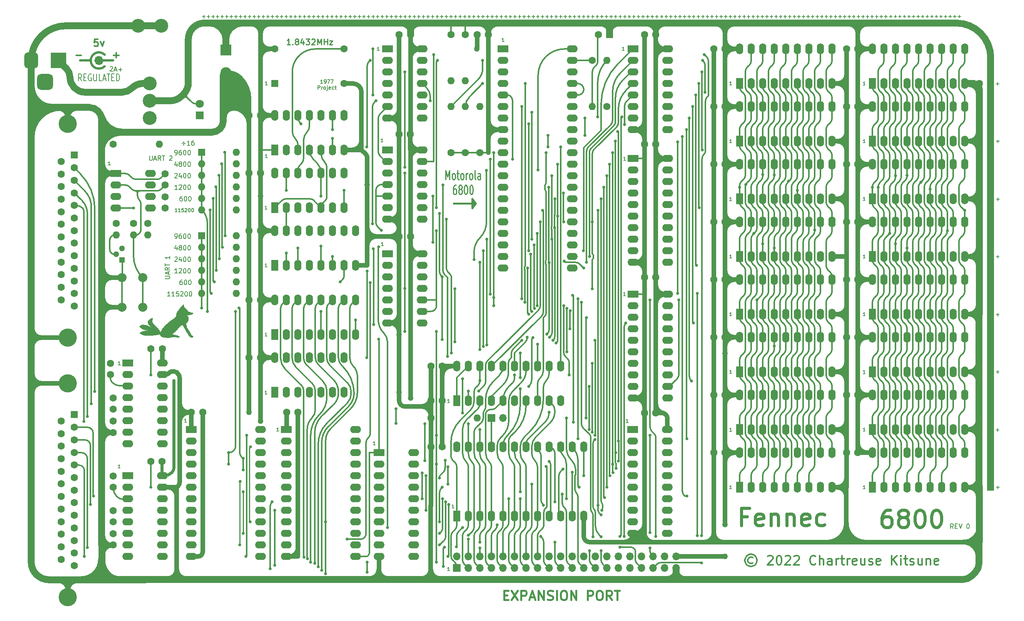
<source format=gts>
%TF.GenerationSoftware,KiCad,Pcbnew,(6.0.1)*%
%TF.CreationDate,2022-02-17T06:08:28-07:00*%
%TF.ProjectId,77Project,37375072-6f6a-4656-9374-2e6b69636164,rev?*%
%TF.SameCoordinates,Original*%
%TF.FileFunction,Copper,L1,Top*%
%TF.FilePolarity,Positive*%
%FSLAX46Y46*%
G04 Gerber Fmt 4.6, Leading zero omitted, Abs format (unit mm)*
G04 Created by KiCad (PCBNEW (6.0.1)) date 2022-02-17 06:08:28*
%MOMM*%
%LPD*%
G01*
G04 APERTURE LIST*
G04 Aperture macros list*
%AMRoundRect*
0 Rectangle with rounded corners*
0 $1 Rounding radius*
0 $2 $3 $4 $5 $6 $7 $8 $9 X,Y pos of 4 corners*
0 Add a 4 corners polygon primitive as box body*
4,1,4,$2,$3,$4,$5,$6,$7,$8,$9,$2,$3,0*
0 Add four circle primitives for the rounded corners*
1,1,$1+$1,$2,$3*
1,1,$1+$1,$4,$5*
1,1,$1+$1,$6,$7*
1,1,$1+$1,$8,$9*
0 Add four rect primitives between the rounded corners*
20,1,$1+$1,$2,$3,$4,$5,0*
20,1,$1+$1,$4,$5,$6,$7,0*
20,1,$1+$1,$6,$7,$8,$9,0*
20,1,$1+$1,$8,$9,$2,$3,0*%
G04 Aperture macros list end*
%ADD10C,0.203200*%
%TA.AperFunction,NonConductor*%
%ADD11C,0.203200*%
%TD*%
%ADD12C,0.190500*%
%TA.AperFunction,NonConductor*%
%ADD13C,0.190500*%
%TD*%
%ADD14C,0.254000*%
%TA.AperFunction,NonConductor*%
%ADD15C,0.254000*%
%TD*%
%TA.AperFunction,NonConductor*%
%ADD16C,0.406400*%
%TD*%
%ADD17C,0.406400*%
%ADD18C,0.152400*%
%TA.AperFunction,NonConductor*%
%ADD19C,0.152400*%
%TD*%
%ADD20C,0.635000*%
%TA.AperFunction,NonConductor*%
%ADD21C,0.635000*%
%TD*%
%TA.AperFunction,NonConductor*%
%ADD22C,0.762000*%
%TD*%
%TA.AperFunction,NonConductor*%
%ADD23C,0.200000*%
%TD*%
%TA.AperFunction,NonConductor*%
%ADD24C,1.016000*%
%TD*%
%TA.AperFunction,NonConductor*%
%ADD25C,0.508000*%
%TD*%
%TA.AperFunction,NonConductor*%
%ADD26C,0.304800*%
%TD*%
%ADD27C,0.150000*%
%TA.AperFunction,NonConductor*%
%ADD28C,0.150000*%
%TD*%
%ADD29C,0.304800*%
%TA.AperFunction,EtchedComponent*%
%ADD30C,0.010000*%
%TD*%
%TA.AperFunction,ComponentPad*%
%ADD31R,1.700000X1.700000*%
%TD*%
%TA.AperFunction,ComponentPad*%
%ADD32O,1.700000X1.700000*%
%TD*%
%TA.AperFunction,ComponentPad*%
%ADD33C,3.048000*%
%TD*%
%TA.AperFunction,ComponentPad*%
%ADD34R,3.500000X3.500000*%
%TD*%
%TA.AperFunction,ComponentPad*%
%ADD35RoundRect,0.750000X-0.750000X-1.000000X0.750000X-1.000000X0.750000X1.000000X-0.750000X1.000000X0*%
%TD*%
%TA.AperFunction,ComponentPad*%
%ADD36RoundRect,0.875000X-0.875000X-0.875000X0.875000X-0.875000X0.875000X0.875000X-0.875000X0.875000X0*%
%TD*%
%TA.AperFunction,ComponentPad*%
%ADD37R,1.600000X1.600000*%
%TD*%
%TA.AperFunction,ComponentPad*%
%ADD38C,1.600000*%
%TD*%
%TA.AperFunction,ComponentPad*%
%ADD39C,2.400000*%
%TD*%
%TA.AperFunction,ComponentPad*%
%ADD40R,2.400000X2.400000*%
%TD*%
%TA.AperFunction,ComponentPad*%
%ADD41O,1.600000X1.600000*%
%TD*%
%TA.AperFunction,ComponentPad*%
%ADD42O,2.400000X1.600000*%
%TD*%
%TA.AperFunction,ComponentPad*%
%ADD43R,2.400000X1.600000*%
%TD*%
%TA.AperFunction,ComponentPad*%
%ADD44C,2.000000*%
%TD*%
%TA.AperFunction,ComponentPad*%
%ADD45R,1.300000X1.300000*%
%TD*%
%TA.AperFunction,ComponentPad*%
%ADD46C,1.300000*%
%TD*%
%TA.AperFunction,ComponentPad*%
%ADD47C,4.000000*%
%TD*%
%TA.AperFunction,ComponentPad*%
%ADD48C,1.800000*%
%TD*%
%TA.AperFunction,ComponentPad*%
%ADD49R,1.800000X1.800000*%
%TD*%
%TA.AperFunction,ComponentPad*%
%ADD50R,1.600000X2.400000*%
%TD*%
%TA.AperFunction,ComponentPad*%
%ADD51O,1.600000X2.400000*%
%TD*%
%TA.AperFunction,ViaPad*%
%ADD52C,0.635000*%
%TD*%
%TA.AperFunction,ViaPad*%
%ADD53C,1.270000*%
%TD*%
%TA.AperFunction,Conductor*%
%ADD54C,0.304800*%
%TD*%
%TA.AperFunction,Conductor*%
%ADD55C,1.524000*%
%TD*%
%TA.AperFunction,Conductor*%
%ADD56C,1.016000*%
%TD*%
%TA.AperFunction,Conductor*%
%ADD57C,0.635000*%
%TD*%
%TA.AperFunction,Conductor*%
%ADD58C,0.250000*%
%TD*%
G04 APERTURE END LIST*
D10*
D11*
X256458961Y-30512657D02*
X257078238Y-30512657D01*
X256768600Y-30822295D02*
X256768600Y-30203019D01*
D10*
D11*
X256535161Y-43187257D02*
X257154438Y-43187257D01*
X256844800Y-43496895D02*
X256844800Y-42877619D01*
D10*
D11*
X256560561Y-55938057D02*
X257179838Y-55938057D01*
X256870200Y-56247695D02*
X256870200Y-55628419D01*
D10*
D11*
X256509761Y-68587257D02*
X257129038Y-68587257D01*
X256819400Y-68896895D02*
X256819400Y-68277619D01*
D10*
D11*
X256509761Y-81338057D02*
X257129038Y-81338057D01*
X256819400Y-81647695D02*
X256819400Y-81028419D01*
D10*
D11*
X256509761Y-93961857D02*
X257129038Y-93961857D01*
X256819400Y-94271495D02*
X256819400Y-93652219D01*
D10*
D11*
X256484361Y-106738057D02*
X257103638Y-106738057D01*
X256794000Y-107047695D02*
X256794000Y-106428419D01*
D10*
D11*
X256535161Y-119387257D02*
X257154438Y-119387257D01*
X256844800Y-119696895D02*
X256844800Y-119077619D01*
D10*
D11*
X232960333Y-15704457D02*
X233579609Y-15704457D01*
X233269971Y-16014095D02*
X233269971Y-15394819D01*
X233966657Y-15704457D02*
X234585933Y-15704457D01*
X234276295Y-16014095D02*
X234276295Y-15394819D01*
X234972980Y-15704457D02*
X235592257Y-15704457D01*
X235282619Y-16014095D02*
X235282619Y-15394819D01*
X235979304Y-15704457D02*
X236598580Y-15704457D01*
X236288942Y-16014095D02*
X236288942Y-15394819D01*
X236985628Y-15704457D02*
X237604904Y-15704457D01*
X237295266Y-16014095D02*
X237295266Y-15394819D01*
X237991952Y-15704457D02*
X238611228Y-15704457D01*
X238301590Y-16014095D02*
X238301590Y-15394819D01*
X238998276Y-15704457D02*
X239617552Y-15704457D01*
X239307914Y-16014095D02*
X239307914Y-15394819D01*
X240004600Y-15704457D02*
X240623876Y-15704457D01*
X240314238Y-16014095D02*
X240314238Y-15394819D01*
X241010923Y-15704457D02*
X241630200Y-15704457D01*
X241320561Y-16014095D02*
X241320561Y-15394819D01*
X242017247Y-15704457D02*
X242636523Y-15704457D01*
X242326885Y-16014095D02*
X242326885Y-15394819D01*
X243023571Y-15704457D02*
X243642847Y-15704457D01*
X243333209Y-16014095D02*
X243333209Y-15394819D01*
X244029895Y-15704457D02*
X244649171Y-15704457D01*
X244339533Y-16014095D02*
X244339533Y-15394819D01*
X245036219Y-15704457D02*
X245655495Y-15704457D01*
X245345857Y-16014095D02*
X245345857Y-15394819D01*
X246042542Y-15704457D02*
X246661819Y-15704457D01*
X246352180Y-16014095D02*
X246352180Y-15394819D01*
X247048866Y-15704457D02*
X247668142Y-15704457D01*
X247358504Y-16014095D02*
X247358504Y-15394819D01*
X248055190Y-15704457D02*
X248674466Y-15704457D01*
X248364828Y-16014095D02*
X248364828Y-15394819D01*
D10*
D11*
X182578828Y-15729857D02*
X183198104Y-15729857D01*
X182888466Y-16039495D02*
X182888466Y-15420219D01*
X183585152Y-15729857D02*
X184204428Y-15729857D01*
X183894790Y-16039495D02*
X183894790Y-15420219D01*
X184591476Y-15729857D02*
X185210752Y-15729857D01*
X184901114Y-16039495D02*
X184901114Y-15420219D01*
X185597799Y-15729857D02*
X186217076Y-15729857D01*
X185907438Y-16039495D02*
X185907438Y-15420219D01*
X186604123Y-15729857D02*
X187223400Y-15729857D01*
X186913761Y-16039495D02*
X186913761Y-15420219D01*
X187610447Y-15729857D02*
X188229723Y-15729857D01*
X187920085Y-16039495D02*
X187920085Y-15420219D01*
X188616771Y-15729857D02*
X189236047Y-15729857D01*
X188926409Y-16039495D02*
X188926409Y-15420219D01*
X189623095Y-15729857D02*
X190242371Y-15729857D01*
X189932733Y-16039495D02*
X189932733Y-15420219D01*
X190629419Y-15729857D02*
X191248695Y-15729857D01*
X190939057Y-16039495D02*
X190939057Y-15420219D01*
X191635742Y-15729857D02*
X192255019Y-15729857D01*
X191945380Y-16039495D02*
X191945380Y-15420219D01*
X192642066Y-15729857D02*
X193261342Y-15729857D01*
X192951704Y-16039495D02*
X192951704Y-15420219D01*
X193648390Y-15729857D02*
X194267666Y-15729857D01*
X193958028Y-16039495D02*
X193958028Y-15420219D01*
X194654714Y-15729857D02*
X195273990Y-15729857D01*
X194964352Y-16039495D02*
X194964352Y-15420219D01*
X195661038Y-15729857D02*
X196280314Y-15729857D01*
X195970676Y-16039495D02*
X195970676Y-15420219D01*
X196667361Y-15729857D02*
X197286638Y-15729857D01*
X196977000Y-16039495D02*
X196977000Y-15420219D01*
X197673685Y-15729857D02*
X198292961Y-15729857D01*
X197983323Y-16039495D02*
X197983323Y-15420219D01*
X198680009Y-15729857D02*
X199299285Y-15729857D01*
X198989647Y-16039495D02*
X198989647Y-15420219D01*
X199686333Y-15729857D02*
X200305609Y-15729857D01*
X199995971Y-16039495D02*
X199995971Y-15420219D01*
X200692657Y-15729857D02*
X201311933Y-15729857D01*
X201002295Y-16039495D02*
X201002295Y-15420219D01*
X201698980Y-15729857D02*
X202318257Y-15729857D01*
X202008619Y-16039495D02*
X202008619Y-15420219D01*
X202705304Y-15729857D02*
X203324580Y-15729857D01*
X203014942Y-16039495D02*
X203014942Y-15420219D01*
X203711628Y-15729857D02*
X204330904Y-15729857D01*
X204021266Y-16039495D02*
X204021266Y-15420219D01*
X204717952Y-15729857D02*
X205337228Y-15729857D01*
X205027590Y-16039495D02*
X205027590Y-15420219D01*
X205724276Y-15729857D02*
X206343552Y-15729857D01*
X206033914Y-16039495D02*
X206033914Y-15420219D01*
X206730600Y-15729857D02*
X207349876Y-15729857D01*
X207040238Y-16039495D02*
X207040238Y-15420219D01*
X207736923Y-15729857D02*
X208356200Y-15729857D01*
X208046561Y-16039495D02*
X208046561Y-15420219D01*
X208743247Y-15729857D02*
X209362523Y-15729857D01*
X209052885Y-16039495D02*
X209052885Y-15420219D01*
X209749571Y-15729857D02*
X210368847Y-15729857D01*
X210059209Y-16039495D02*
X210059209Y-15420219D01*
X210755895Y-15729857D02*
X211375171Y-15729857D01*
X211065533Y-16039495D02*
X211065533Y-15420219D01*
X211762219Y-15729857D02*
X212381495Y-15729857D01*
X212071857Y-16039495D02*
X212071857Y-15420219D01*
X212768542Y-15729857D02*
X213387819Y-15729857D01*
X213078180Y-16039495D02*
X213078180Y-15420219D01*
X213774866Y-15729857D02*
X214394142Y-15729857D01*
X214084504Y-16039495D02*
X214084504Y-15420219D01*
X214781190Y-15729857D02*
X215400466Y-15729857D01*
X215090828Y-16039495D02*
X215090828Y-15420219D01*
X215787514Y-15729857D02*
X216406790Y-15729857D01*
X216097152Y-16039495D02*
X216097152Y-15420219D01*
X216793838Y-15729857D02*
X217413114Y-15729857D01*
X217103476Y-16039495D02*
X217103476Y-15420219D01*
X217800161Y-15729857D02*
X218419438Y-15729857D01*
X218109799Y-16039495D02*
X218109799Y-15420219D01*
X218806485Y-15729857D02*
X219425761Y-15729857D01*
X219116123Y-16039495D02*
X219116123Y-15420219D01*
X219812809Y-15729857D02*
X220432085Y-15729857D01*
X220122447Y-16039495D02*
X220122447Y-15420219D01*
X220819133Y-15729857D02*
X221438409Y-15729857D01*
X221128771Y-16039495D02*
X221128771Y-15420219D01*
X221825457Y-15729857D02*
X222444733Y-15729857D01*
X222135095Y-16039495D02*
X222135095Y-15420219D01*
X222831780Y-15729857D02*
X223451057Y-15729857D01*
X223141419Y-16039495D02*
X223141419Y-15420219D01*
X223838104Y-15729857D02*
X224457380Y-15729857D01*
X224147742Y-16039495D02*
X224147742Y-15420219D01*
X224844428Y-15729857D02*
X225463704Y-15729857D01*
X225154066Y-16039495D02*
X225154066Y-15420219D01*
X225850752Y-15729857D02*
X226470028Y-15729857D01*
X226160390Y-16039495D02*
X226160390Y-15420219D01*
X226857076Y-15729857D02*
X227476352Y-15729857D01*
X227166714Y-16039495D02*
X227166714Y-15420219D01*
X227863399Y-15729857D02*
X228482676Y-15729857D01*
X228173038Y-16039495D02*
X228173038Y-15420219D01*
X228869723Y-15729857D02*
X229488999Y-15729857D01*
X229179361Y-16039495D02*
X229179361Y-15420219D01*
X229876047Y-15729857D02*
X230495323Y-15729857D01*
X230185685Y-16039495D02*
X230185685Y-15420219D01*
X230882371Y-15729857D02*
X231501647Y-15729857D01*
X231192009Y-16039495D02*
X231192009Y-15420219D01*
X231888695Y-15729857D02*
X232507971Y-15729857D01*
X232198333Y-16039495D02*
X232198333Y-15420219D01*
D10*
D11*
X132185228Y-15729857D02*
X132804504Y-15729857D01*
X132494866Y-16039495D02*
X132494866Y-15420219D01*
X133191552Y-15729857D02*
X133810828Y-15729857D01*
X133501190Y-16039495D02*
X133501190Y-15420219D01*
X134197876Y-15729857D02*
X134817152Y-15729857D01*
X134507514Y-16039495D02*
X134507514Y-15420219D01*
X135204199Y-15729857D02*
X135823476Y-15729857D01*
X135513838Y-16039495D02*
X135513838Y-15420219D01*
X136210523Y-15729857D02*
X136829800Y-15729857D01*
X136520161Y-16039495D02*
X136520161Y-15420219D01*
X137216847Y-15729857D02*
X137836123Y-15729857D01*
X137526485Y-16039495D02*
X137526485Y-15420219D01*
X138223171Y-15729857D02*
X138842447Y-15729857D01*
X138532809Y-16039495D02*
X138532809Y-15420219D01*
X139229495Y-15729857D02*
X139848771Y-15729857D01*
X139539133Y-16039495D02*
X139539133Y-15420219D01*
X140235819Y-15729857D02*
X140855095Y-15729857D01*
X140545457Y-16039495D02*
X140545457Y-15420219D01*
X141242142Y-15729857D02*
X141861419Y-15729857D01*
X141551780Y-16039495D02*
X141551780Y-15420219D01*
X142248466Y-15729857D02*
X142867742Y-15729857D01*
X142558104Y-16039495D02*
X142558104Y-15420219D01*
X143254790Y-15729857D02*
X143874066Y-15729857D01*
X143564428Y-16039495D02*
X143564428Y-15420219D01*
X144261114Y-15729857D02*
X144880390Y-15729857D01*
X144570752Y-16039495D02*
X144570752Y-15420219D01*
X145267438Y-15729857D02*
X145886714Y-15729857D01*
X145577076Y-16039495D02*
X145577076Y-15420219D01*
X146273761Y-15729857D02*
X146893038Y-15729857D01*
X146583400Y-16039495D02*
X146583400Y-15420219D01*
X147280085Y-15729857D02*
X147899361Y-15729857D01*
X147589723Y-16039495D02*
X147589723Y-15420219D01*
X148286409Y-15729857D02*
X148905685Y-15729857D01*
X148596047Y-16039495D02*
X148596047Y-15420219D01*
X149292733Y-15729857D02*
X149912009Y-15729857D01*
X149602371Y-16039495D02*
X149602371Y-15420219D01*
X150299057Y-15729857D02*
X150918333Y-15729857D01*
X150608695Y-16039495D02*
X150608695Y-15420219D01*
X151305380Y-15729857D02*
X151924657Y-15729857D01*
X151615019Y-16039495D02*
X151615019Y-15420219D01*
X152311704Y-15729857D02*
X152930980Y-15729857D01*
X152621342Y-16039495D02*
X152621342Y-15420219D01*
X153318028Y-15729857D02*
X153937304Y-15729857D01*
X153627666Y-16039495D02*
X153627666Y-15420219D01*
X154324352Y-15729857D02*
X154943628Y-15729857D01*
X154633990Y-16039495D02*
X154633990Y-15420219D01*
X155330676Y-15729857D02*
X155949952Y-15729857D01*
X155640314Y-16039495D02*
X155640314Y-15420219D01*
X156337000Y-15729857D02*
X156956276Y-15729857D01*
X156646638Y-16039495D02*
X156646638Y-15420219D01*
X157343323Y-15729857D02*
X157962600Y-15729857D01*
X157652961Y-16039495D02*
X157652961Y-15420219D01*
X158349647Y-15729857D02*
X158968923Y-15729857D01*
X158659285Y-16039495D02*
X158659285Y-15420219D01*
X159355971Y-15729857D02*
X159975247Y-15729857D01*
X159665609Y-16039495D02*
X159665609Y-15420219D01*
X160362295Y-15729857D02*
X160981571Y-15729857D01*
X160671933Y-16039495D02*
X160671933Y-15420219D01*
X161368619Y-15729857D02*
X161987895Y-15729857D01*
X161678257Y-16039495D02*
X161678257Y-15420219D01*
X162374942Y-15729857D02*
X162994219Y-15729857D01*
X162684580Y-16039495D02*
X162684580Y-15420219D01*
X163381266Y-15729857D02*
X164000542Y-15729857D01*
X163690904Y-16039495D02*
X163690904Y-15420219D01*
X164387590Y-15729857D02*
X165006866Y-15729857D01*
X164697228Y-16039495D02*
X164697228Y-15420219D01*
X165393914Y-15729857D02*
X166013190Y-15729857D01*
X165703552Y-16039495D02*
X165703552Y-15420219D01*
X166400238Y-15729857D02*
X167019514Y-15729857D01*
X166709876Y-16039495D02*
X166709876Y-15420219D01*
X167406561Y-15729857D02*
X168025838Y-15729857D01*
X167716199Y-16039495D02*
X167716199Y-15420219D01*
X168412885Y-15729857D02*
X169032161Y-15729857D01*
X168722523Y-16039495D02*
X168722523Y-15420219D01*
X169419209Y-15729857D02*
X170038485Y-15729857D01*
X169728847Y-16039495D02*
X169728847Y-15420219D01*
X170425533Y-15729857D02*
X171044809Y-15729857D01*
X170735171Y-16039495D02*
X170735171Y-15420219D01*
X171431857Y-15729857D02*
X172051133Y-15729857D01*
X171741495Y-16039495D02*
X171741495Y-15420219D01*
X172438180Y-15729857D02*
X173057457Y-15729857D01*
X172747819Y-16039495D02*
X172747819Y-15420219D01*
X173444504Y-15729857D02*
X174063780Y-15729857D01*
X173754142Y-16039495D02*
X173754142Y-15420219D01*
X174450828Y-15729857D02*
X175070104Y-15729857D01*
X174760466Y-16039495D02*
X174760466Y-15420219D01*
X175457152Y-15729857D02*
X176076428Y-15729857D01*
X175766790Y-16039495D02*
X175766790Y-15420219D01*
X176463476Y-15729857D02*
X177082752Y-15729857D01*
X176773114Y-16039495D02*
X176773114Y-15420219D01*
X177469799Y-15729857D02*
X178089076Y-15729857D01*
X177779438Y-16039495D02*
X177779438Y-15420219D01*
X178476123Y-15729857D02*
X179095399Y-15729857D01*
X178785761Y-16039495D02*
X178785761Y-15420219D01*
X179482447Y-15729857D02*
X180101723Y-15729857D01*
X179792085Y-16039495D02*
X179792085Y-15420219D01*
X180488771Y-15729857D02*
X181108047Y-15729857D01*
X180798409Y-16039495D02*
X180798409Y-15420219D01*
X181495095Y-15729857D02*
X182114371Y-15729857D01*
X181804733Y-16039495D02*
X181804733Y-15420219D01*
D10*
D11*
X81842428Y-15729857D02*
X82461704Y-15729857D01*
X82152066Y-16039495D02*
X82152066Y-15420219D01*
X82848752Y-15729857D02*
X83468028Y-15729857D01*
X83158390Y-16039495D02*
X83158390Y-15420219D01*
X83855076Y-15729857D02*
X84474352Y-15729857D01*
X84164714Y-16039495D02*
X84164714Y-15420219D01*
X84861399Y-15729857D02*
X85480676Y-15729857D01*
X85171038Y-16039495D02*
X85171038Y-15420219D01*
X85867723Y-15729857D02*
X86486999Y-15729857D01*
X86177361Y-16039495D02*
X86177361Y-15420219D01*
X86874047Y-15729857D02*
X87493323Y-15729857D01*
X87183685Y-16039495D02*
X87183685Y-15420219D01*
X87880371Y-15729857D02*
X88499647Y-15729857D01*
X88190009Y-16039495D02*
X88190009Y-15420219D01*
X88886695Y-15729857D02*
X89505971Y-15729857D01*
X89196333Y-16039495D02*
X89196333Y-15420219D01*
X89893019Y-15729857D02*
X90512295Y-15729857D01*
X90202657Y-16039495D02*
X90202657Y-15420219D01*
X90899342Y-15729857D02*
X91518619Y-15729857D01*
X91208980Y-16039495D02*
X91208980Y-15420219D01*
X91905666Y-15729857D02*
X92524942Y-15729857D01*
X92215304Y-16039495D02*
X92215304Y-15420219D01*
X92911990Y-15729857D02*
X93531266Y-15729857D01*
X93221628Y-16039495D02*
X93221628Y-15420219D01*
X93918314Y-15729857D02*
X94537590Y-15729857D01*
X94227952Y-16039495D02*
X94227952Y-15420219D01*
X94924638Y-15729857D02*
X95543914Y-15729857D01*
X95234276Y-16039495D02*
X95234276Y-15420219D01*
X95930961Y-15729857D02*
X96550238Y-15729857D01*
X96240599Y-16039495D02*
X96240599Y-15420219D01*
X96937285Y-15729857D02*
X97556561Y-15729857D01*
X97246923Y-16039495D02*
X97246923Y-15420219D01*
X97943609Y-15729857D02*
X98562885Y-15729857D01*
X98253247Y-16039495D02*
X98253247Y-15420219D01*
X98949933Y-15729857D02*
X99569209Y-15729857D01*
X99259571Y-16039495D02*
X99259571Y-15420219D01*
X99956257Y-15729857D02*
X100575533Y-15729857D01*
X100265895Y-16039495D02*
X100265895Y-15420219D01*
X100962580Y-15729857D02*
X101581857Y-15729857D01*
X101272219Y-16039495D02*
X101272219Y-15420219D01*
X101968904Y-15729857D02*
X102588180Y-15729857D01*
X102278542Y-16039495D02*
X102278542Y-15420219D01*
X102975228Y-15729857D02*
X103594504Y-15729857D01*
X103284866Y-16039495D02*
X103284866Y-15420219D01*
X103981552Y-15729857D02*
X104600828Y-15729857D01*
X104291190Y-16039495D02*
X104291190Y-15420219D01*
X104987876Y-15729857D02*
X105607152Y-15729857D01*
X105297514Y-16039495D02*
X105297514Y-15420219D01*
X105994199Y-15729857D02*
X106613476Y-15729857D01*
X106303838Y-16039495D02*
X106303838Y-15420219D01*
X107000523Y-15729857D02*
X107619799Y-15729857D01*
X107310161Y-16039495D02*
X107310161Y-15420219D01*
X108006847Y-15729857D02*
X108626123Y-15729857D01*
X108316485Y-16039495D02*
X108316485Y-15420219D01*
X109013171Y-15729857D02*
X109632447Y-15729857D01*
X109322809Y-16039495D02*
X109322809Y-15420219D01*
X110019495Y-15729857D02*
X110638771Y-15729857D01*
X110329133Y-16039495D02*
X110329133Y-15420219D01*
X111025819Y-15729857D02*
X111645095Y-15729857D01*
X111335457Y-16039495D02*
X111335457Y-15420219D01*
X112032142Y-15729857D02*
X112651419Y-15729857D01*
X112341780Y-16039495D02*
X112341780Y-15420219D01*
X113038466Y-15729857D02*
X113657742Y-15729857D01*
X113348104Y-16039495D02*
X113348104Y-15420219D01*
X114044790Y-15729857D02*
X114664066Y-15729857D01*
X114354428Y-16039495D02*
X114354428Y-15420219D01*
X115051114Y-15729857D02*
X115670390Y-15729857D01*
X115360752Y-16039495D02*
X115360752Y-15420219D01*
X116057438Y-15729857D02*
X116676714Y-15729857D01*
X116367076Y-16039495D02*
X116367076Y-15420219D01*
X117063761Y-15729857D02*
X117683038Y-15729857D01*
X117373399Y-16039495D02*
X117373399Y-15420219D01*
X118070085Y-15729857D02*
X118689361Y-15729857D01*
X118379723Y-16039495D02*
X118379723Y-15420219D01*
X119076409Y-15729857D02*
X119695685Y-15729857D01*
X119386047Y-16039495D02*
X119386047Y-15420219D01*
X120082733Y-15729857D02*
X120702009Y-15729857D01*
X120392371Y-16039495D02*
X120392371Y-15420219D01*
X121089057Y-15729857D02*
X121708333Y-15729857D01*
X121398695Y-16039495D02*
X121398695Y-15420219D01*
X122095380Y-15729857D02*
X122714657Y-15729857D01*
X122405019Y-16039495D02*
X122405019Y-15420219D01*
X123101704Y-15729857D02*
X123720980Y-15729857D01*
X123411342Y-16039495D02*
X123411342Y-15420219D01*
X124108028Y-15729857D02*
X124727304Y-15729857D01*
X124417666Y-16039495D02*
X124417666Y-15420219D01*
X125114352Y-15729857D02*
X125733628Y-15729857D01*
X125423990Y-16039495D02*
X125423990Y-15420219D01*
X126120676Y-15729857D02*
X126739952Y-15729857D01*
X126430314Y-16039495D02*
X126430314Y-15420219D01*
X127126999Y-15729857D02*
X127746276Y-15729857D01*
X127436638Y-16039495D02*
X127436638Y-15420219D01*
X128133323Y-15729857D02*
X128752599Y-15729857D01*
X128442961Y-16039495D02*
X128442961Y-15420219D01*
X129139647Y-15729857D02*
X129758923Y-15729857D01*
X129449285Y-16039495D02*
X129449285Y-15420219D01*
X130145971Y-15729857D02*
X130765247Y-15729857D01*
X130455609Y-16039495D02*
X130455609Y-15420219D01*
X131152295Y-15729857D02*
X131771571Y-15729857D01*
X131461933Y-16039495D02*
X131461933Y-15420219D01*
D12*
D13*
X96128114Y-30799314D02*
X95692685Y-30799314D01*
X95910400Y-30799314D02*
X95910400Y-30037314D01*
X95837828Y-30146171D01*
X95765257Y-30218742D01*
X95692685Y-30255028D01*
D12*
D13*
X96128114Y-46801314D02*
X95692685Y-46801314D01*
X95910400Y-46801314D02*
X95910400Y-46039314D01*
X95837828Y-46148171D01*
X95765257Y-46220742D01*
X95692685Y-46257028D01*
D12*
D13*
X96051914Y-58129714D02*
X95616485Y-58129714D01*
X95834200Y-58129714D02*
X95834200Y-57367714D01*
X95761628Y-57476571D01*
X95689057Y-57549142D01*
X95616485Y-57585428D01*
D12*
D13*
X96051914Y-70829714D02*
X95616485Y-70829714D01*
X95834200Y-70829714D02*
X95834200Y-70067714D01*
X95761628Y-70176571D01*
X95689057Y-70249142D01*
X95616485Y-70285428D01*
D12*
D13*
X96051914Y-86069714D02*
X95616485Y-86069714D01*
X95834200Y-86069714D02*
X95834200Y-85307714D01*
X95761628Y-85416571D01*
X95689057Y-85489142D01*
X95616485Y-85525428D01*
D12*
D13*
X96051914Y-98871314D02*
X95616485Y-98871314D01*
X95834200Y-98871314D02*
X95834200Y-98109314D01*
X95761628Y-98218171D01*
X95689057Y-98290742D01*
X95616485Y-98327028D01*
D12*
D13*
X121655114Y-66181514D02*
X121219685Y-66181514D01*
X121437400Y-66181514D02*
X121437400Y-65419514D01*
X121364828Y-65528371D01*
X121292257Y-65600942D01*
X121219685Y-65637228D01*
D12*
D13*
X121553514Y-43346914D02*
X121118085Y-43346914D01*
X121335800Y-43346914D02*
X121335800Y-42584914D01*
X121263228Y-42693771D01*
X121190657Y-42766342D01*
X121118085Y-42802628D01*
D12*
D13*
X120740714Y-23204714D02*
X120305285Y-23204714D01*
X120523000Y-23204714D02*
X120523000Y-22442714D01*
X120450428Y-22551571D01*
X120377857Y-22624142D01*
X120305285Y-22660428D01*
D12*
D13*
X61558714Y-48426914D02*
X61123285Y-48426914D01*
X61341000Y-48426914D02*
X61341000Y-47664914D01*
X61268428Y-47773771D01*
X61195857Y-47846342D01*
X61123285Y-47882628D01*
D12*
D13*
X63768514Y-92419714D02*
X63333085Y-92419714D01*
X63550800Y-92419714D02*
X63550800Y-91657714D01*
X63478228Y-91766571D01*
X63405657Y-91839142D01*
X63333085Y-91875428D01*
D12*
D13*
X63743114Y-115152714D02*
X63307685Y-115152714D01*
X63525400Y-115152714D02*
X63525400Y-114390714D01*
X63452828Y-114499571D01*
X63380257Y-114572142D01*
X63307685Y-114608428D01*
D12*
D13*
X78348114Y-105043514D02*
X77912685Y-105043514D01*
X78130400Y-105043514D02*
X78130400Y-104281514D01*
X78057828Y-104390371D01*
X77985257Y-104462942D01*
X77912685Y-104499228D01*
D12*
D13*
X98617314Y-107024714D02*
X98181885Y-107024714D01*
X98399600Y-107024714D02*
X98399600Y-106262714D01*
X98327028Y-106371571D01*
X98254457Y-106444142D01*
X98181885Y-106480428D01*
D12*
D13*
X119877114Y-110047314D02*
X119441685Y-110047314D01*
X119659400Y-110047314D02*
X119659400Y-109285314D01*
X119586828Y-109394171D01*
X119514257Y-109466742D01*
X119441685Y-109503028D01*
D12*
D13*
X136209314Y-100725514D02*
X135773885Y-100725514D01*
X135991600Y-100725514D02*
X135991600Y-99963514D01*
X135919028Y-100072371D01*
X135846457Y-100144942D01*
X135773885Y-100181228D01*
D12*
D13*
X137199914Y-123941114D02*
X136764485Y-123941114D01*
X136982200Y-123941114D02*
X136982200Y-123179114D01*
X136909628Y-123287971D01*
X136837057Y-123360542D01*
X136764485Y-123396828D01*
D12*
D13*
X175528514Y-105094314D02*
X175093085Y-105094314D01*
X175310800Y-105094314D02*
X175310800Y-104332314D01*
X175238228Y-104441171D01*
X175165657Y-104513742D01*
X175093085Y-104550028D01*
D12*
D13*
X174944314Y-47360114D02*
X174508885Y-47360114D01*
X174726600Y-47360114D02*
X174726600Y-46598114D01*
X174654028Y-46706971D01*
X174581457Y-46779542D01*
X174508885Y-46815828D01*
D12*
D13*
X174918914Y-77154314D02*
X174483485Y-77154314D01*
X174701200Y-77154314D02*
X174701200Y-76392314D01*
X174628628Y-76501171D01*
X174556057Y-76573742D01*
X174483485Y-76610028D01*
D12*
D13*
X227649314Y-30824714D02*
X227213885Y-30824714D01*
X227431600Y-30824714D02*
X227431600Y-30062714D01*
X227359028Y-30171571D01*
X227286457Y-30244142D01*
X227213885Y-30280428D01*
D12*
D13*
X227649314Y-43524714D02*
X227213885Y-43524714D01*
X227431600Y-43524714D02*
X227431600Y-42762714D01*
X227359028Y-42871571D01*
X227286457Y-42944142D01*
X227213885Y-42980428D01*
D12*
D13*
X227649314Y-56224714D02*
X227213885Y-56224714D01*
X227431600Y-56224714D02*
X227431600Y-55462714D01*
X227359028Y-55571571D01*
X227286457Y-55644142D01*
X227213885Y-55680428D01*
D12*
D13*
X227649314Y-68924714D02*
X227213885Y-68924714D01*
X227431600Y-68924714D02*
X227431600Y-68162714D01*
X227359028Y-68271571D01*
X227286457Y-68344142D01*
X227213885Y-68380428D01*
D12*
D13*
X227649314Y-81624714D02*
X227213885Y-81624714D01*
X227431600Y-81624714D02*
X227431600Y-80862714D01*
X227359028Y-80971571D01*
X227286457Y-81044142D01*
X227213885Y-81080428D01*
D12*
D13*
X227649314Y-94350114D02*
X227213885Y-94350114D01*
X227431600Y-94350114D02*
X227431600Y-93588114D01*
X227359028Y-93696971D01*
X227286457Y-93769542D01*
X227213885Y-93805828D01*
D12*
D13*
X227649314Y-107024714D02*
X227213885Y-107024714D01*
X227431600Y-107024714D02*
X227431600Y-106262714D01*
X227359028Y-106371571D01*
X227286457Y-106444142D01*
X227213885Y-106480428D01*
D12*
D13*
X227649314Y-119724714D02*
X227213885Y-119724714D01*
X227431600Y-119724714D02*
X227431600Y-118962714D01*
X227359028Y-119071571D01*
X227286457Y-119144142D01*
X227213885Y-119180428D01*
D12*
D13*
X198261514Y-119724714D02*
X197826085Y-119724714D01*
X198043800Y-119724714D02*
X198043800Y-118962714D01*
X197971228Y-119071571D01*
X197898657Y-119144142D01*
X197826085Y-119180428D01*
D12*
D13*
X198261514Y-107050114D02*
X197826085Y-107050114D01*
X198043800Y-107050114D02*
X198043800Y-106288114D01*
X197971228Y-106396971D01*
X197898657Y-106469542D01*
X197826085Y-106505828D01*
D12*
D13*
X198261514Y-94324714D02*
X197826085Y-94324714D01*
X198043800Y-94324714D02*
X198043800Y-93562714D01*
X197971228Y-93671571D01*
X197898657Y-93744142D01*
X197826085Y-93780428D01*
D12*
D13*
X198261514Y-81624714D02*
X197826085Y-81624714D01*
X198043800Y-81624714D02*
X198043800Y-80862714D01*
X197971228Y-80971571D01*
X197898657Y-81044142D01*
X197826085Y-81080428D01*
D12*
D13*
X198261514Y-68924714D02*
X197826085Y-68924714D01*
X198043800Y-68924714D02*
X198043800Y-68162714D01*
X197971228Y-68271571D01*
X197898657Y-68344142D01*
X197826085Y-68380428D01*
D12*
D13*
X198261514Y-56250114D02*
X197826085Y-56250114D01*
X198043800Y-56250114D02*
X198043800Y-55488114D01*
X197971228Y-55596971D01*
X197898657Y-55669542D01*
X197826085Y-55705828D01*
D12*
D13*
X198261514Y-43524714D02*
X197826085Y-43524714D01*
X198043800Y-43524714D02*
X198043800Y-42762714D01*
X197971228Y-42871571D01*
X197898657Y-42944142D01*
X197826085Y-42980428D01*
D12*
D13*
X198261514Y-30799314D02*
X197826085Y-30799314D01*
X198043800Y-30799314D02*
X198043800Y-30037314D01*
X197971228Y-30146171D01*
X197898657Y-30218742D01*
X197826085Y-30255028D01*
D12*
D13*
X174664914Y-23153914D02*
X174229485Y-23153914D01*
X174447200Y-23153914D02*
X174447200Y-22391914D01*
X174374628Y-22500771D01*
X174302057Y-22573342D01*
X174229485Y-22609628D01*
D12*
D13*
X148198114Y-21223514D02*
X147762685Y-21223514D01*
X147980400Y-21223514D02*
X147980400Y-20461514D01*
X147907828Y-20570371D01*
X147835257Y-20642942D01*
X147762685Y-20679228D01*
D12*
D13*
X136209314Y-137733314D02*
X135773885Y-137733314D01*
X135991600Y-137733314D02*
X135991600Y-136971314D01*
X135919028Y-137080171D01*
X135846457Y-137152742D01*
X135773885Y-137189028D01*
D14*
D15*
X101146428Y-21910523D02*
X100420714Y-21910523D01*
X100783571Y-21910523D02*
X100783571Y-20640523D01*
X100662619Y-20821952D01*
X100541666Y-20942904D01*
X100420714Y-21003380D01*
X101690714Y-21789571D02*
X101751190Y-21850047D01*
X101690714Y-21910523D01*
X101630238Y-21850047D01*
X101690714Y-21789571D01*
X101690714Y-21910523D01*
X102476904Y-21184809D02*
X102355952Y-21124333D01*
X102295476Y-21063857D01*
X102235000Y-20942904D01*
X102235000Y-20882428D01*
X102295476Y-20761476D01*
X102355952Y-20701000D01*
X102476904Y-20640523D01*
X102718809Y-20640523D01*
X102839761Y-20701000D01*
X102900238Y-20761476D01*
X102960714Y-20882428D01*
X102960714Y-20942904D01*
X102900238Y-21063857D01*
X102839761Y-21124333D01*
X102718809Y-21184809D01*
X102476904Y-21184809D01*
X102355952Y-21245285D01*
X102295476Y-21305761D01*
X102235000Y-21426714D01*
X102235000Y-21668619D01*
X102295476Y-21789571D01*
X102355952Y-21850047D01*
X102476904Y-21910523D01*
X102718809Y-21910523D01*
X102839761Y-21850047D01*
X102900238Y-21789571D01*
X102960714Y-21668619D01*
X102960714Y-21426714D01*
X102900238Y-21305761D01*
X102839761Y-21245285D01*
X102718809Y-21184809D01*
X104049285Y-21063857D02*
X104049285Y-21910523D01*
X103746904Y-20580047D02*
X103444523Y-21487190D01*
X104230714Y-21487190D01*
X104593571Y-20640523D02*
X105379761Y-20640523D01*
X104956428Y-21124333D01*
X105137857Y-21124333D01*
X105258809Y-21184809D01*
X105319285Y-21245285D01*
X105379761Y-21366238D01*
X105379761Y-21668619D01*
X105319285Y-21789571D01*
X105258809Y-21850047D01*
X105137857Y-21910523D01*
X104775000Y-21910523D01*
X104654047Y-21850047D01*
X104593571Y-21789571D01*
X105863571Y-20761476D02*
X105924047Y-20701000D01*
X106045000Y-20640523D01*
X106347380Y-20640523D01*
X106468333Y-20701000D01*
X106528809Y-20761476D01*
X106589285Y-20882428D01*
X106589285Y-21003380D01*
X106528809Y-21184809D01*
X105803095Y-21910523D01*
X106589285Y-21910523D01*
X107133571Y-21910523D02*
X107133571Y-20640523D01*
X107556904Y-21547666D01*
X107980238Y-20640523D01*
X107980238Y-21910523D01*
X108585000Y-21910523D02*
X108585000Y-20640523D01*
X108585000Y-21245285D02*
X109310714Y-21245285D01*
X109310714Y-21910523D02*
X109310714Y-20640523D01*
X109794523Y-21063857D02*
X110459761Y-21063857D01*
X109794523Y-21910523D01*
X110459761Y-21910523D01*
D16*
X141986000Y-56896000D02*
X141224000Y-57912000D01*
X141224000Y-57912000D02*
X141224000Y-55880000D01*
X141224000Y-55880000D02*
X141986000Y-56896000D01*
G36*
X141986000Y-56896000D02*
G01*
X141224000Y-57912000D01*
X141224000Y-55880000D01*
X141986000Y-56896000D01*
G37*
X141986000Y-56896000D02*
X141224000Y-57912000D01*
X141224000Y-55880000D01*
X141986000Y-56896000D01*
X137160000Y-56896000D02*
X141986000Y-56896000D01*
D14*
D15*
X135382000Y-51607478D02*
X135382000Y-49575478D01*
X135805333Y-51026906D01*
X136228666Y-49575478D01*
X136228666Y-51607478D01*
X137014857Y-51607478D02*
X136893904Y-51510716D01*
X136833428Y-51413954D01*
X136772952Y-51220430D01*
X136772952Y-50639859D01*
X136833428Y-50446335D01*
X136893904Y-50349573D01*
X137014857Y-50252811D01*
X137196285Y-50252811D01*
X137317238Y-50349573D01*
X137377714Y-50446335D01*
X137438190Y-50639859D01*
X137438190Y-51220430D01*
X137377714Y-51413954D01*
X137317238Y-51510716D01*
X137196285Y-51607478D01*
X137014857Y-51607478D01*
X137801047Y-50252811D02*
X138284857Y-50252811D01*
X137982476Y-49575478D02*
X137982476Y-51317192D01*
X138042952Y-51510716D01*
X138163904Y-51607478D01*
X138284857Y-51607478D01*
X138889619Y-51607478D02*
X138768666Y-51510716D01*
X138708190Y-51413954D01*
X138647714Y-51220430D01*
X138647714Y-50639859D01*
X138708190Y-50446335D01*
X138768666Y-50349573D01*
X138889619Y-50252811D01*
X139071047Y-50252811D01*
X139192000Y-50349573D01*
X139252476Y-50446335D01*
X139312952Y-50639859D01*
X139312952Y-51220430D01*
X139252476Y-51413954D01*
X139192000Y-51510716D01*
X139071047Y-51607478D01*
X138889619Y-51607478D01*
X139857238Y-51607478D02*
X139857238Y-50252811D01*
X139857238Y-50639859D02*
X139917714Y-50446335D01*
X139978190Y-50349573D01*
X140099142Y-50252811D01*
X140220095Y-50252811D01*
X140824857Y-51607478D02*
X140703904Y-51510716D01*
X140643428Y-51413954D01*
X140582952Y-51220430D01*
X140582952Y-50639859D01*
X140643428Y-50446335D01*
X140703904Y-50349573D01*
X140824857Y-50252811D01*
X141006285Y-50252811D01*
X141127238Y-50349573D01*
X141187714Y-50446335D01*
X141248190Y-50639859D01*
X141248190Y-51220430D01*
X141187714Y-51413954D01*
X141127238Y-51510716D01*
X141006285Y-51607478D01*
X140824857Y-51607478D01*
X141973904Y-51607478D02*
X141852952Y-51510716D01*
X141792476Y-51317192D01*
X141792476Y-49575478D01*
X143002000Y-51607478D02*
X143002000Y-50543097D01*
X142941523Y-50349573D01*
X142820571Y-50252811D01*
X142578666Y-50252811D01*
X142457714Y-50349573D01*
X143002000Y-51510716D02*
X142881047Y-51607478D01*
X142578666Y-51607478D01*
X142457714Y-51510716D01*
X142397238Y-51317192D01*
X142397238Y-51123668D01*
X142457714Y-50930144D01*
X142578666Y-50833382D01*
X142881047Y-50833382D01*
X143002000Y-50736620D01*
X137619619Y-52846998D02*
X137377714Y-52846998D01*
X137256761Y-52943760D01*
X137196285Y-53040521D01*
X137075333Y-53330807D01*
X137014857Y-53717855D01*
X137014857Y-54491950D01*
X137075333Y-54685474D01*
X137135809Y-54782236D01*
X137256761Y-54878998D01*
X137498666Y-54878998D01*
X137619619Y-54782236D01*
X137680095Y-54685474D01*
X137740571Y-54491950D01*
X137740571Y-54008140D01*
X137680095Y-53814617D01*
X137619619Y-53717855D01*
X137498666Y-53621093D01*
X137256761Y-53621093D01*
X137135809Y-53717855D01*
X137075333Y-53814617D01*
X137014857Y-54008140D01*
X138466285Y-53717855D02*
X138345333Y-53621093D01*
X138284857Y-53524331D01*
X138224380Y-53330807D01*
X138224380Y-53234045D01*
X138284857Y-53040521D01*
X138345333Y-52943760D01*
X138466285Y-52846998D01*
X138708190Y-52846998D01*
X138829142Y-52943760D01*
X138889619Y-53040521D01*
X138950095Y-53234045D01*
X138950095Y-53330807D01*
X138889619Y-53524331D01*
X138829142Y-53621093D01*
X138708190Y-53717855D01*
X138466285Y-53717855D01*
X138345333Y-53814617D01*
X138284857Y-53911379D01*
X138224380Y-54104902D01*
X138224380Y-54491950D01*
X138284857Y-54685474D01*
X138345333Y-54782236D01*
X138466285Y-54878998D01*
X138708190Y-54878998D01*
X138829142Y-54782236D01*
X138889619Y-54685474D01*
X138950095Y-54491950D01*
X138950095Y-54104902D01*
X138889619Y-53911379D01*
X138829142Y-53814617D01*
X138708190Y-53717855D01*
X139736285Y-52846998D02*
X139857238Y-52846998D01*
X139978190Y-52943760D01*
X140038666Y-53040521D01*
X140099142Y-53234045D01*
X140159619Y-53621093D01*
X140159619Y-54104902D01*
X140099142Y-54491950D01*
X140038666Y-54685474D01*
X139978190Y-54782236D01*
X139857238Y-54878998D01*
X139736285Y-54878998D01*
X139615333Y-54782236D01*
X139554857Y-54685474D01*
X139494380Y-54491950D01*
X139433904Y-54104902D01*
X139433904Y-53621093D01*
X139494380Y-53234045D01*
X139554857Y-53040521D01*
X139615333Y-52943760D01*
X139736285Y-52846998D01*
X140945809Y-52846998D02*
X141066761Y-52846998D01*
X141187714Y-52943760D01*
X141248190Y-53040521D01*
X141308666Y-53234045D01*
X141369142Y-53621093D01*
X141369142Y-54104902D01*
X141308666Y-54491950D01*
X141248190Y-54685474D01*
X141187714Y-54782236D01*
X141066761Y-54878998D01*
X140945809Y-54878998D01*
X140824857Y-54782236D01*
X140764380Y-54685474D01*
X140703904Y-54491950D01*
X140643428Y-54104902D01*
X140643428Y-53621093D01*
X140703904Y-53234045D01*
X140764380Y-53040521D01*
X140824857Y-52943760D01*
X140945809Y-52846998D01*
D10*
D11*
X108291085Y-30447391D02*
X107826628Y-30447391D01*
X108058857Y-30447391D02*
X108058857Y-29634591D01*
X107981447Y-29750705D01*
X107904038Y-29828115D01*
X107826628Y-29866819D01*
X108678133Y-30447391D02*
X108832952Y-30447391D01*
X108910361Y-30408686D01*
X108949066Y-30369981D01*
X109026476Y-30253867D01*
X109065180Y-30099048D01*
X109065180Y-29789410D01*
X109026476Y-29712000D01*
X108987771Y-29673296D01*
X108910361Y-29634591D01*
X108755542Y-29634591D01*
X108678133Y-29673296D01*
X108639428Y-29712000D01*
X108600723Y-29789410D01*
X108600723Y-29982934D01*
X108639428Y-30060343D01*
X108678133Y-30099048D01*
X108755542Y-30137753D01*
X108910361Y-30137753D01*
X108987771Y-30099048D01*
X109026476Y-30060343D01*
X109065180Y-29982934D01*
X109336114Y-29634591D02*
X109877980Y-29634591D01*
X109529638Y-30447391D01*
X110110209Y-29634591D02*
X110652076Y-29634591D01*
X110303733Y-30447391D01*
X107265409Y-31755999D02*
X107265409Y-30943199D01*
X107575047Y-30943199D01*
X107652457Y-30981904D01*
X107691161Y-31020608D01*
X107729866Y-31098018D01*
X107729866Y-31214132D01*
X107691161Y-31291542D01*
X107652457Y-31330246D01*
X107575047Y-31368951D01*
X107265409Y-31368951D01*
X108078209Y-31755999D02*
X108078209Y-31214132D01*
X108078209Y-31368951D02*
X108116914Y-31291542D01*
X108155619Y-31252837D01*
X108233028Y-31214132D01*
X108310438Y-31214132D01*
X108697485Y-31755999D02*
X108620076Y-31717294D01*
X108581371Y-31678589D01*
X108542666Y-31601180D01*
X108542666Y-31368951D01*
X108581371Y-31291542D01*
X108620076Y-31252837D01*
X108697485Y-31214132D01*
X108813600Y-31214132D01*
X108891009Y-31252837D01*
X108929714Y-31291542D01*
X108968419Y-31368951D01*
X108968419Y-31601180D01*
X108929714Y-31678589D01*
X108891009Y-31717294D01*
X108813600Y-31755999D01*
X108697485Y-31755999D01*
X109316761Y-31214132D02*
X109316761Y-31910818D01*
X109278057Y-31988227D01*
X109200647Y-32026932D01*
X109161942Y-32026932D01*
X109316761Y-30943199D02*
X109278057Y-30981904D01*
X109316761Y-31020608D01*
X109355466Y-30981904D01*
X109316761Y-30943199D01*
X109316761Y-31020608D01*
X110013447Y-31717294D02*
X109936038Y-31755999D01*
X109781219Y-31755999D01*
X109703809Y-31717294D01*
X109665104Y-31639884D01*
X109665104Y-31330246D01*
X109703809Y-31252837D01*
X109781219Y-31214132D01*
X109936038Y-31214132D01*
X110013447Y-31252837D01*
X110052152Y-31330246D01*
X110052152Y-31407656D01*
X109665104Y-31485065D01*
X110748838Y-31717294D02*
X110671428Y-31755999D01*
X110516609Y-31755999D01*
X110439200Y-31717294D01*
X110400495Y-31678589D01*
X110361790Y-31601180D01*
X110361790Y-31368951D01*
X110400495Y-31291542D01*
X110439200Y-31252837D01*
X110516609Y-31214132D01*
X110671428Y-31214132D01*
X110748838Y-31252837D01*
X110981066Y-31214132D02*
X111290704Y-31214132D01*
X111097180Y-30943199D02*
X111097180Y-31639884D01*
X111135885Y-31717294D01*
X111213295Y-31755999D01*
X111290704Y-31755999D01*
D17*
D16*
X148202952Y-143110857D02*
X148880285Y-143110857D01*
X149170571Y-144175238D02*
X148202952Y-144175238D01*
X148202952Y-142143238D01*
X149170571Y-142143238D01*
X149847904Y-142143238D02*
X151202571Y-144175238D01*
X151202571Y-142143238D02*
X149847904Y-144175238D01*
X151976666Y-144175238D02*
X151976666Y-142143238D01*
X152750761Y-142143238D01*
X152944285Y-142240000D01*
X153041047Y-142336761D01*
X153137809Y-142530285D01*
X153137809Y-142820571D01*
X153041047Y-143014095D01*
X152944285Y-143110857D01*
X152750761Y-143207619D01*
X151976666Y-143207619D01*
X153911904Y-143594666D02*
X154879523Y-143594666D01*
X153718380Y-144175238D02*
X154395714Y-142143238D01*
X155073047Y-144175238D01*
X155750380Y-144175238D02*
X155750380Y-142143238D01*
X156911523Y-144175238D01*
X156911523Y-142143238D01*
X157782380Y-144078476D02*
X158072666Y-144175238D01*
X158556476Y-144175238D01*
X158750000Y-144078476D01*
X158846761Y-143981714D01*
X158943523Y-143788190D01*
X158943523Y-143594666D01*
X158846761Y-143401142D01*
X158750000Y-143304380D01*
X158556476Y-143207619D01*
X158169428Y-143110857D01*
X157975904Y-143014095D01*
X157879142Y-142917333D01*
X157782380Y-142723809D01*
X157782380Y-142530285D01*
X157879142Y-142336761D01*
X157975904Y-142240000D01*
X158169428Y-142143238D01*
X158653238Y-142143238D01*
X158943523Y-142240000D01*
X159814380Y-144175238D02*
X159814380Y-142143238D01*
X161169047Y-142143238D02*
X161556095Y-142143238D01*
X161749619Y-142240000D01*
X161943142Y-142433523D01*
X162039904Y-142820571D01*
X162039904Y-143497904D01*
X161943142Y-143884952D01*
X161749619Y-144078476D01*
X161556095Y-144175238D01*
X161169047Y-144175238D01*
X160975523Y-144078476D01*
X160782000Y-143884952D01*
X160685238Y-143497904D01*
X160685238Y-142820571D01*
X160782000Y-142433523D01*
X160975523Y-142240000D01*
X161169047Y-142143238D01*
X162910761Y-144175238D02*
X162910761Y-142143238D01*
X164071904Y-144175238D01*
X164071904Y-142143238D01*
X166587714Y-144175238D02*
X166587714Y-142143238D01*
X167361809Y-142143238D01*
X167555333Y-142240000D01*
X167652095Y-142336761D01*
X167748857Y-142530285D01*
X167748857Y-142820571D01*
X167652095Y-143014095D01*
X167555333Y-143110857D01*
X167361809Y-143207619D01*
X166587714Y-143207619D01*
X169006761Y-142143238D02*
X169393809Y-142143238D01*
X169587333Y-142240000D01*
X169780857Y-142433523D01*
X169877619Y-142820571D01*
X169877619Y-143497904D01*
X169780857Y-143884952D01*
X169587333Y-144078476D01*
X169393809Y-144175238D01*
X169006761Y-144175238D01*
X168813238Y-144078476D01*
X168619714Y-143884952D01*
X168522952Y-143497904D01*
X168522952Y-142820571D01*
X168619714Y-142433523D01*
X168813238Y-142240000D01*
X169006761Y-142143238D01*
X171909619Y-144175238D02*
X171232285Y-143207619D01*
X170748476Y-144175238D02*
X170748476Y-142143238D01*
X171522571Y-142143238D01*
X171716095Y-142240000D01*
X171812857Y-142336761D01*
X171909619Y-142530285D01*
X171909619Y-142820571D01*
X171812857Y-143014095D01*
X171716095Y-143110857D01*
X171522571Y-143207619D01*
X170748476Y-143207619D01*
X172490190Y-142143238D02*
X173651333Y-142143238D01*
X173070761Y-144175238D02*
X173070761Y-142143238D01*
D18*
D19*
X247036771Y-128450219D02*
X246698104Y-127966409D01*
X246456200Y-128450219D02*
X246456200Y-127434219D01*
X246843247Y-127434219D01*
X246940009Y-127482600D01*
X246988390Y-127530980D01*
X247036771Y-127627742D01*
X247036771Y-127772885D01*
X246988390Y-127869647D01*
X246940009Y-127918028D01*
X246843247Y-127966409D01*
X246456200Y-127966409D01*
X247472200Y-127918028D02*
X247810866Y-127918028D01*
X247956009Y-128450219D02*
X247472200Y-128450219D01*
X247472200Y-127434219D01*
X247956009Y-127434219D01*
X248246295Y-127434219D02*
X248584961Y-128450219D01*
X248923628Y-127434219D01*
X250229914Y-127434219D02*
X250326676Y-127434219D01*
X250423438Y-127482600D01*
X250471819Y-127530980D01*
X250520200Y-127627742D01*
X250568580Y-127821266D01*
X250568580Y-128063171D01*
X250520200Y-128256695D01*
X250471819Y-128353457D01*
X250423438Y-128401838D01*
X250326676Y-128450219D01*
X250229914Y-128450219D01*
X250133152Y-128401838D01*
X250084771Y-128353457D01*
X250036390Y-128256695D01*
X249988009Y-128063171D01*
X249988009Y-127821266D01*
X250036390Y-127627742D01*
X250084771Y-127530980D01*
X250133152Y-127482600D01*
X250229914Y-127434219D01*
D20*
D21*
X233204657Y-124405571D02*
X232478942Y-124405571D01*
X232116085Y-124587000D01*
X231934657Y-124768428D01*
X231571800Y-125312714D01*
X231390371Y-126038428D01*
X231390371Y-127489857D01*
X231571800Y-127852714D01*
X231753228Y-128034142D01*
X232116085Y-128215571D01*
X232841800Y-128215571D01*
X233204657Y-128034142D01*
X233386085Y-127852714D01*
X233567514Y-127489857D01*
X233567514Y-126582714D01*
X233386085Y-126219857D01*
X233204657Y-126038428D01*
X232841800Y-125857000D01*
X232116085Y-125857000D01*
X231753228Y-126038428D01*
X231571800Y-126219857D01*
X231390371Y-126582714D01*
X235744657Y-126038428D02*
X235381800Y-125857000D01*
X235200371Y-125675571D01*
X235018942Y-125312714D01*
X235018942Y-125131285D01*
X235200371Y-124768428D01*
X235381800Y-124587000D01*
X235744657Y-124405571D01*
X236470371Y-124405571D01*
X236833228Y-124587000D01*
X237014657Y-124768428D01*
X237196085Y-125131285D01*
X237196085Y-125312714D01*
X237014657Y-125675571D01*
X236833228Y-125857000D01*
X236470371Y-126038428D01*
X235744657Y-126038428D01*
X235381800Y-126219857D01*
X235200371Y-126401285D01*
X235018942Y-126764142D01*
X235018942Y-127489857D01*
X235200371Y-127852714D01*
X235381800Y-128034142D01*
X235744657Y-128215571D01*
X236470371Y-128215571D01*
X236833228Y-128034142D01*
X237014657Y-127852714D01*
X237196085Y-127489857D01*
X237196085Y-126764142D01*
X237014657Y-126401285D01*
X236833228Y-126219857D01*
X236470371Y-126038428D01*
X239554657Y-124405571D02*
X239917514Y-124405571D01*
X240280371Y-124587000D01*
X240461800Y-124768428D01*
X240643228Y-125131285D01*
X240824657Y-125857000D01*
X240824657Y-126764142D01*
X240643228Y-127489857D01*
X240461800Y-127852714D01*
X240280371Y-128034142D01*
X239917514Y-128215571D01*
X239554657Y-128215571D01*
X239191800Y-128034142D01*
X239010371Y-127852714D01*
X238828942Y-127489857D01*
X238647514Y-126764142D01*
X238647514Y-125857000D01*
X238828942Y-125131285D01*
X239010371Y-124768428D01*
X239191800Y-124587000D01*
X239554657Y-124405571D01*
X243183228Y-124405571D02*
X243546085Y-124405571D01*
X243908942Y-124587000D01*
X244090371Y-124768428D01*
X244271800Y-125131285D01*
X244453228Y-125857000D01*
X244453228Y-126764142D01*
X244271800Y-127489857D01*
X244090371Y-127852714D01*
X243908942Y-128034142D01*
X243546085Y-128215571D01*
X243183228Y-128215571D01*
X242820371Y-128034142D01*
X242638942Y-127852714D01*
X242457514Y-127489857D01*
X242276085Y-126764142D01*
X242276085Y-125857000D01*
X242457514Y-125131285D01*
X242638942Y-124768428D01*
X242820371Y-124587000D01*
X243183228Y-124405571D01*
D22*
X88595202Y-36068148D02*
G75*
G03*
X86817200Y-37999086I23209J-1805429D01*
G01*
D23*
X89077800Y-28575000D02*
X91516200Y-31191200D01*
X91516200Y-31191200D02*
X91922600Y-35458400D01*
X91922600Y-35458400D02*
X86766400Y-35382200D01*
X86766400Y-35382200D02*
X86791800Y-28092400D01*
X86791800Y-28092400D02*
X89077800Y-28575000D01*
G36*
X89077800Y-28575000D02*
G01*
X91516200Y-31191200D01*
X91922600Y-35458400D01*
X86766400Y-35382200D01*
X86791800Y-28092400D01*
X89077800Y-28575000D01*
G37*
X89077800Y-28575000D02*
X91516200Y-31191200D01*
X91922600Y-35458400D01*
X86766400Y-35382200D01*
X86791800Y-28092400D01*
X89077800Y-28575000D01*
D24*
X59817108Y-37591971D02*
G75*
G03*
X64160400Y-40919400I4336012J1161432D01*
G01*
D23*
X60096168Y-42386734D02*
X60172368Y-38754534D01*
X60172368Y-38754534D02*
X62763168Y-40989734D01*
X62763168Y-40989734D02*
X60096168Y-42386734D01*
G36*
X62763168Y-40989734D02*
G01*
X60096168Y-42386734D01*
X60172368Y-38754534D01*
X62763168Y-40989734D01*
G37*
X62763168Y-40989734D02*
X60096168Y-42386734D01*
X60172368Y-38754534D01*
X62763168Y-40989734D01*
D25*
X51981164Y-141998765D02*
G75*
G03*
X50203164Y-140220765I-1778000J0D01*
G01*
D23*
X51117564Y-140322365D02*
X53327364Y-140322365D01*
X53327364Y-140322365D02*
X52235164Y-141236765D01*
X52235164Y-141236765D02*
X51117564Y-140322365D01*
G36*
X52235164Y-141236765D02*
G01*
X51117564Y-140322365D01*
X53327364Y-140322365D01*
X52235164Y-141236765D01*
G37*
X52235164Y-141236765D02*
X51117564Y-140322365D01*
X53327364Y-140322365D01*
X52235164Y-141236765D01*
D25*
X54279800Y-140233400D02*
G75*
G03*
X52501800Y-142011400I0J-1778000D01*
G01*
X46443965Y-96735836D02*
G75*
G03*
X44665965Y-98513836I0J-1778000D01*
G01*
D23*
X44767565Y-97599436D02*
X44767565Y-95389636D01*
X44767565Y-95389636D02*
X45681965Y-96481836D01*
X45681965Y-96481836D02*
X44767565Y-97599436D01*
G36*
X45681965Y-96481836D02*
G01*
X44767565Y-97599436D01*
X44767565Y-95389636D01*
X45681965Y-96481836D01*
G37*
X45681965Y-96481836D02*
X44767565Y-97599436D01*
X44767565Y-95389636D01*
X45681965Y-96481836D01*
D25*
X44678600Y-94437200D02*
G75*
G03*
X46456600Y-96215200I1778000J0D01*
G01*
X46418565Y-86677436D02*
G75*
G03*
X44640565Y-88455436I0J-1778000D01*
G01*
D23*
X44742165Y-87541036D02*
X44742165Y-85331236D01*
X44742165Y-85331236D02*
X45656565Y-86423436D01*
X45656565Y-86423436D02*
X44742165Y-87541036D01*
G36*
X45656565Y-86423436D02*
G01*
X44742165Y-87541036D01*
X44742165Y-85331236D01*
X45656565Y-86423436D01*
G37*
X45656565Y-86423436D02*
X44742165Y-87541036D01*
X44742165Y-85331236D01*
X45656565Y-86423436D01*
D25*
X44653200Y-84378800D02*
G75*
G03*
X46431200Y-86156800I1778000J0D01*
G01*
X51943000Y-37973000D02*
G75*
G03*
X50165000Y-36195000I-1778000J0D01*
G01*
D23*
X51079400Y-36296600D02*
X53289200Y-36296600D01*
X53289200Y-36296600D02*
X52197000Y-37211000D01*
X52197000Y-37211000D02*
X51079400Y-36296600D01*
G36*
X52197000Y-37211000D02*
G01*
X51079400Y-36296600D01*
X53289200Y-36296600D01*
X52197000Y-37211000D01*
G37*
X52197000Y-37211000D02*
X51079400Y-36296600D01*
X53289200Y-36296600D01*
X52197000Y-37211000D01*
D25*
X54241636Y-36207635D02*
G75*
G03*
X52463636Y-37985635I0J-1778000D01*
G01*
D23*
X68122800Y-54152800D02*
G75*
G03*
X67614800Y-54660800I0J-508000D01*
G01*
X67509590Y-54664410D02*
G75*
G03*
X67001590Y-54156410I-508000J0D01*
G01*
D25*
X61976000Y-79984600D02*
G75*
G03*
X60198000Y-81762600I0J-1778000D01*
G01*
D23*
X60299600Y-80848200D02*
X60299600Y-78638400D01*
X60299600Y-78638400D02*
X61214000Y-79730600D01*
X61214000Y-79730600D02*
X60299600Y-80848200D01*
G36*
X61214000Y-79730600D02*
G01*
X60299600Y-80848200D01*
X60299600Y-78638400D01*
X61214000Y-79730600D01*
G37*
X61214000Y-79730600D02*
X60299600Y-80848200D01*
X60299600Y-78638400D01*
X61214000Y-79730600D01*
D25*
X60210635Y-77685964D02*
G75*
G03*
X61988635Y-79463964I1778000J0D01*
G01*
X61976000Y-73456800D02*
G75*
G03*
X60198000Y-75234800I0J-1778000D01*
G01*
D23*
X60299600Y-74396600D02*
X60299600Y-72186800D01*
X60299600Y-72186800D02*
X61214000Y-73279000D01*
X61214000Y-73279000D02*
X60299600Y-74396600D01*
G36*
X61214000Y-73279000D02*
G01*
X60299600Y-74396600D01*
X60299600Y-72186800D01*
X61214000Y-73279000D01*
G37*
X61214000Y-73279000D02*
X60299600Y-74396600D01*
X60299600Y-72186800D01*
X61214000Y-73279000D01*
D25*
X60210635Y-71158164D02*
G75*
G03*
X61988635Y-72936164I1778000J0D01*
G01*
X60198000Y-48259997D02*
G75*
G03*
X61976000Y-50037997I1778001J1D01*
G01*
X61963365Y-50558633D02*
G75*
G03*
X60185365Y-52336633I1J-1778001D01*
G01*
D23*
X60286965Y-51422233D02*
X60286965Y-49212433D01*
X60286965Y-49212433D02*
X61201365Y-50304633D01*
X61201365Y-50304633D02*
X60286965Y-51422233D01*
G36*
X61201365Y-50304633D02*
G01*
X60286965Y-51422233D01*
X60286965Y-49212433D01*
X61201365Y-50304633D01*
G37*
X61201365Y-50304633D02*
X60286965Y-51422233D01*
X60286965Y-49212433D01*
X61201365Y-50304633D01*
D26*
X78450212Y-32845689D02*
G75*
G03*
X78463140Y-33544416I343251J-343132D01*
G01*
X78482511Y-33568412D02*
G75*
G03*
X77783784Y-33581340I-343132J-343251D01*
G01*
D23*
X86995000Y-19304000D02*
X85115400Y-17602200D01*
X85115400Y-17602200D02*
X88773000Y-17526000D01*
X88773000Y-17526000D02*
X86995000Y-19304000D01*
G36*
X86995000Y-19304000D02*
G01*
X85115400Y-17602200D01*
X88773000Y-17526000D01*
X86995000Y-19304000D01*
G37*
X86995000Y-19304000D02*
X85115400Y-17602200D01*
X88773000Y-17526000D01*
X86995000Y-19304000D01*
X145097565Y-41770236D02*
X145097565Y-39560436D01*
X145097565Y-39560436D02*
X146011965Y-40652636D01*
X146011965Y-40652636D02*
X145097565Y-41770236D01*
G36*
X146011965Y-40652636D02*
G01*
X145097565Y-41770236D01*
X145097565Y-39560436D01*
X146011965Y-40652636D01*
G37*
X146011965Y-40652636D02*
X145097565Y-41770236D01*
X145097565Y-39560436D01*
X146011965Y-40652636D01*
D25*
X145008600Y-38608000D02*
G75*
G03*
X146786600Y-40386000I1778001J1D01*
G01*
X146773965Y-40906636D02*
G75*
G03*
X144995965Y-42684636I1J-1778001D01*
G01*
D23*
X127901765Y-46189836D02*
X127901765Y-43980036D01*
X127901765Y-43980036D02*
X128816165Y-45072236D01*
X128816165Y-45072236D02*
X127901765Y-46189836D01*
G36*
X128816165Y-45072236D02*
G01*
X127901765Y-46189836D01*
X127901765Y-43980036D01*
X128816165Y-45072236D01*
G37*
X128816165Y-45072236D02*
X127901765Y-46189836D01*
X127901765Y-43980036D01*
X128816165Y-45072236D01*
D25*
X127812800Y-43027600D02*
G75*
G03*
X129590800Y-44805600I1778001J1D01*
G01*
X129578165Y-45326236D02*
G75*
G03*
X127800165Y-47104236I1J-1778001D01*
G01*
D23*
X124802835Y-36995164D02*
X124802835Y-39204964D01*
X124802835Y-39204964D02*
X123888435Y-38112764D01*
X123888435Y-38112764D02*
X124802835Y-36995164D01*
G36*
X124802835Y-39204964D02*
G01*
X123888435Y-38112764D01*
X124802835Y-36995164D01*
X124802835Y-39204964D01*
G37*
X124802835Y-39204964D02*
X123888435Y-38112764D01*
X124802835Y-36995164D01*
X124802835Y-39204964D01*
D25*
X124891800Y-40157400D02*
G75*
G03*
X123113800Y-38379400I-1778001J-1D01*
G01*
X123126435Y-37858764D02*
G75*
G03*
X124904435Y-36080764I-1J1778001D01*
G01*
D23*
X127927165Y-24041036D02*
X127927165Y-21831236D01*
X127927165Y-21831236D02*
X128841565Y-22923436D01*
X128841565Y-22923436D02*
X127927165Y-24041036D01*
G36*
X128841565Y-22923436D02*
G01*
X127927165Y-24041036D01*
X127927165Y-21831236D01*
X128841565Y-22923436D01*
G37*
X128841565Y-22923436D02*
X127927165Y-24041036D01*
X127927165Y-21831236D01*
X128841565Y-22923436D01*
D25*
X127838200Y-20878800D02*
G75*
G03*
X129616200Y-22656800I1778001J1D01*
G01*
X129603565Y-23177436D02*
G75*
G03*
X127825565Y-24955436I1J-1778001D01*
G01*
D23*
X116471635Y-43954764D02*
X116471635Y-45085000D01*
X116471635Y-45085000D02*
X115557235Y-45072364D01*
X115557235Y-45072364D02*
X116471635Y-43954764D01*
G36*
X116471635Y-45085000D02*
G01*
X115557235Y-45072364D01*
X116471635Y-43954764D01*
X116471635Y-45085000D01*
G37*
X116471635Y-45085000D02*
X115557235Y-45072364D01*
X116471635Y-43954764D01*
X116471635Y-45085000D01*
D25*
X114795235Y-44818364D02*
G75*
G03*
X116573235Y-43040364I-1J1778001D01*
G01*
D23*
X75895200Y-119354600D02*
X75857035Y-120434164D01*
X75857035Y-120434164D02*
X74942635Y-119341964D01*
X74942635Y-119341964D02*
X75895200Y-119354600D01*
G36*
X75895200Y-119354600D02*
G01*
X75857035Y-120434164D01*
X74942635Y-119341964D01*
X75895200Y-119354600D01*
G37*
X75895200Y-119354600D02*
X75857035Y-120434164D01*
X74942635Y-119341964D01*
X75895200Y-119354600D01*
D25*
X75946000Y-121386600D02*
G75*
G03*
X74168000Y-119608600I-1778001J-1D01*
G01*
D23*
X77330236Y-139103035D02*
X75120436Y-139103035D01*
X75120436Y-139103035D02*
X76212636Y-138188635D01*
X76212636Y-138188635D02*
X77330236Y-139103035D01*
G36*
X77330236Y-139103035D02*
G01*
X75120436Y-139103035D01*
X76212636Y-138188635D01*
X77330236Y-139103035D01*
G37*
X77330236Y-139103035D02*
X75120436Y-139103035D01*
X76212636Y-138188635D01*
X77330236Y-139103035D01*
D25*
X74168000Y-139192000D02*
G75*
G03*
X75946000Y-137414000I-1J1778001D01*
G01*
X76466636Y-137426635D02*
G75*
G03*
X78244636Y-139204635I1778001J1D01*
G01*
D23*
X197167565Y-23990236D02*
X197167565Y-21780436D01*
X197167565Y-21780436D02*
X198081965Y-22872636D01*
X198081965Y-22872636D02*
X197167565Y-23990236D01*
G36*
X198081965Y-22872636D02*
G01*
X197167565Y-23990236D01*
X197167565Y-21780436D01*
X198081965Y-22872636D01*
G37*
X198081965Y-22872636D02*
X197167565Y-23990236D01*
X197167565Y-21780436D01*
X198081965Y-22872636D01*
D25*
X197078600Y-20828000D02*
G75*
G03*
X198856600Y-22606000I1778001J1D01*
G01*
X198843965Y-23126636D02*
G75*
G03*
X197065965Y-24904636I1J-1778001D01*
G01*
D23*
X197167565Y-36690236D02*
X197167565Y-34480436D01*
X197167565Y-34480436D02*
X198081965Y-35572636D01*
X198081965Y-35572636D02*
X197167565Y-36690236D01*
G36*
X198081965Y-35572636D02*
G01*
X197167565Y-36690236D01*
X197167565Y-34480436D01*
X198081965Y-35572636D01*
G37*
X198081965Y-35572636D02*
X197167565Y-36690236D01*
X197167565Y-34480436D01*
X198081965Y-35572636D01*
D25*
X197078600Y-33528000D02*
G75*
G03*
X198856600Y-35306000I1778001J1D01*
G01*
X198843965Y-35826636D02*
G75*
G03*
X197065965Y-37604636I1J-1778001D01*
G01*
D23*
X197167565Y-49390236D02*
X197167565Y-47180436D01*
X197167565Y-47180436D02*
X198081965Y-48272636D01*
X198081965Y-48272636D02*
X197167565Y-49390236D01*
G36*
X198081965Y-48272636D02*
G01*
X197167565Y-49390236D01*
X197167565Y-47180436D01*
X198081965Y-48272636D01*
G37*
X198081965Y-48272636D02*
X197167565Y-49390236D01*
X197167565Y-47180436D01*
X198081965Y-48272636D01*
D25*
X197078600Y-46228000D02*
G75*
G03*
X198856600Y-48006000I1778001J1D01*
G01*
X198843965Y-48526636D02*
G75*
G03*
X197065965Y-50304636I1J-1778001D01*
G01*
D23*
X197167565Y-62090236D02*
X197167565Y-59880436D01*
X197167565Y-59880436D02*
X198081965Y-60972636D01*
X198081965Y-60972636D02*
X197167565Y-62090236D01*
G36*
X198081965Y-60972636D02*
G01*
X197167565Y-62090236D01*
X197167565Y-59880436D01*
X198081965Y-60972636D01*
G37*
X198081965Y-60972636D02*
X197167565Y-62090236D01*
X197167565Y-59880436D01*
X198081965Y-60972636D01*
D25*
X197078600Y-58928000D02*
G75*
G03*
X198856600Y-60706000I1778001J1D01*
G01*
X198843965Y-61226636D02*
G75*
G03*
X197065965Y-63004636I1J-1778001D01*
G01*
D23*
X197167565Y-74790236D02*
X197167565Y-72580436D01*
X197167565Y-72580436D02*
X198081965Y-73672636D01*
X198081965Y-73672636D02*
X197167565Y-74790236D01*
G36*
X198081965Y-73672636D02*
G01*
X197167565Y-74790236D01*
X197167565Y-72580436D01*
X198081965Y-73672636D01*
G37*
X198081965Y-73672636D02*
X197167565Y-74790236D01*
X197167565Y-72580436D01*
X198081965Y-73672636D01*
D25*
X197078600Y-71628000D02*
G75*
G03*
X198856600Y-73406000I1778001J1D01*
G01*
X198843965Y-73926636D02*
G75*
G03*
X197065965Y-75704636I1J-1778001D01*
G01*
D23*
X223202435Y-54749764D02*
X223202435Y-56959564D01*
X223202435Y-56959564D02*
X222288035Y-55867364D01*
X222288035Y-55867364D02*
X223202435Y-54749764D01*
G36*
X223202435Y-56959564D02*
G01*
X222288035Y-55867364D01*
X223202435Y-54749764D01*
X223202435Y-56959564D01*
G37*
X223202435Y-56959564D02*
X222288035Y-55867364D01*
X223202435Y-54749764D01*
X223202435Y-56959564D01*
D25*
X223291400Y-57912000D02*
G75*
G03*
X221513400Y-56134000I-1778001J-1D01*
G01*
X221526035Y-55613364D02*
G75*
G03*
X223304035Y-53835364I-1J1778001D01*
G01*
D23*
X226377565Y-49390236D02*
X226377565Y-47180436D01*
X226377565Y-47180436D02*
X227291965Y-48272636D01*
X227291965Y-48272636D02*
X226377565Y-49390236D01*
G36*
X227291965Y-48272636D02*
G01*
X226377565Y-49390236D01*
X226377565Y-47180436D01*
X227291965Y-48272636D01*
G37*
X227291965Y-48272636D02*
X226377565Y-49390236D01*
X226377565Y-47180436D01*
X227291965Y-48272636D01*
D25*
X226288600Y-46228000D02*
G75*
G03*
X228066600Y-48006000I1778001J1D01*
G01*
X228053965Y-48526636D02*
G75*
G03*
X226275965Y-50304636I1J-1778001D01*
G01*
D23*
X223227835Y-42049764D02*
X223227835Y-44259564D01*
X223227835Y-44259564D02*
X222313435Y-43167364D01*
X222313435Y-43167364D02*
X223227835Y-42049764D01*
G36*
X223227835Y-44259564D02*
G01*
X222313435Y-43167364D01*
X223227835Y-42049764D01*
X223227835Y-44259564D01*
G37*
X223227835Y-44259564D02*
X222313435Y-43167364D01*
X223227835Y-42049764D01*
X223227835Y-44259564D01*
D25*
X223316800Y-45212000D02*
G75*
G03*
X221538800Y-43434000I-1778001J-1D01*
G01*
X221551435Y-42913364D02*
G75*
G03*
X223329435Y-41135364I-1J1778001D01*
G01*
D23*
X226377565Y-23990236D02*
X226377565Y-21780436D01*
X226377565Y-21780436D02*
X227291965Y-22872636D01*
X227291965Y-22872636D02*
X226377565Y-23990236D01*
G36*
X227291965Y-22872636D02*
G01*
X226377565Y-23990236D01*
X226377565Y-21780436D01*
X227291965Y-22872636D01*
G37*
X227291965Y-22872636D02*
X226377565Y-23990236D01*
X226377565Y-21780436D01*
X227291965Y-22872636D01*
D25*
X226288600Y-20828000D02*
G75*
G03*
X228066600Y-22606000I1778001J1D01*
G01*
X228053965Y-23126636D02*
G75*
G03*
X226275965Y-24904636I1J-1778001D01*
G01*
D23*
X223202435Y-29349764D02*
X223202435Y-31559564D01*
X223202435Y-31559564D02*
X222288035Y-30467364D01*
X222288035Y-30467364D02*
X223202435Y-29349764D01*
G36*
X223202435Y-31559564D02*
G01*
X222288035Y-30467364D01*
X223202435Y-29349764D01*
X223202435Y-31559564D01*
G37*
X223202435Y-31559564D02*
X222288035Y-30467364D01*
X223202435Y-29349764D01*
X223202435Y-31559564D01*
D25*
X223291400Y-32512000D02*
G75*
G03*
X221513400Y-30734000I-1778001J-1D01*
G01*
X221526035Y-30213364D02*
G75*
G03*
X223304035Y-28435364I-1J1778001D01*
G01*
D23*
X226377565Y-36690236D02*
X226377565Y-34480436D01*
X226377565Y-34480436D02*
X227291965Y-35572636D01*
X227291965Y-35572636D02*
X226377565Y-36690236D01*
G36*
X227291965Y-35572636D02*
G01*
X226377565Y-36690236D01*
X226377565Y-34480436D01*
X227291965Y-35572636D01*
G37*
X227291965Y-35572636D02*
X226377565Y-36690236D01*
X226377565Y-34480436D01*
X227291965Y-35572636D01*
D25*
X226288600Y-33528000D02*
G75*
G03*
X228066600Y-35306000I1778001J1D01*
G01*
X228053965Y-35826636D02*
G75*
G03*
X226275965Y-37604636I1J-1778001D01*
G01*
D23*
X252095000Y-30505400D02*
X252183835Y-31813564D01*
X252183835Y-31813564D02*
X251269435Y-30721364D01*
X251269435Y-30721364D02*
X252095000Y-30505400D01*
G36*
X252183835Y-31813564D02*
G01*
X251269435Y-30721364D01*
X252095000Y-30505400D01*
X252183835Y-31813564D01*
G37*
X252183835Y-31813564D02*
X251269435Y-30721364D01*
X252095000Y-30505400D01*
X252183835Y-31813564D01*
D25*
X252272800Y-32766000D02*
G75*
G03*
X250494800Y-30988000I-1778001J-1D01*
G01*
D23*
X252183835Y-42024364D02*
X252183835Y-44234164D01*
X252183835Y-44234164D02*
X251269435Y-43141964D01*
X251269435Y-43141964D02*
X252183835Y-42024364D01*
G36*
X252183835Y-44234164D02*
G01*
X251269435Y-43141964D01*
X252183835Y-42024364D01*
X252183835Y-44234164D01*
G37*
X252183835Y-44234164D02*
X251269435Y-43141964D01*
X252183835Y-42024364D01*
X252183835Y-44234164D01*
D25*
X252272800Y-45186600D02*
G75*
G03*
X250494800Y-43408600I-1778001J-1D01*
G01*
X250507435Y-42887964D02*
G75*
G03*
X252285435Y-41109964I-1J1778001D01*
G01*
D23*
X252183835Y-54749764D02*
X252183835Y-56959564D01*
X252183835Y-56959564D02*
X251269435Y-55867364D01*
X251269435Y-55867364D02*
X252183835Y-54749764D01*
G36*
X252183835Y-56959564D02*
G01*
X251269435Y-55867364D01*
X252183835Y-54749764D01*
X252183835Y-56959564D01*
G37*
X252183835Y-56959564D02*
X251269435Y-55867364D01*
X252183835Y-54749764D01*
X252183835Y-56959564D01*
D25*
X252272800Y-57912000D02*
G75*
G03*
X250494800Y-56134000I-1778001J-1D01*
G01*
X250507435Y-55613364D02*
G75*
G03*
X252285435Y-53835364I-1J1778001D01*
G01*
D23*
X252183835Y-67424364D02*
X252183835Y-69634164D01*
X252183835Y-69634164D02*
X251269435Y-68541964D01*
X251269435Y-68541964D02*
X252183835Y-67424364D01*
G36*
X252183835Y-69634164D02*
G01*
X251269435Y-68541964D01*
X252183835Y-67424364D01*
X252183835Y-69634164D01*
G37*
X252183835Y-69634164D02*
X251269435Y-68541964D01*
X252183835Y-67424364D01*
X252183835Y-69634164D01*
D25*
X252272800Y-70586600D02*
G75*
G03*
X250494800Y-68808600I-1778001J-1D01*
G01*
X250507435Y-68287964D02*
G75*
G03*
X252285435Y-66509964I-1J1778001D01*
G01*
D23*
X252158435Y-80124364D02*
X252158435Y-82334164D01*
X252158435Y-82334164D02*
X251244035Y-81241964D01*
X251244035Y-81241964D02*
X252158435Y-80124364D01*
G36*
X252158435Y-82334164D02*
G01*
X251244035Y-81241964D01*
X252158435Y-80124364D01*
X252158435Y-82334164D01*
G37*
X252158435Y-82334164D02*
X251244035Y-81241964D01*
X252158435Y-80124364D01*
X252158435Y-82334164D01*
D25*
X252247400Y-83286600D02*
G75*
G03*
X250469400Y-81508600I-1778001J-1D01*
G01*
X250482035Y-80987964D02*
G75*
G03*
X252260035Y-79209964I-1J1778001D01*
G01*
D23*
X252133035Y-92824364D02*
X252133035Y-95034164D01*
X252133035Y-95034164D02*
X251218635Y-93941964D01*
X251218635Y-93941964D02*
X252133035Y-92824364D01*
G36*
X252133035Y-95034164D02*
G01*
X251218635Y-93941964D01*
X252133035Y-92824364D01*
X252133035Y-95034164D01*
G37*
X252133035Y-95034164D02*
X251218635Y-93941964D01*
X252133035Y-92824364D01*
X252133035Y-95034164D01*
D25*
X252222000Y-95986600D02*
G75*
G03*
X250444000Y-94208600I-1778001J-1D01*
G01*
X250456635Y-93687964D02*
G75*
G03*
X252234635Y-91909964I-1J1778001D01*
G01*
D23*
X252133035Y-105498964D02*
X252133035Y-107708764D01*
X252133035Y-107708764D02*
X251218635Y-106616564D01*
X251218635Y-106616564D02*
X252133035Y-105498964D01*
G36*
X252133035Y-107708764D02*
G01*
X251218635Y-106616564D01*
X252133035Y-105498964D01*
X252133035Y-107708764D01*
G37*
X252133035Y-107708764D02*
X251218635Y-106616564D01*
X252133035Y-105498964D01*
X252133035Y-107708764D01*
D25*
X252222000Y-108661200D02*
G75*
G03*
X250444000Y-106883200I-1778001J-1D01*
G01*
X250456635Y-106362564D02*
G75*
G03*
X252234635Y-104584564I-1J1778001D01*
G01*
D23*
X252183835Y-118249764D02*
X252183835Y-120459564D01*
X252183835Y-120459564D02*
X251269435Y-119367364D01*
X251269435Y-119367364D02*
X252183835Y-118249764D01*
G36*
X252183835Y-120459564D02*
G01*
X251269435Y-119367364D01*
X252183835Y-118249764D01*
X252183835Y-120459564D01*
G37*
X252183835Y-120459564D02*
X251269435Y-119367364D01*
X252183835Y-118249764D01*
X252183835Y-120459564D01*
D25*
X252272800Y-121412000D02*
G75*
G03*
X250494800Y-119634000I-1778001J-1D01*
G01*
X250507435Y-119113364D02*
G75*
G03*
X252285435Y-117335364I-1J1778001D01*
G01*
D23*
X223177035Y-118249764D02*
X223177035Y-120459564D01*
X223177035Y-120459564D02*
X222262635Y-119367364D01*
X222262635Y-119367364D02*
X223177035Y-118249764D01*
G36*
X223177035Y-120459564D02*
G01*
X222262635Y-119367364D01*
X223177035Y-118249764D01*
X223177035Y-120459564D01*
G37*
X223177035Y-120459564D02*
X222262635Y-119367364D01*
X223177035Y-118249764D01*
X223177035Y-120459564D01*
D25*
X223266000Y-121412000D02*
G75*
G03*
X221488000Y-119634000I-1778001J-1D01*
G01*
X221500635Y-119113364D02*
G75*
G03*
X223278635Y-117335364I-1J1778001D01*
G01*
D23*
X226390200Y-111810800D02*
X226377565Y-110680436D01*
X226377565Y-110680436D02*
X227291965Y-111772636D01*
X227291965Y-111772636D02*
X226390200Y-111810800D01*
G36*
X227291965Y-111772636D02*
G01*
X226390200Y-111810800D01*
X226377565Y-110680436D01*
X227291965Y-111772636D01*
G37*
X227291965Y-111772636D02*
X226390200Y-111810800D01*
X226377565Y-110680436D01*
X227291965Y-111772636D01*
D25*
X226288600Y-109728000D02*
G75*
G03*
X228066600Y-111506000I1778001J1D01*
G01*
D23*
X223202435Y-105549764D02*
X223202435Y-107759564D01*
X223202435Y-107759564D02*
X222288035Y-106667364D01*
X222288035Y-106667364D02*
X223202435Y-105549764D01*
G36*
X223202435Y-107759564D02*
G01*
X222288035Y-106667364D01*
X223202435Y-105549764D01*
X223202435Y-107759564D01*
G37*
X223202435Y-107759564D02*
X222288035Y-106667364D01*
X223202435Y-105549764D01*
X223202435Y-107759564D01*
D25*
X223291400Y-108712000D02*
G75*
G03*
X221513400Y-106934000I-1778001J-1D01*
G01*
X221526035Y-106413364D02*
G75*
G03*
X223304035Y-104635364I-1J1778001D01*
G01*
D23*
X223253235Y-80149764D02*
X223253235Y-82359564D01*
X223253235Y-82359564D02*
X222338835Y-81267364D01*
X222338835Y-81267364D02*
X223253235Y-80149764D01*
G36*
X223253235Y-82359564D02*
G01*
X222338835Y-81267364D01*
X223253235Y-80149764D01*
X223253235Y-82359564D01*
G37*
X223253235Y-82359564D02*
X222338835Y-81267364D01*
X223253235Y-80149764D01*
X223253235Y-82359564D01*
D25*
X223342200Y-83312000D02*
G75*
G03*
X221564200Y-81534000I-1778001J-1D01*
G01*
X221576835Y-81013364D02*
G75*
G03*
X223354835Y-79235364I-1J1778001D01*
G01*
D23*
X223177035Y-92824364D02*
X223177035Y-95034164D01*
X223177035Y-95034164D02*
X222262635Y-93941964D01*
X222262635Y-93941964D02*
X223177035Y-92824364D01*
G36*
X223177035Y-95034164D02*
G01*
X222262635Y-93941964D01*
X223177035Y-92824364D01*
X223177035Y-95034164D01*
G37*
X223177035Y-95034164D02*
X222262635Y-93941964D01*
X223177035Y-92824364D01*
X223177035Y-95034164D01*
D25*
X223266000Y-95986600D02*
G75*
G03*
X221488000Y-94208600I-1778001J-1D01*
G01*
X221500635Y-93687964D02*
G75*
G03*
X223278635Y-91909964I-1J1778001D01*
G01*
D23*
X226377565Y-100190236D02*
X226377565Y-97980436D01*
X226377565Y-97980436D02*
X227291965Y-99072636D01*
X227291965Y-99072636D02*
X226377565Y-100190236D01*
G36*
X227291965Y-99072636D02*
G01*
X226377565Y-100190236D01*
X226377565Y-97980436D01*
X227291965Y-99072636D01*
G37*
X227291965Y-99072636D02*
X226377565Y-100190236D01*
X226377565Y-97980436D01*
X227291965Y-99072636D01*
D25*
X226288600Y-97028000D02*
G75*
G03*
X228066600Y-98806000I1778001J1D01*
G01*
X228053965Y-99326636D02*
G75*
G03*
X226275965Y-101104636I1J-1778001D01*
G01*
D23*
X226402965Y-87490236D02*
X226402965Y-85280436D01*
X226402965Y-85280436D02*
X227317365Y-86372636D01*
X227317365Y-86372636D02*
X226402965Y-87490236D01*
G36*
X227317365Y-86372636D02*
G01*
X226402965Y-87490236D01*
X226402965Y-85280436D01*
X227317365Y-86372636D01*
G37*
X227317365Y-86372636D02*
X226402965Y-87490236D01*
X226402965Y-85280436D01*
X227317365Y-86372636D01*
D25*
X226314000Y-84328000D02*
G75*
G03*
X228092000Y-86106000I1778001J1D01*
G01*
X228079365Y-86626636D02*
G75*
G03*
X226301365Y-88404636I1J-1778001D01*
G01*
D23*
X226364799Y-62077599D02*
X226364799Y-59867799D01*
X226364799Y-59867799D02*
X227279199Y-60959999D01*
X227279199Y-60959999D02*
X226364799Y-62077599D01*
G36*
X227279199Y-60959999D02*
G01*
X226364799Y-62077599D01*
X226364799Y-59867799D01*
X227279199Y-60959999D01*
G37*
X227279199Y-60959999D02*
X226364799Y-62077599D01*
X226364799Y-59867799D01*
X227279199Y-60959999D01*
D25*
X226275834Y-58915363D02*
G75*
G03*
X228053834Y-60693363I1778001J1D01*
G01*
X228041199Y-61213999D02*
G75*
G03*
X226263199Y-62991999I1J-1778001D01*
G01*
D23*
X226377565Y-74764836D02*
X226377565Y-72555036D01*
X226377565Y-72555036D02*
X227291965Y-73647236D01*
X227291965Y-73647236D02*
X226377565Y-74764836D01*
G36*
X227291965Y-73647236D02*
G01*
X226377565Y-74764836D01*
X226377565Y-72555036D01*
X227291965Y-73647236D01*
G37*
X227291965Y-73647236D02*
X226377565Y-74764836D01*
X226377565Y-72555036D01*
X227291965Y-73647236D01*
D25*
X226288600Y-71602600D02*
G75*
G03*
X228066600Y-73380600I1778001J1D01*
G01*
X228053965Y-73901236D02*
G75*
G03*
X226275965Y-75679236I1J-1778001D01*
G01*
D23*
X197167565Y-87464836D02*
X197167565Y-85255036D01*
X197167565Y-85255036D02*
X198081965Y-86347236D01*
X198081965Y-86347236D02*
X197167565Y-87464836D01*
G36*
X198081965Y-86347236D02*
G01*
X197167565Y-87464836D01*
X197167565Y-85255036D01*
X198081965Y-86347236D01*
G37*
X198081965Y-86347236D02*
X197167565Y-87464836D01*
X197167565Y-85255036D01*
X198081965Y-86347236D01*
D25*
X197078600Y-84302600D02*
G75*
G03*
X198856600Y-86080600I1778001J1D01*
G01*
X198843965Y-86601236D02*
G75*
G03*
X197065965Y-88379236I1J-1778001D01*
G01*
D23*
X197167565Y-100215636D02*
X197167565Y-98005836D01*
X197167565Y-98005836D02*
X198081965Y-99098036D01*
X198081965Y-99098036D02*
X197167565Y-100215636D01*
G36*
X198081965Y-99098036D02*
G01*
X197167565Y-100215636D01*
X197167565Y-98005836D01*
X198081965Y-99098036D01*
G37*
X198081965Y-99098036D02*
X197167565Y-100215636D01*
X197167565Y-98005836D01*
X198081965Y-99098036D01*
D25*
X197078600Y-97053400D02*
G75*
G03*
X198856600Y-98831400I1778001J1D01*
G01*
X198843965Y-99352036D02*
G75*
G03*
X197065965Y-101130036I1J-1778001D01*
G01*
D23*
X197167565Y-112890236D02*
X197167565Y-110680436D01*
X197167565Y-110680436D02*
X198081965Y-111772636D01*
X198081965Y-111772636D02*
X197167565Y-112890236D01*
G36*
X198081965Y-111772636D02*
G01*
X197167565Y-112890236D01*
X197167565Y-110680436D01*
X198081965Y-111772636D01*
G37*
X198081965Y-111772636D02*
X197167565Y-112890236D01*
X197167565Y-110680436D01*
X198081965Y-111772636D01*
D25*
X197078600Y-109728000D02*
G75*
G03*
X198856600Y-111506000I1778001J1D01*
G01*
X198843965Y-112026636D02*
G75*
G03*
X197065965Y-113804636I1J-1778001D01*
G01*
D23*
X134962965Y-93840236D02*
X135001000Y-92735400D01*
X135001000Y-92735400D02*
X135877365Y-92722636D01*
X135877365Y-92722636D02*
X134962965Y-93840236D01*
G36*
X134962965Y-93840236D02*
G01*
X135001000Y-92735400D01*
X135877365Y-92722636D01*
X134962965Y-93840236D01*
G37*
X134962965Y-93840236D02*
X135001000Y-92735400D01*
X135877365Y-92722636D01*
X134962965Y-93840236D01*
D25*
X136639365Y-92976636D02*
G75*
G03*
X134861365Y-94754636I1J-1778001D01*
G01*
D23*
X131737035Y-100444364D02*
X131737035Y-102654164D01*
X131737035Y-102654164D02*
X130822635Y-101561964D01*
X130822635Y-101561964D02*
X131737035Y-100444364D01*
G36*
X131737035Y-102654164D02*
G01*
X130822635Y-101561964D01*
X131737035Y-100444364D01*
X131737035Y-102654164D01*
G37*
X131737035Y-102654164D02*
X130822635Y-101561964D01*
X131737035Y-100444364D01*
X131737035Y-102654164D01*
D25*
X131826000Y-103606600D02*
G75*
G03*
X130048000Y-101828600I-1778001J-1D01*
G01*
X130060635Y-101307964D02*
G75*
G03*
X131838635Y-99529964I-1J1778001D01*
G01*
D23*
X124777435Y-82054764D02*
X124777435Y-84264564D01*
X124777435Y-84264564D02*
X123863035Y-83172364D01*
X123863035Y-83172364D02*
X124777435Y-82054764D01*
G36*
X124777435Y-84264564D02*
G01*
X123863035Y-83172364D01*
X124777435Y-82054764D01*
X124777435Y-84264564D01*
G37*
X124777435Y-84264564D02*
X123863035Y-83172364D01*
X124777435Y-82054764D01*
X124777435Y-84264564D01*
D25*
X124866400Y-85217000D02*
G75*
G03*
X123088400Y-83439000I-1778001J-1D01*
G01*
X123101035Y-82918364D02*
G75*
G03*
X124879035Y-81140364I-1J1778001D01*
G01*
D23*
X127952565Y-69049836D02*
X127952565Y-66840036D01*
X127952565Y-66840036D02*
X128866965Y-67932236D01*
X128866965Y-67932236D02*
X127952565Y-69049836D01*
G36*
X128866965Y-67932236D02*
G01*
X127952565Y-69049836D01*
X127952565Y-66840036D01*
X128866965Y-67932236D01*
G37*
X128866965Y-67932236D02*
X127952565Y-69049836D01*
X127952565Y-66840036D01*
X128866965Y-67932236D01*
D25*
X127863600Y-65887600D02*
G75*
G03*
X129641600Y-67665600I1778001J1D01*
G01*
X129628965Y-68186236D02*
G75*
G03*
X127850965Y-69964236I1J-1778001D01*
G01*
D23*
X124752035Y-59296364D02*
X124752035Y-61506164D01*
X124752035Y-61506164D02*
X123837635Y-60413964D01*
X123837635Y-60413964D02*
X124752035Y-59296364D01*
G36*
X124752035Y-61506164D02*
G01*
X123837635Y-60413964D01*
X124752035Y-59296364D01*
X124752035Y-61506164D01*
G37*
X124752035Y-61506164D02*
X123837635Y-60413964D01*
X124752035Y-59296364D01*
X124752035Y-61506164D01*
D25*
X124841000Y-62458600D02*
G75*
G03*
X123063000Y-60680600I-1778001J-1D01*
G01*
X123075635Y-60159964D02*
G75*
G03*
X124853635Y-58381964I-1J1778001D01*
G01*
D23*
X124777435Y-63030164D02*
X124777435Y-65239964D01*
X124777435Y-65239964D02*
X123863035Y-64147764D01*
X123863035Y-64147764D02*
X124777435Y-63030164D01*
G36*
X124777435Y-65239964D02*
G01*
X123863035Y-64147764D01*
X124777435Y-63030164D01*
X124777435Y-65239964D01*
G37*
X124777435Y-65239964D02*
X123863035Y-64147764D01*
X124777435Y-63030164D01*
X124777435Y-65239964D01*
D25*
X124866400Y-66192400D02*
G75*
G03*
X123088400Y-64414400I-1778001J-1D01*
G01*
X123101035Y-63893764D02*
G75*
G03*
X124879035Y-62115764I-1J1778001D01*
G01*
D23*
X118427565Y-65265236D02*
X118427565Y-63055436D01*
X118427565Y-63055436D02*
X119341965Y-64147636D01*
X119341965Y-64147636D02*
X118427565Y-65265236D01*
G36*
X119341965Y-64147636D02*
G01*
X118427565Y-65265236D01*
X118427565Y-63055436D01*
X119341965Y-64147636D01*
G37*
X119341965Y-64147636D02*
X118427565Y-65265236D01*
X118427565Y-63055436D01*
X119341965Y-64147636D01*
D25*
X118338600Y-62103000D02*
G75*
G03*
X120116600Y-63881000I1778001J1D01*
G01*
X120103965Y-64401636D02*
G75*
G03*
X118325965Y-66179636I1J-1778001D01*
G01*
D23*
X60286965Y-108419836D02*
X60286965Y-106210036D01*
X60286965Y-106210036D02*
X61201365Y-107302236D01*
X61201365Y-107302236D02*
X60286965Y-108419836D01*
G36*
X61201365Y-107302236D02*
G01*
X60286965Y-108419836D01*
X60286965Y-106210036D01*
X61201365Y-107302236D01*
G37*
X61201365Y-107302236D02*
X60286965Y-108419836D01*
X60286965Y-106210036D01*
X61201365Y-107302236D01*
D25*
X60198000Y-105257600D02*
G75*
G03*
X61976000Y-107035600I1778001J1D01*
G01*
X61963365Y-107556236D02*
G75*
G03*
X60185365Y-109334236I1J-1778001D01*
G01*
D23*
X60286965Y-133261036D02*
X60286965Y-131051236D01*
X60286965Y-131051236D02*
X61201365Y-132143436D01*
X61201365Y-132143436D02*
X60286965Y-133261036D01*
G36*
X61201365Y-132143436D02*
G01*
X60286965Y-133261036D01*
X60286965Y-131051236D01*
X61201365Y-132143436D01*
G37*
X61201365Y-132143436D02*
X60286965Y-133261036D01*
X60286965Y-131051236D01*
X61201365Y-132143436D01*
D25*
X60198000Y-130098800D02*
G75*
G03*
X61976000Y-131876800I1778001J1D01*
G01*
X61963365Y-132397436D02*
G75*
G03*
X60185365Y-134175436I1J-1778001D01*
G01*
D23*
X102527035Y-133540564D02*
X102527035Y-134721600D01*
X102527035Y-134721600D02*
X101612635Y-134658164D01*
X101612635Y-134658164D02*
X102527035Y-133540564D01*
G36*
X102527035Y-134721600D02*
G01*
X101612635Y-134658164D01*
X102527035Y-133540564D01*
X102527035Y-134721600D01*
G37*
X102527035Y-134721600D02*
X101612635Y-134658164D01*
X102527035Y-133540564D01*
X102527035Y-134721600D01*
D25*
X100850635Y-134404164D02*
G75*
G03*
X102628635Y-132626164I-1J1778001D01*
G01*
D23*
X178485800Y-129616200D02*
X178993800Y-131318000D01*
X178993800Y-131318000D02*
X175387000Y-131165600D01*
X175387000Y-131165600D02*
X176631600Y-129514600D01*
X176631600Y-129514600D02*
X178485800Y-129616200D01*
G36*
X178485800Y-129616200D02*
G01*
X178993800Y-131318000D01*
X175387000Y-131165600D01*
X176631600Y-129514600D01*
X178485800Y-129616200D01*
G37*
X178485800Y-129616200D02*
X178993800Y-131318000D01*
X175387000Y-131165600D01*
X176631600Y-129514600D01*
X178485800Y-129616200D01*
D25*
X174642120Y-131182720D02*
G75*
G03*
X176521720Y-129303123I3J1879597D01*
G01*
D23*
X180200236Y-131127435D02*
X177990436Y-131127435D01*
X177990436Y-131127435D02*
X179082636Y-130213035D01*
X179082636Y-130213035D02*
X180200236Y-131127435D01*
G36*
X180200236Y-131127435D02*
G01*
X177990436Y-131127435D01*
X179082636Y-130213035D01*
X180200236Y-131127435D01*
G37*
X180200236Y-131127435D02*
X177990436Y-131127435D01*
X179082636Y-130213035D01*
X180200236Y-131127435D01*
D25*
X177038000Y-131216400D02*
G75*
G03*
X178816000Y-129438400I-1J1778001D01*
G01*
X179336636Y-129451035D02*
G75*
G03*
X181114636Y-131229035I1778001J1D01*
G01*
D23*
X178752435Y-128384364D02*
X178752435Y-130594164D01*
X178752435Y-130594164D02*
X177838035Y-129501964D01*
X177838035Y-129501964D02*
X178752435Y-128384364D01*
G36*
X178752435Y-130594164D02*
G01*
X177838035Y-129501964D01*
X178752435Y-128384364D01*
X178752435Y-130594164D01*
G37*
X178752435Y-130594164D02*
X177838035Y-129501964D01*
X178752435Y-128384364D01*
X178752435Y-130594164D01*
D25*
X178841400Y-131546600D02*
G75*
G03*
X177063400Y-129768600I-1778001J-1D01*
G01*
X177076035Y-129247964D02*
G75*
G03*
X178854035Y-127469964I-1J1778001D01*
G01*
X181863860Y-101066600D02*
G75*
G03*
X183464200Y-102844600I1787875J12D01*
G01*
D23*
X181940200Y-78016036D02*
X181940200Y-75806236D01*
X181940200Y-75806236D02*
X182854600Y-76898436D01*
X182854600Y-76898436D02*
X181940200Y-78016036D01*
G36*
X182854600Y-76898436D02*
G01*
X181940200Y-78016036D01*
X181940200Y-75806236D01*
X182854600Y-76898436D01*
G37*
X182854600Y-76898436D02*
X181940200Y-78016036D01*
X181940200Y-75806236D01*
X182854600Y-76898436D01*
D25*
X181851235Y-74853800D02*
G75*
G03*
X183629235Y-76631800I1778001J1D01*
G01*
X183616600Y-77152436D02*
G75*
G03*
X181838600Y-78930436I1J-1778001D01*
G01*
D23*
X181927565Y-48171036D02*
X181927565Y-45961236D01*
X181927565Y-45961236D02*
X182841965Y-47053436D01*
X182841965Y-47053436D02*
X181927565Y-48171036D01*
G36*
X182841965Y-47053436D02*
G01*
X181927565Y-48171036D01*
X181927565Y-45961236D01*
X182841965Y-47053436D01*
G37*
X182841965Y-47053436D02*
X181927565Y-48171036D01*
X181927565Y-45961236D01*
X182841965Y-47053436D01*
D25*
X181838600Y-45008800D02*
G75*
G03*
X183616600Y-46786800I1778001J1D01*
G01*
X183603965Y-47307436D02*
G75*
G03*
X181825965Y-49085436I1J-1778001D01*
G01*
D23*
X181927565Y-24041036D02*
X181927565Y-21831236D01*
X181927565Y-21831236D02*
X182841965Y-22923436D01*
X182841965Y-22923436D02*
X181927565Y-24041036D01*
G36*
X182841965Y-22923436D02*
G01*
X181927565Y-24041036D01*
X181927565Y-21831236D01*
X182841965Y-22923436D01*
G37*
X182841965Y-22923436D02*
X181927565Y-24041036D01*
X181927565Y-21831236D01*
X182841965Y-22923436D01*
D25*
X181838600Y-20878800D02*
G75*
G03*
X183616600Y-22656800I1778001J1D01*
G01*
X183603965Y-23177436D02*
G75*
G03*
X181825965Y-24955436I1J-1778001D01*
G01*
D23*
X178752435Y-39585964D02*
X178752435Y-41795764D01*
X178752435Y-41795764D02*
X177838035Y-40703564D01*
X177838035Y-40703564D02*
X178752435Y-39585964D01*
G36*
X178752435Y-41795764D02*
G01*
X177838035Y-40703564D01*
X178752435Y-39585964D01*
X178752435Y-41795764D01*
G37*
X178752435Y-41795764D02*
X177838035Y-40703564D01*
X178752435Y-39585964D01*
X178752435Y-41795764D01*
D25*
X178841400Y-42748200D02*
G75*
G03*
X177063400Y-40970200I-1778001J-1D01*
G01*
X177076035Y-40449564D02*
G75*
G03*
X178854035Y-38671564I-1J1778001D01*
G01*
D23*
X178777835Y-68745164D02*
X178777835Y-70954964D01*
X178777835Y-70954964D02*
X177863435Y-69862764D01*
X177863435Y-69862764D02*
X178777835Y-68745164D01*
G36*
X178777835Y-70954964D02*
G01*
X177863435Y-69862764D01*
X178777835Y-68745164D01*
X178777835Y-70954964D01*
G37*
X178777835Y-70954964D02*
X177863435Y-69862764D01*
X178777835Y-68745164D01*
X178777835Y-70954964D01*
D25*
X178866800Y-71907400D02*
G75*
G03*
X177088800Y-70129400I-1778001J-1D01*
G01*
X177101435Y-69608764D02*
G75*
G03*
X178879435Y-67830764I-1J1778001D01*
G01*
D23*
X178752435Y-98640964D02*
X178752435Y-100850764D01*
X178752435Y-100850764D02*
X177838035Y-99758564D01*
X177838035Y-99758564D02*
X178752435Y-98640964D01*
G36*
X178752435Y-100850764D02*
G01*
X177838035Y-99758564D01*
X178752435Y-98640964D01*
X178752435Y-100850764D01*
G37*
X178752435Y-100850764D02*
X177838035Y-99758564D01*
X178752435Y-98640964D01*
X178752435Y-100850764D01*
D25*
X178841400Y-101803200D02*
G75*
G03*
X177063400Y-100025200I-1778001J-1D01*
G01*
X177076035Y-99504564D02*
G75*
G03*
X178854035Y-97726564I-1J1778001D01*
G01*
D23*
X170319764Y-17716565D02*
X172529564Y-17716565D01*
X172529564Y-17716565D02*
X171437364Y-18630965D01*
X171437364Y-18630965D02*
X170319764Y-17716565D01*
G36*
X171437364Y-18630965D02*
G01*
X170319764Y-17716565D01*
X172529564Y-17716565D01*
X171437364Y-18630965D01*
G37*
X171437364Y-18630965D02*
X170319764Y-17716565D01*
X172529564Y-17716565D01*
X171437364Y-18630965D01*
D25*
X173482000Y-17627600D02*
G75*
G03*
X171704000Y-19405600I1J-1778001D01*
G01*
X171183364Y-19392965D02*
G75*
G03*
X169405364Y-17614965I-1778001J-1D01*
G01*
D23*
X126504764Y-17741965D02*
X128714564Y-17741965D01*
X128714564Y-17741965D02*
X127622364Y-18656365D01*
X127622364Y-18656365D02*
X126504764Y-17741965D01*
G36*
X127622364Y-18656365D02*
G01*
X126504764Y-17741965D01*
X128714564Y-17741965D01*
X127622364Y-18656365D01*
G37*
X127622364Y-18656365D02*
X126504764Y-17741965D01*
X128714564Y-17741965D01*
X127622364Y-18656365D01*
D25*
X129667000Y-17653000D02*
G75*
G03*
X127889000Y-19431000I1J-1778001D01*
G01*
X127368364Y-19418365D02*
G75*
G03*
X125590364Y-17640365I-1778001J-1D01*
G01*
D23*
X187185236Y-139103035D02*
X184975436Y-139103035D01*
X184975436Y-139103035D02*
X186067636Y-138188635D01*
X186067636Y-138188635D02*
X187185236Y-139103035D01*
G36*
X187185236Y-139103035D02*
G01*
X184975436Y-139103035D01*
X186067636Y-138188635D01*
X187185236Y-139103035D01*
G37*
X187185236Y-139103035D02*
X184975436Y-139103035D01*
X186067636Y-138188635D01*
X187185236Y-139103035D01*
D25*
X184023000Y-139192000D02*
G75*
G03*
X185801000Y-137414000I-1J1778001D01*
G01*
X186321636Y-137426635D02*
G75*
G03*
X188099636Y-139204635I1778001J1D01*
G01*
D23*
X133210236Y-139103035D02*
X131000436Y-139103035D01*
X131000436Y-139103035D02*
X132092636Y-138188635D01*
X132092636Y-138188635D02*
X133210236Y-139103035D01*
G36*
X133210236Y-139103035D02*
G01*
X131000436Y-139103035D01*
X132092636Y-138188635D01*
X133210236Y-139103035D01*
G37*
X133210236Y-139103035D02*
X131000436Y-139103035D01*
X132092636Y-138188635D01*
X133210236Y-139103035D01*
D25*
X130048000Y-139192000D02*
G75*
G03*
X131826000Y-137414000I-1J1778001D01*
G01*
X132346636Y-137426635D02*
G75*
G03*
X134124636Y-139204635I1778001J1D01*
G01*
D23*
X121780236Y-139103035D02*
X119570436Y-139103035D01*
X119570436Y-139103035D02*
X120662636Y-138188635D01*
X120662636Y-138188635D02*
X121780236Y-139103035D01*
G36*
X121780236Y-139103035D02*
G01*
X119570436Y-139103035D01*
X120662636Y-138188635D01*
X121780236Y-139103035D01*
G37*
X121780236Y-139103035D02*
X119570436Y-139103035D01*
X120662636Y-138188635D01*
X121780236Y-139103035D01*
D25*
X118618000Y-139192000D02*
G75*
G03*
X120396000Y-137414000I-1J1778001D01*
G01*
X120916636Y-137426635D02*
G75*
G03*
X122694636Y-139204635I1778001J1D01*
G01*
D23*
X77177965Y-104025636D02*
X77177965Y-101815836D01*
X77177965Y-101815836D02*
X78092365Y-102908036D01*
X78092365Y-102908036D02*
X77177965Y-104025636D01*
G36*
X78092365Y-102908036D02*
G01*
X77177965Y-104025636D01*
X77177965Y-101815836D01*
X78092365Y-102908036D01*
G37*
X78092365Y-102908036D02*
X77177965Y-104025636D01*
X77177965Y-101815836D01*
X78092365Y-102908036D01*
D25*
X77089000Y-100863400D02*
G75*
G03*
X78867000Y-102641400I1778001J1D01*
G01*
X78854365Y-103162036D02*
G75*
G03*
X77076365Y-104940036I1J-1778001D01*
G01*
D23*
X94932565Y-91935236D02*
X94932565Y-89725436D01*
X94932565Y-89725436D02*
X95846965Y-90817636D01*
X95846965Y-90817636D02*
X94932565Y-91935236D01*
G36*
X95846965Y-90817636D02*
G01*
X94932565Y-91935236D01*
X94932565Y-89725436D01*
X95846965Y-90817636D01*
G37*
X95846965Y-90817636D02*
X94932565Y-91935236D01*
X94932565Y-89725436D01*
X95846965Y-90817636D01*
D25*
X94843600Y-88773000D02*
G75*
G03*
X96621600Y-90551000I1778001J1D01*
G01*
X96608965Y-91071636D02*
G75*
G03*
X94830965Y-92849636I1J-1778001D01*
G01*
D23*
X94932565Y-79235236D02*
X94932565Y-77025436D01*
X94932565Y-77025436D02*
X95846965Y-78117636D01*
X95846965Y-78117636D02*
X94932565Y-79235236D01*
G36*
X95846965Y-78117636D02*
G01*
X94932565Y-79235236D01*
X94932565Y-77025436D01*
X95846965Y-78117636D01*
G37*
X95846965Y-78117636D02*
X94932565Y-79235236D01*
X94932565Y-77025436D01*
X95846965Y-78117636D01*
D25*
X94843600Y-76073000D02*
G75*
G03*
X96621600Y-77851000I1778001J1D01*
G01*
X96608965Y-78371636D02*
G75*
G03*
X94830965Y-80149636I1J-1778001D01*
G01*
D23*
X94957965Y-63995236D02*
X94957965Y-61785436D01*
X94957965Y-61785436D02*
X95872365Y-62877636D01*
X95872365Y-62877636D02*
X94957965Y-63995236D01*
G36*
X95872365Y-62877636D02*
G01*
X94957965Y-63995236D01*
X94957965Y-61785436D01*
X95872365Y-62877636D01*
G37*
X95872365Y-62877636D02*
X94957965Y-63995236D01*
X94957965Y-61785436D01*
X95872365Y-62877636D01*
D25*
X94869000Y-60833000D02*
G75*
G03*
X96647000Y-62611000I1778001J1D01*
G01*
X96634365Y-63131636D02*
G75*
G03*
X94856365Y-64909636I1J-1778001D01*
G01*
D23*
X94932565Y-38595236D02*
X94932565Y-36385436D01*
X94932565Y-36385436D02*
X95846965Y-37477636D01*
X95846965Y-37477636D02*
X94932565Y-38595236D01*
G36*
X95846965Y-37477636D02*
G01*
X94932565Y-38595236D01*
X94932565Y-36385436D01*
X95846965Y-37477636D01*
G37*
X95846965Y-37477636D02*
X94932565Y-38595236D01*
X94932565Y-36385436D01*
X95846965Y-37477636D01*
D25*
X94843600Y-35433000D02*
G75*
G03*
X96621600Y-37211000I1778001J1D01*
G01*
X96608965Y-37731636D02*
G75*
G03*
X94830965Y-39509636I1J-1778001D01*
G01*
D23*
X94957965Y-23990236D02*
X94957965Y-21780436D01*
X94957965Y-21780436D02*
X95872365Y-22872636D01*
X95872365Y-22872636D02*
X94957965Y-23990236D01*
G36*
X95872365Y-22872636D02*
G01*
X94957965Y-23990236D01*
X94957965Y-21780436D01*
X95872365Y-22872636D01*
G37*
X95872365Y-22872636D02*
X94957965Y-23990236D01*
X94957965Y-21780436D01*
X95872365Y-22872636D01*
D25*
X94869000Y-20828000D02*
G75*
G03*
X96647000Y-22606000I1778001J1D01*
G01*
X96634365Y-23126636D02*
G75*
G03*
X94856365Y-24904636I1J-1778001D01*
G01*
D23*
X93510164Y-17741965D02*
X95719964Y-17741965D01*
X95719964Y-17741965D02*
X94627764Y-18656365D01*
X94627764Y-18656365D02*
X93510164Y-17741965D01*
G36*
X94627764Y-18656365D02*
G01*
X93510164Y-17741965D01*
X95719964Y-17741965D01*
X94627764Y-18656365D01*
G37*
X94627764Y-18656365D02*
X93510164Y-17741965D01*
X95719964Y-17741965D01*
X94627764Y-18656365D01*
D25*
X96672400Y-17653000D02*
G75*
G03*
X94894400Y-19431000I1J-1778001D01*
G01*
X94373764Y-19418365D02*
G75*
G03*
X92595764Y-17640365I-1778001J-1D01*
G01*
D23*
X143649764Y-17741965D02*
X145859564Y-17741965D01*
X145859564Y-17741965D02*
X144767364Y-18656365D01*
X144767364Y-18656365D02*
X143649764Y-17741965D01*
G36*
X144767364Y-18656365D02*
G01*
X143649764Y-17741965D01*
X145859564Y-17741965D01*
X144767364Y-18656365D01*
G37*
X144767364Y-18656365D02*
X143649764Y-17741965D01*
X145859564Y-17741965D01*
X144767364Y-18656365D01*
D25*
X146812000Y-17653000D02*
G75*
G03*
X145034000Y-19431000I1J-1778001D01*
G01*
X144513364Y-19418365D02*
G75*
G03*
X142735364Y-17640365I-1778001J-1D01*
G01*
D23*
X180479764Y-17741965D02*
X182689564Y-17741965D01*
X182689564Y-17741965D02*
X181597364Y-18656365D01*
X181597364Y-18656365D02*
X180479764Y-17741965D01*
G36*
X181597364Y-18656365D02*
G01*
X180479764Y-17741965D01*
X182689564Y-17741965D01*
X181597364Y-18656365D01*
G37*
X181597364Y-18656365D02*
X180479764Y-17741965D01*
X182689564Y-17741965D01*
X181597364Y-18656365D01*
D25*
X183642000Y-17653000D02*
G75*
G03*
X181864000Y-19431000I1J-1778001D01*
G01*
X181343364Y-19418365D02*
G75*
G03*
X179565364Y-17640365I-1778001J-1D01*
G01*
D23*
X195694364Y-17741965D02*
X197904164Y-17741965D01*
X197904164Y-17741965D02*
X196811964Y-18656365D01*
X196811964Y-18656365D02*
X195694364Y-17741965D01*
G36*
X196811964Y-18656365D02*
G01*
X195694364Y-17741965D01*
X197904164Y-17741965D01*
X196811964Y-18656365D01*
G37*
X196811964Y-18656365D02*
X195694364Y-17741965D01*
X197904164Y-17741965D01*
X196811964Y-18656365D01*
D25*
X198856600Y-17653000D02*
G75*
G03*
X197078600Y-19431000I1J-1778001D01*
G01*
X196557964Y-19418365D02*
G75*
G03*
X194779964Y-17640365I-1778001J-1D01*
G01*
X228079236Y-17665638D02*
G75*
G03*
X226301236Y-19443635I-3J-1777997D01*
G01*
X225780597Y-19431000D02*
G75*
G03*
X224002600Y-17653000I-1777997J3D01*
G01*
D23*
X224917000Y-17754600D02*
X227126800Y-17754600D01*
X227126800Y-17754600D02*
X226034600Y-18669000D01*
X226034600Y-18669000D02*
X224917000Y-17754600D01*
G36*
X226034600Y-18669000D02*
G01*
X224917000Y-17754600D01*
X227126800Y-17754600D01*
X226034600Y-18669000D01*
G37*
X226034600Y-18669000D02*
X224917000Y-17754600D01*
X227126800Y-17754600D01*
X226034600Y-18669000D01*
X195478400Y-131089400D02*
X193268600Y-131089400D01*
X193268600Y-131089400D02*
X194360800Y-130175000D01*
X194360800Y-130175000D02*
X195478400Y-131089400D01*
G36*
X195478400Y-131089400D02*
G01*
X193268600Y-131089400D01*
X194360800Y-130175000D01*
X195478400Y-131089400D01*
G37*
X195478400Y-131089400D02*
X193268600Y-131089400D01*
X194360800Y-130175000D01*
X195478400Y-131089400D01*
D25*
X192316164Y-131178362D02*
G75*
G03*
X194094164Y-129400365I3J1777997D01*
G01*
X194614803Y-129413000D02*
G75*
G03*
X196392800Y-131191000I1777997J-3D01*
G01*
D23*
X225882200Y-131546600D02*
X221132400Y-131445000D01*
X221132400Y-131445000D02*
X223393000Y-129006600D01*
X223393000Y-129006600D02*
X225882200Y-131546600D01*
G36*
X225882200Y-131546600D02*
G01*
X221132400Y-131445000D01*
X223393000Y-129006600D01*
X225882200Y-131546600D01*
G37*
X225882200Y-131546600D02*
X221132400Y-131445000D01*
X223393000Y-129006600D01*
X225882200Y-131546600D01*
D24*
X223517578Y-127003174D02*
G75*
G03*
X227784848Y-131446838I4215829J-222292D01*
G01*
X219052774Y-131447422D02*
G75*
G03*
X223496438Y-127180152I222292J4215829D01*
G01*
D23*
X48336200Y-36042600D02*
X44196000Y-39547800D01*
X44196000Y-39547800D02*
X44145200Y-33934400D01*
X44145200Y-33934400D02*
X48336200Y-36042600D01*
G36*
X48336200Y-36042600D02*
G01*
X44196000Y-39547800D01*
X44145200Y-33934400D01*
X48336200Y-36042600D01*
G37*
X48336200Y-36042600D02*
X44196000Y-39547800D01*
X44145200Y-33934400D01*
X48336200Y-36042600D01*
D24*
X50625095Y-35956639D02*
G75*
G03*
X44405144Y-42306639I73945J-6293714D01*
G01*
D23*
X60883800Y-139242800D02*
X57251600Y-139166600D01*
X57251600Y-139166600D02*
X59486800Y-136575800D01*
X59486800Y-136575800D02*
X60883800Y-139242800D01*
G36*
X60883800Y-139242800D02*
G01*
X57251600Y-139166600D01*
X59486800Y-136575800D01*
X60883800Y-139242800D01*
G37*
X60883800Y-139242800D02*
X57251600Y-139166600D01*
X59486800Y-136575800D01*
X60883800Y-139242800D01*
D24*
X54941536Y-139471470D02*
G75*
G03*
X59385200Y-135204200I222292J4215829D01*
G01*
D23*
X252603000Y-132842000D02*
X251079000Y-131445000D01*
X251079000Y-131445000D02*
X252476000Y-130175000D01*
X252476000Y-130175000D02*
X252603000Y-132842000D01*
G36*
X252603000Y-132842000D02*
G01*
X251079000Y-131445000D01*
X252476000Y-130175000D01*
X252603000Y-132842000D01*
G37*
X252603000Y-132842000D02*
X251079000Y-131445000D01*
X252476000Y-130175000D01*
X252603000Y-132842000D01*
D24*
X252492296Y-134762520D02*
G75*
G03*
X249698295Y-131460520I-3290473J48831D01*
G01*
D23*
X92075000Y-37465000D02*
X90551000Y-36195000D01*
X90551000Y-36195000D02*
X92202000Y-36068000D01*
X92202000Y-36068000D02*
X92075000Y-37465000D01*
G36*
X92075000Y-37465000D02*
G01*
X90551000Y-36195000D01*
X92202000Y-36068000D01*
X92075000Y-37465000D01*
G37*
X92075000Y-37465000D02*
X90551000Y-36195000D01*
X92202000Y-36068000D01*
X92075000Y-37465000D01*
D25*
X59055000Y-25400000D02*
X62230000Y-25400000D01*
X60325000Y-24130000D02*
G75*
G03*
X60325000Y-26670000I-1270000J-1270000D01*
G01*
X57258941Y-25400000D02*
X54873042Y-25400000D01*
D24*
X59563000Y-25400000D02*
G75*
G03*
X59563000Y-25400000I-508000J0D01*
G01*
D27*
D28*
X75850952Y-64587380D02*
X76041428Y-64587380D01*
X76136666Y-64539761D01*
X76184285Y-64492142D01*
X76279523Y-64349285D01*
X76327142Y-64158809D01*
X76327142Y-63777857D01*
X76279523Y-63682619D01*
X76231904Y-63635000D01*
X76136666Y-63587380D01*
X75946190Y-63587380D01*
X75850952Y-63635000D01*
X75803333Y-63682619D01*
X75755714Y-63777857D01*
X75755714Y-64015952D01*
X75803333Y-64111190D01*
X75850952Y-64158809D01*
X75946190Y-64206428D01*
X76136666Y-64206428D01*
X76231904Y-64158809D01*
X76279523Y-64111190D01*
X76327142Y-64015952D01*
X77184285Y-63587380D02*
X76993809Y-63587380D01*
X76898571Y-63635000D01*
X76850952Y-63682619D01*
X76755714Y-63825476D01*
X76708095Y-64015952D01*
X76708095Y-64396904D01*
X76755714Y-64492142D01*
X76803333Y-64539761D01*
X76898571Y-64587380D01*
X77089047Y-64587380D01*
X77184285Y-64539761D01*
X77231904Y-64492142D01*
X77279523Y-64396904D01*
X77279523Y-64158809D01*
X77231904Y-64063571D01*
X77184285Y-64015952D01*
X77089047Y-63968333D01*
X76898571Y-63968333D01*
X76803333Y-64015952D01*
X76755714Y-64063571D01*
X76708095Y-64158809D01*
X77898571Y-63587380D02*
X77993809Y-63587380D01*
X78089047Y-63635000D01*
X78136666Y-63682619D01*
X78184285Y-63777857D01*
X78231904Y-63968333D01*
X78231904Y-64206428D01*
X78184285Y-64396904D01*
X78136666Y-64492142D01*
X78089047Y-64539761D01*
X77993809Y-64587380D01*
X77898571Y-64587380D01*
X77803333Y-64539761D01*
X77755714Y-64492142D01*
X77708095Y-64396904D01*
X77660476Y-64206428D01*
X77660476Y-63968333D01*
X77708095Y-63777857D01*
X77755714Y-63682619D01*
X77803333Y-63635000D01*
X77898571Y-63587380D01*
X78850952Y-63587380D02*
X78946190Y-63587380D01*
X79041428Y-63635000D01*
X79089047Y-63682619D01*
X79136666Y-63777857D01*
X79184285Y-63968333D01*
X79184285Y-64206428D01*
X79136666Y-64396904D01*
X79089047Y-64492142D01*
X79041428Y-64539761D01*
X78946190Y-64587380D01*
X78850952Y-64587380D01*
X78755714Y-64539761D01*
X78708095Y-64492142D01*
X78660476Y-64396904D01*
X78612857Y-64206428D01*
X78612857Y-63968333D01*
X78660476Y-63777857D01*
X78708095Y-63682619D01*
X78755714Y-63635000D01*
X78850952Y-63587380D01*
D10*
D11*
X55245000Y-29899428D02*
X54864000Y-29173714D01*
X54591857Y-29899428D02*
X54591857Y-28375428D01*
X55027285Y-28375428D01*
X55136142Y-28448000D01*
X55190571Y-28520571D01*
X55245000Y-28665714D01*
X55245000Y-28883428D01*
X55190571Y-29028571D01*
X55136142Y-29101142D01*
X55027285Y-29173714D01*
X54591857Y-29173714D01*
X55734857Y-29101142D02*
X56115857Y-29101142D01*
X56279142Y-29899428D02*
X55734857Y-29899428D01*
X55734857Y-28375428D01*
X56279142Y-28375428D01*
X57367714Y-28448000D02*
X57258857Y-28375428D01*
X57095571Y-28375428D01*
X56932285Y-28448000D01*
X56823428Y-28593142D01*
X56769000Y-28738285D01*
X56714571Y-29028571D01*
X56714571Y-29246285D01*
X56769000Y-29536571D01*
X56823428Y-29681714D01*
X56932285Y-29826857D01*
X57095571Y-29899428D01*
X57204428Y-29899428D01*
X57367714Y-29826857D01*
X57422142Y-29754285D01*
X57422142Y-29246285D01*
X57204428Y-29246285D01*
X57912000Y-28375428D02*
X57912000Y-29609142D01*
X57966428Y-29754285D01*
X58020857Y-29826857D01*
X58129714Y-29899428D01*
X58347428Y-29899428D01*
X58456285Y-29826857D01*
X58510714Y-29754285D01*
X58565142Y-29609142D01*
X58565142Y-28375428D01*
X59653714Y-29899428D02*
X59109428Y-29899428D01*
X59109428Y-28375428D01*
X59980285Y-29464000D02*
X60524571Y-29464000D01*
X59871428Y-29899428D02*
X60252428Y-28375428D01*
X60633428Y-29899428D01*
X60851142Y-28375428D02*
X61504285Y-28375428D01*
X61177714Y-29899428D02*
X61177714Y-28375428D01*
X61885285Y-29101142D02*
X62266285Y-29101142D01*
X62429571Y-29899428D02*
X61885285Y-29899428D01*
X61885285Y-28375428D01*
X62429571Y-28375428D01*
X62919428Y-29899428D02*
X62919428Y-28375428D01*
X63191571Y-28375428D01*
X63354857Y-28448000D01*
X63463714Y-28593142D01*
X63518142Y-28738285D01*
X63572571Y-29028571D01*
X63572571Y-29246285D01*
X63518142Y-29536571D01*
X63463714Y-29681714D01*
X63354857Y-29826857D01*
X63191571Y-29899428D01*
X62919428Y-29899428D01*
D27*
D28*
X76327142Y-53792380D02*
X75755714Y-53792380D01*
X76041428Y-53792380D02*
X76041428Y-52792380D01*
X75946190Y-52935238D01*
X75850952Y-53030476D01*
X75755714Y-53078095D01*
X76708095Y-52887619D02*
X76755714Y-52840000D01*
X76850952Y-52792380D01*
X77089047Y-52792380D01*
X77184285Y-52840000D01*
X77231904Y-52887619D01*
X77279523Y-52982857D01*
X77279523Y-53078095D01*
X77231904Y-53220952D01*
X76660476Y-53792380D01*
X77279523Y-53792380D01*
X77898571Y-52792380D02*
X77993809Y-52792380D01*
X78089047Y-52840000D01*
X78136666Y-52887619D01*
X78184285Y-52982857D01*
X78231904Y-53173333D01*
X78231904Y-53411428D01*
X78184285Y-53601904D01*
X78136666Y-53697142D01*
X78089047Y-53744761D01*
X77993809Y-53792380D01*
X77898571Y-53792380D01*
X77803333Y-53744761D01*
X77755714Y-53697142D01*
X77708095Y-53601904D01*
X77660476Y-53411428D01*
X77660476Y-53173333D01*
X77708095Y-52982857D01*
X77755714Y-52887619D01*
X77803333Y-52840000D01*
X77898571Y-52792380D01*
X78850952Y-52792380D02*
X78946190Y-52792380D01*
X79041428Y-52840000D01*
X79089047Y-52887619D01*
X79136666Y-52982857D01*
X79184285Y-53173333D01*
X79184285Y-53411428D01*
X79136666Y-53601904D01*
X79089047Y-53697142D01*
X79041428Y-53744761D01*
X78946190Y-53792380D01*
X78850952Y-53792380D01*
X78755714Y-53744761D01*
X78708095Y-53697142D01*
X78660476Y-53601904D01*
X78612857Y-53411428D01*
X78612857Y-53173333D01*
X78660476Y-52982857D01*
X78708095Y-52887619D01*
X78755714Y-52840000D01*
X78850952Y-52792380D01*
D29*
D26*
X202909714Y-134880047D02*
X202716190Y-134783285D01*
X202329142Y-134783285D01*
X202135619Y-134880047D01*
X201942095Y-135073571D01*
X201845333Y-135267095D01*
X201845333Y-135654142D01*
X201942095Y-135847666D01*
X202135619Y-136041190D01*
X202329142Y-136137952D01*
X202716190Y-136137952D01*
X202909714Y-136041190D01*
X202522666Y-134105952D02*
X202038857Y-134202714D01*
X201555047Y-134493000D01*
X201264761Y-134976809D01*
X201168000Y-135460619D01*
X201264761Y-135944428D01*
X201555047Y-136428238D01*
X202038857Y-136718523D01*
X202522666Y-136815285D01*
X203006476Y-136718523D01*
X203490285Y-136428238D01*
X203780571Y-135944428D01*
X203877333Y-135460619D01*
X203780571Y-134976809D01*
X203490285Y-134493000D01*
X203006476Y-134202714D01*
X202522666Y-134105952D01*
X206199619Y-134589761D02*
X206296380Y-134493000D01*
X206489904Y-134396238D01*
X206973714Y-134396238D01*
X207167238Y-134493000D01*
X207264000Y-134589761D01*
X207360761Y-134783285D01*
X207360761Y-134976809D01*
X207264000Y-135267095D01*
X206102857Y-136428238D01*
X207360761Y-136428238D01*
X208618666Y-134396238D02*
X208812190Y-134396238D01*
X209005714Y-134493000D01*
X209102476Y-134589761D01*
X209199238Y-134783285D01*
X209296000Y-135170333D01*
X209296000Y-135654142D01*
X209199238Y-136041190D01*
X209102476Y-136234714D01*
X209005714Y-136331476D01*
X208812190Y-136428238D01*
X208618666Y-136428238D01*
X208425142Y-136331476D01*
X208328380Y-136234714D01*
X208231619Y-136041190D01*
X208134857Y-135654142D01*
X208134857Y-135170333D01*
X208231619Y-134783285D01*
X208328380Y-134589761D01*
X208425142Y-134493000D01*
X208618666Y-134396238D01*
X210070095Y-134589761D02*
X210166857Y-134493000D01*
X210360380Y-134396238D01*
X210844190Y-134396238D01*
X211037714Y-134493000D01*
X211134476Y-134589761D01*
X211231238Y-134783285D01*
X211231238Y-134976809D01*
X211134476Y-135267095D01*
X209973333Y-136428238D01*
X211231238Y-136428238D01*
X212005333Y-134589761D02*
X212102095Y-134493000D01*
X212295619Y-134396238D01*
X212779428Y-134396238D01*
X212972952Y-134493000D01*
X213069714Y-134589761D01*
X213166476Y-134783285D01*
X213166476Y-134976809D01*
X213069714Y-135267095D01*
X211908571Y-136428238D01*
X213166476Y-136428238D01*
X216746666Y-136234714D02*
X216649904Y-136331476D01*
X216359619Y-136428238D01*
X216166095Y-136428238D01*
X215875809Y-136331476D01*
X215682285Y-136137952D01*
X215585523Y-135944428D01*
X215488761Y-135557380D01*
X215488761Y-135267095D01*
X215585523Y-134880047D01*
X215682285Y-134686523D01*
X215875809Y-134493000D01*
X216166095Y-134396238D01*
X216359619Y-134396238D01*
X216649904Y-134493000D01*
X216746666Y-134589761D01*
X217617523Y-136428238D02*
X217617523Y-134396238D01*
X218488380Y-136428238D02*
X218488380Y-135363857D01*
X218391619Y-135170333D01*
X218198095Y-135073571D01*
X217907809Y-135073571D01*
X217714285Y-135170333D01*
X217617523Y-135267095D01*
X220326857Y-136428238D02*
X220326857Y-135363857D01*
X220230095Y-135170333D01*
X220036571Y-135073571D01*
X219649523Y-135073571D01*
X219456000Y-135170333D01*
X220326857Y-136331476D02*
X220133333Y-136428238D01*
X219649523Y-136428238D01*
X219456000Y-136331476D01*
X219359238Y-136137952D01*
X219359238Y-135944428D01*
X219456000Y-135750904D01*
X219649523Y-135654142D01*
X220133333Y-135654142D01*
X220326857Y-135557380D01*
X221294476Y-136428238D02*
X221294476Y-135073571D01*
X221294476Y-135460619D02*
X221391238Y-135267095D01*
X221488000Y-135170333D01*
X221681523Y-135073571D01*
X221875047Y-135073571D01*
X222262095Y-135073571D02*
X223036190Y-135073571D01*
X222552380Y-134396238D02*
X222552380Y-136137952D01*
X222649142Y-136331476D01*
X222842666Y-136428238D01*
X223036190Y-136428238D01*
X223713523Y-136428238D02*
X223713523Y-135073571D01*
X223713523Y-135460619D02*
X223810285Y-135267095D01*
X223907047Y-135170333D01*
X224100571Y-135073571D01*
X224294095Y-135073571D01*
X225745523Y-136331476D02*
X225552000Y-136428238D01*
X225164952Y-136428238D01*
X224971428Y-136331476D01*
X224874666Y-136137952D01*
X224874666Y-135363857D01*
X224971428Y-135170333D01*
X225164952Y-135073571D01*
X225552000Y-135073571D01*
X225745523Y-135170333D01*
X225842285Y-135363857D01*
X225842285Y-135557380D01*
X224874666Y-135750904D01*
X227584000Y-135073571D02*
X227584000Y-136428238D01*
X226713142Y-135073571D02*
X226713142Y-136137952D01*
X226809904Y-136331476D01*
X227003428Y-136428238D01*
X227293714Y-136428238D01*
X227487238Y-136331476D01*
X227584000Y-136234714D01*
X228454857Y-136331476D02*
X228648380Y-136428238D01*
X229035428Y-136428238D01*
X229228952Y-136331476D01*
X229325714Y-136137952D01*
X229325714Y-136041190D01*
X229228952Y-135847666D01*
X229035428Y-135750904D01*
X228745142Y-135750904D01*
X228551619Y-135654142D01*
X228454857Y-135460619D01*
X228454857Y-135363857D01*
X228551619Y-135170333D01*
X228745142Y-135073571D01*
X229035428Y-135073571D01*
X229228952Y-135170333D01*
X230970666Y-136331476D02*
X230777142Y-136428238D01*
X230390095Y-136428238D01*
X230196571Y-136331476D01*
X230099809Y-136137952D01*
X230099809Y-135363857D01*
X230196571Y-135170333D01*
X230390095Y-135073571D01*
X230777142Y-135073571D01*
X230970666Y-135170333D01*
X231067428Y-135363857D01*
X231067428Y-135557380D01*
X230099809Y-135750904D01*
X233486476Y-136428238D02*
X233486476Y-134396238D01*
X234647619Y-136428238D02*
X233776761Y-135267095D01*
X234647619Y-134396238D02*
X233486476Y-135557380D01*
X235518476Y-136428238D02*
X235518476Y-135073571D01*
X235518476Y-134396238D02*
X235421714Y-134493000D01*
X235518476Y-134589761D01*
X235615238Y-134493000D01*
X235518476Y-134396238D01*
X235518476Y-134589761D01*
X236195809Y-135073571D02*
X236969904Y-135073571D01*
X236486095Y-134396238D02*
X236486095Y-136137952D01*
X236582857Y-136331476D01*
X236776380Y-136428238D01*
X236969904Y-136428238D01*
X237550476Y-136331476D02*
X237744000Y-136428238D01*
X238131047Y-136428238D01*
X238324571Y-136331476D01*
X238421333Y-136137952D01*
X238421333Y-136041190D01*
X238324571Y-135847666D01*
X238131047Y-135750904D01*
X237840761Y-135750904D01*
X237647238Y-135654142D01*
X237550476Y-135460619D01*
X237550476Y-135363857D01*
X237647238Y-135170333D01*
X237840761Y-135073571D01*
X238131047Y-135073571D01*
X238324571Y-135170333D01*
X240163047Y-135073571D02*
X240163047Y-136428238D01*
X239292190Y-135073571D02*
X239292190Y-136137952D01*
X239388952Y-136331476D01*
X239582476Y-136428238D01*
X239872761Y-136428238D01*
X240066285Y-136331476D01*
X240163047Y-136234714D01*
X241130666Y-135073571D02*
X241130666Y-136428238D01*
X241130666Y-135267095D02*
X241227428Y-135170333D01*
X241420952Y-135073571D01*
X241711238Y-135073571D01*
X241904761Y-135170333D01*
X242001523Y-135363857D01*
X242001523Y-136428238D01*
X243743238Y-136331476D02*
X243549714Y-136428238D01*
X243162666Y-136428238D01*
X242969142Y-136331476D01*
X242872380Y-136137952D01*
X242872380Y-135363857D01*
X242969142Y-135170333D01*
X243162666Y-135073571D01*
X243549714Y-135073571D01*
X243743238Y-135170333D01*
X243840000Y-135363857D01*
X243840000Y-135557380D01*
X242872380Y-135750904D01*
D29*
D26*
X54029428Y-24238857D02*
X55190571Y-24238857D01*
D29*
D26*
X58837285Y-20755428D02*
X58111571Y-20755428D01*
X58039000Y-21481142D01*
X58111571Y-21408571D01*
X58256714Y-21336000D01*
X58619571Y-21336000D01*
X58764714Y-21408571D01*
X58837285Y-21481142D01*
X58909857Y-21626285D01*
X58909857Y-21989142D01*
X58837285Y-22134285D01*
X58764714Y-22206857D01*
X58619571Y-22279428D01*
X58256714Y-22279428D01*
X58111571Y-22206857D01*
X58039000Y-22134285D01*
X59417857Y-21263428D02*
X59780714Y-22279428D01*
X60143571Y-21263428D01*
D27*
D28*
X61531666Y-26852619D02*
X61579285Y-26805000D01*
X61674523Y-26757380D01*
X61912619Y-26757380D01*
X62007857Y-26805000D01*
X62055476Y-26852619D01*
X62103095Y-26947857D01*
X62103095Y-27043095D01*
X62055476Y-27185952D01*
X61484047Y-27757380D01*
X62103095Y-27757380D01*
X62484047Y-27471666D02*
X62960238Y-27471666D01*
X62388809Y-27757380D02*
X62722142Y-26757380D01*
X63055476Y-27757380D01*
X63388809Y-27376428D02*
X64150714Y-27376428D01*
X63769761Y-27757380D02*
X63769761Y-26995476D01*
D27*
D28*
X74739761Y-77287380D02*
X74168333Y-77287380D01*
X74454047Y-77287380D02*
X74454047Y-76287380D01*
X74358809Y-76430238D01*
X74263571Y-76525476D01*
X74168333Y-76573095D01*
X75692142Y-77287380D02*
X75120714Y-77287380D01*
X75406428Y-77287380D02*
X75406428Y-76287380D01*
X75311190Y-76430238D01*
X75215952Y-76525476D01*
X75120714Y-76573095D01*
X76596904Y-76287380D02*
X76120714Y-76287380D01*
X76073095Y-76763571D01*
X76120714Y-76715952D01*
X76215952Y-76668333D01*
X76454047Y-76668333D01*
X76549285Y-76715952D01*
X76596904Y-76763571D01*
X76644523Y-76858809D01*
X76644523Y-77096904D01*
X76596904Y-77192142D01*
X76549285Y-77239761D01*
X76454047Y-77287380D01*
X76215952Y-77287380D01*
X76120714Y-77239761D01*
X76073095Y-77192142D01*
X77025476Y-76382619D02*
X77073095Y-76335000D01*
X77168333Y-76287380D01*
X77406428Y-76287380D01*
X77501666Y-76335000D01*
X77549285Y-76382619D01*
X77596904Y-76477857D01*
X77596904Y-76573095D01*
X77549285Y-76715952D01*
X76977857Y-77287380D01*
X77596904Y-77287380D01*
X78215952Y-76287380D02*
X78311190Y-76287380D01*
X78406428Y-76335000D01*
X78454047Y-76382619D01*
X78501666Y-76477857D01*
X78549285Y-76668333D01*
X78549285Y-76906428D01*
X78501666Y-77096904D01*
X78454047Y-77192142D01*
X78406428Y-77239761D01*
X78311190Y-77287380D01*
X78215952Y-77287380D01*
X78120714Y-77239761D01*
X78073095Y-77192142D01*
X78025476Y-77096904D01*
X77977857Y-76906428D01*
X77977857Y-76668333D01*
X78025476Y-76477857D01*
X78073095Y-76382619D01*
X78120714Y-76335000D01*
X78215952Y-76287380D01*
X79168333Y-76287380D02*
X79263571Y-76287380D01*
X79358809Y-76335000D01*
X79406428Y-76382619D01*
X79454047Y-76477857D01*
X79501666Y-76668333D01*
X79501666Y-76906428D01*
X79454047Y-77096904D01*
X79406428Y-77192142D01*
X79358809Y-77239761D01*
X79263571Y-77287380D01*
X79168333Y-77287380D01*
X79073095Y-77239761D01*
X79025476Y-77192142D01*
X78977857Y-77096904D01*
X78930238Y-76906428D01*
X78930238Y-76668333D01*
X78977857Y-76477857D01*
X79025476Y-76382619D01*
X79073095Y-76335000D01*
X79168333Y-76287380D01*
D27*
D28*
X77343095Y-55332380D02*
X77152619Y-55332380D01*
X77057380Y-55380000D01*
X77009761Y-55427619D01*
X76914523Y-55570476D01*
X76866904Y-55760952D01*
X76866904Y-56141904D01*
X76914523Y-56237142D01*
X76962142Y-56284761D01*
X77057380Y-56332380D01*
X77247857Y-56332380D01*
X77343095Y-56284761D01*
X77390714Y-56237142D01*
X77438333Y-56141904D01*
X77438333Y-55903809D01*
X77390714Y-55808571D01*
X77343095Y-55760952D01*
X77247857Y-55713333D01*
X77057380Y-55713333D01*
X76962142Y-55760952D01*
X76914523Y-55808571D01*
X76866904Y-55903809D01*
X78057380Y-55332380D02*
X78152619Y-55332380D01*
X78247857Y-55380000D01*
X78295476Y-55427619D01*
X78343095Y-55522857D01*
X78390714Y-55713333D01*
X78390714Y-55951428D01*
X78343095Y-56141904D01*
X78295476Y-56237142D01*
X78247857Y-56284761D01*
X78152619Y-56332380D01*
X78057380Y-56332380D01*
X77962142Y-56284761D01*
X77914523Y-56237142D01*
X77866904Y-56141904D01*
X77819285Y-55951428D01*
X77819285Y-55713333D01*
X77866904Y-55522857D01*
X77914523Y-55427619D01*
X77962142Y-55380000D01*
X78057380Y-55332380D01*
X79009761Y-55332380D02*
X79105000Y-55332380D01*
X79200238Y-55380000D01*
X79247857Y-55427619D01*
X79295476Y-55522857D01*
X79343095Y-55713333D01*
X79343095Y-55951428D01*
X79295476Y-56141904D01*
X79247857Y-56237142D01*
X79200238Y-56284761D01*
X79105000Y-56332380D01*
X79009761Y-56332380D01*
X78914523Y-56284761D01*
X78866904Y-56237142D01*
X78819285Y-56141904D01*
X78771666Y-55951428D01*
X78771666Y-55713333D01*
X78819285Y-55522857D01*
X78866904Y-55427619D01*
X78914523Y-55380000D01*
X79009761Y-55332380D01*
D27*
D28*
X75755714Y-50347619D02*
X75803333Y-50300000D01*
X75898571Y-50252380D01*
X76136666Y-50252380D01*
X76231904Y-50300000D01*
X76279523Y-50347619D01*
X76327142Y-50442857D01*
X76327142Y-50538095D01*
X76279523Y-50680952D01*
X75708095Y-51252380D01*
X76327142Y-51252380D01*
X77184285Y-50585714D02*
X77184285Y-51252380D01*
X76946190Y-50204761D02*
X76708095Y-50919047D01*
X77327142Y-50919047D01*
X77898571Y-50252380D02*
X77993809Y-50252380D01*
X78089047Y-50300000D01*
X78136666Y-50347619D01*
X78184285Y-50442857D01*
X78231904Y-50633333D01*
X78231904Y-50871428D01*
X78184285Y-51061904D01*
X78136666Y-51157142D01*
X78089047Y-51204761D01*
X77993809Y-51252380D01*
X77898571Y-51252380D01*
X77803333Y-51204761D01*
X77755714Y-51157142D01*
X77708095Y-51061904D01*
X77660476Y-50871428D01*
X77660476Y-50633333D01*
X77708095Y-50442857D01*
X77755714Y-50347619D01*
X77803333Y-50300000D01*
X77898571Y-50252380D01*
X78850952Y-50252380D02*
X78946190Y-50252380D01*
X79041428Y-50300000D01*
X79089047Y-50347619D01*
X79136666Y-50442857D01*
X79184285Y-50633333D01*
X79184285Y-50871428D01*
X79136666Y-51061904D01*
X79089047Y-51157142D01*
X79041428Y-51204761D01*
X78946190Y-51252380D01*
X78850952Y-51252380D01*
X78755714Y-51204761D01*
X78708095Y-51157142D01*
X78660476Y-51061904D01*
X78612857Y-50871428D01*
X78612857Y-50633333D01*
X78660476Y-50442857D01*
X78708095Y-50347619D01*
X78755714Y-50300000D01*
X78850952Y-50252380D01*
D27*
D28*
X75850952Y-46172380D02*
X76041428Y-46172380D01*
X76136666Y-46124761D01*
X76184285Y-46077142D01*
X76279523Y-45934285D01*
X76327142Y-45743809D01*
X76327142Y-45362857D01*
X76279523Y-45267619D01*
X76231904Y-45220000D01*
X76136666Y-45172380D01*
X75946190Y-45172380D01*
X75850952Y-45220000D01*
X75803333Y-45267619D01*
X75755714Y-45362857D01*
X75755714Y-45600952D01*
X75803333Y-45696190D01*
X75850952Y-45743809D01*
X75946190Y-45791428D01*
X76136666Y-45791428D01*
X76231904Y-45743809D01*
X76279523Y-45696190D01*
X76327142Y-45600952D01*
X77184285Y-45172380D02*
X76993809Y-45172380D01*
X76898571Y-45220000D01*
X76850952Y-45267619D01*
X76755714Y-45410476D01*
X76708095Y-45600952D01*
X76708095Y-45981904D01*
X76755714Y-46077142D01*
X76803333Y-46124761D01*
X76898571Y-46172380D01*
X77089047Y-46172380D01*
X77184285Y-46124761D01*
X77231904Y-46077142D01*
X77279523Y-45981904D01*
X77279523Y-45743809D01*
X77231904Y-45648571D01*
X77184285Y-45600952D01*
X77089047Y-45553333D01*
X76898571Y-45553333D01*
X76803333Y-45600952D01*
X76755714Y-45648571D01*
X76708095Y-45743809D01*
X77898571Y-45172380D02*
X77993809Y-45172380D01*
X78089047Y-45220000D01*
X78136666Y-45267619D01*
X78184285Y-45362857D01*
X78231904Y-45553333D01*
X78231904Y-45791428D01*
X78184285Y-45981904D01*
X78136666Y-46077142D01*
X78089047Y-46124761D01*
X77993809Y-46172380D01*
X77898571Y-46172380D01*
X77803333Y-46124761D01*
X77755714Y-46077142D01*
X77708095Y-45981904D01*
X77660476Y-45791428D01*
X77660476Y-45553333D01*
X77708095Y-45362857D01*
X77755714Y-45267619D01*
X77803333Y-45220000D01*
X77898571Y-45172380D01*
X78850952Y-45172380D02*
X78946190Y-45172380D01*
X79041428Y-45220000D01*
X79089047Y-45267619D01*
X79136666Y-45362857D01*
X79184285Y-45553333D01*
X79184285Y-45791428D01*
X79136666Y-45981904D01*
X79089047Y-46077142D01*
X79041428Y-46124761D01*
X78946190Y-46172380D01*
X78850952Y-46172380D01*
X78755714Y-46124761D01*
X78708095Y-46077142D01*
X78660476Y-45981904D01*
X78612857Y-45791428D01*
X78612857Y-45553333D01*
X78660476Y-45362857D01*
X78708095Y-45267619D01*
X78755714Y-45220000D01*
X78850952Y-45172380D01*
D27*
D28*
X78066971Y-43683228D02*
X77305066Y-43683228D01*
X77686019Y-43921323D02*
X77733638Y-43968942D01*
X77686019Y-44016561D01*
X77638400Y-43968942D01*
X77686019Y-43921323D01*
X77686019Y-44016561D01*
X77686019Y-43349895D02*
X77733638Y-43397514D01*
X77686019Y-43445133D01*
X77638400Y-43397514D01*
X77686019Y-43349895D01*
X77686019Y-43445133D01*
X79066971Y-44064180D02*
X78495542Y-44064180D01*
X78781257Y-44064180D02*
X78781257Y-43064180D01*
X78686019Y-43207038D01*
X78590780Y-43302276D01*
X78495542Y-43349895D01*
X79924114Y-43064180D02*
X79733638Y-43064180D01*
X79638400Y-43111800D01*
X79590780Y-43159419D01*
X79495542Y-43302276D01*
X79447923Y-43492752D01*
X79447923Y-43873704D01*
X79495542Y-43968942D01*
X79543161Y-44016561D01*
X79638400Y-44064180D01*
X79828876Y-44064180D01*
X79924114Y-44016561D01*
X79971733Y-43968942D01*
X80019352Y-43873704D01*
X80019352Y-43635609D01*
X79971733Y-43540371D01*
X79924114Y-43492752D01*
X79828876Y-43445133D01*
X79638400Y-43445133D01*
X79543161Y-43492752D01*
X79495542Y-43540371D01*
X79447923Y-43635609D01*
D27*
D28*
X76327142Y-72207380D02*
X75755714Y-72207380D01*
X76041428Y-72207380D02*
X76041428Y-71207380D01*
X75946190Y-71350238D01*
X75850952Y-71445476D01*
X75755714Y-71493095D01*
X76708095Y-71302619D02*
X76755714Y-71255000D01*
X76850952Y-71207380D01*
X77089047Y-71207380D01*
X77184285Y-71255000D01*
X77231904Y-71302619D01*
X77279523Y-71397857D01*
X77279523Y-71493095D01*
X77231904Y-71635952D01*
X76660476Y-72207380D01*
X77279523Y-72207380D01*
X77898571Y-71207380D02*
X77993809Y-71207380D01*
X78089047Y-71255000D01*
X78136666Y-71302619D01*
X78184285Y-71397857D01*
X78231904Y-71588333D01*
X78231904Y-71826428D01*
X78184285Y-72016904D01*
X78136666Y-72112142D01*
X78089047Y-72159761D01*
X77993809Y-72207380D01*
X77898571Y-72207380D01*
X77803333Y-72159761D01*
X77755714Y-72112142D01*
X77708095Y-72016904D01*
X77660476Y-71826428D01*
X77660476Y-71588333D01*
X77708095Y-71397857D01*
X77755714Y-71302619D01*
X77803333Y-71255000D01*
X77898571Y-71207380D01*
X78850952Y-71207380D02*
X78946190Y-71207380D01*
X79041428Y-71255000D01*
X79089047Y-71302619D01*
X79136666Y-71397857D01*
X79184285Y-71588333D01*
X79184285Y-71826428D01*
X79136666Y-72016904D01*
X79089047Y-72112142D01*
X79041428Y-72159761D01*
X78946190Y-72207380D01*
X78850952Y-72207380D01*
X78755714Y-72159761D01*
X78708095Y-72112142D01*
X78660476Y-72016904D01*
X78612857Y-71826428D01*
X78612857Y-71588333D01*
X78660476Y-71397857D01*
X78708095Y-71302619D01*
X78755714Y-71255000D01*
X78850952Y-71207380D01*
D29*
D26*
X62284428Y-24238857D02*
X63445571Y-24238857D01*
X62865000Y-24819428D02*
X62865000Y-23658285D01*
D27*
D28*
X73645780Y-73445380D02*
X74455304Y-73445380D01*
X74550542Y-73397761D01*
X74598161Y-73350142D01*
X74645780Y-73254904D01*
X74645780Y-73064428D01*
X74598161Y-72969190D01*
X74550542Y-72921571D01*
X74455304Y-72873952D01*
X73645780Y-72873952D01*
X74360066Y-72445380D02*
X74360066Y-71969190D01*
X74645780Y-72540619D02*
X73645780Y-72207285D01*
X74645780Y-71873952D01*
X74645780Y-70969190D02*
X74169590Y-71302523D01*
X74645780Y-71540619D02*
X73645780Y-71540619D01*
X73645780Y-71159666D01*
X73693400Y-71064428D01*
X73741019Y-71016809D01*
X73836257Y-70969190D01*
X73979114Y-70969190D01*
X74074352Y-71016809D01*
X74121971Y-71064428D01*
X74169590Y-71159666D01*
X74169590Y-71540619D01*
X73645780Y-70683476D02*
X73645780Y-70112047D01*
X74645780Y-70397761D02*
X73645780Y-70397761D01*
X74645780Y-68493000D02*
X74645780Y-69064428D01*
X74645780Y-68778714D02*
X73645780Y-68778714D01*
X73788638Y-68873952D01*
X73883876Y-68969190D01*
X73931495Y-69064428D01*
D27*
D28*
X76231904Y-66460714D02*
X76231904Y-67127380D01*
X75993809Y-66079761D02*
X75755714Y-66794047D01*
X76374761Y-66794047D01*
X76898571Y-66555952D02*
X76803333Y-66508333D01*
X76755714Y-66460714D01*
X76708095Y-66365476D01*
X76708095Y-66317857D01*
X76755714Y-66222619D01*
X76803333Y-66175000D01*
X76898571Y-66127380D01*
X77089047Y-66127380D01*
X77184285Y-66175000D01*
X77231904Y-66222619D01*
X77279523Y-66317857D01*
X77279523Y-66365476D01*
X77231904Y-66460714D01*
X77184285Y-66508333D01*
X77089047Y-66555952D01*
X76898571Y-66555952D01*
X76803333Y-66603571D01*
X76755714Y-66651190D01*
X76708095Y-66746428D01*
X76708095Y-66936904D01*
X76755714Y-67032142D01*
X76803333Y-67079761D01*
X76898571Y-67127380D01*
X77089047Y-67127380D01*
X77184285Y-67079761D01*
X77231904Y-67032142D01*
X77279523Y-66936904D01*
X77279523Y-66746428D01*
X77231904Y-66651190D01*
X77184285Y-66603571D01*
X77089047Y-66555952D01*
X77898571Y-66127380D02*
X77993809Y-66127380D01*
X78089047Y-66175000D01*
X78136666Y-66222619D01*
X78184285Y-66317857D01*
X78231904Y-66508333D01*
X78231904Y-66746428D01*
X78184285Y-66936904D01*
X78136666Y-67032142D01*
X78089047Y-67079761D01*
X77993809Y-67127380D01*
X77898571Y-67127380D01*
X77803333Y-67079761D01*
X77755714Y-67032142D01*
X77708095Y-66936904D01*
X77660476Y-66746428D01*
X77660476Y-66508333D01*
X77708095Y-66317857D01*
X77755714Y-66222619D01*
X77803333Y-66175000D01*
X77898571Y-66127380D01*
X78850952Y-66127380D02*
X78946190Y-66127380D01*
X79041428Y-66175000D01*
X79089047Y-66222619D01*
X79136666Y-66317857D01*
X79184285Y-66508333D01*
X79184285Y-66746428D01*
X79136666Y-66936904D01*
X79089047Y-67032142D01*
X79041428Y-67079761D01*
X78946190Y-67127380D01*
X78850952Y-67127380D01*
X78755714Y-67079761D01*
X78708095Y-67032142D01*
X78660476Y-66936904D01*
X78612857Y-66746428D01*
X78612857Y-66508333D01*
X78660476Y-66317857D01*
X78708095Y-66222619D01*
X78755714Y-66175000D01*
X78850952Y-66127380D01*
D27*
D28*
X75755714Y-68762619D02*
X75803333Y-68715000D01*
X75898571Y-68667380D01*
X76136666Y-68667380D01*
X76231904Y-68715000D01*
X76279523Y-68762619D01*
X76327142Y-68857857D01*
X76327142Y-68953095D01*
X76279523Y-69095952D01*
X75708095Y-69667380D01*
X76327142Y-69667380D01*
X77184285Y-69000714D02*
X77184285Y-69667380D01*
X76946190Y-68619761D02*
X76708095Y-69334047D01*
X77327142Y-69334047D01*
X77898571Y-68667380D02*
X77993809Y-68667380D01*
X78089047Y-68715000D01*
X78136666Y-68762619D01*
X78184285Y-68857857D01*
X78231904Y-69048333D01*
X78231904Y-69286428D01*
X78184285Y-69476904D01*
X78136666Y-69572142D01*
X78089047Y-69619761D01*
X77993809Y-69667380D01*
X77898571Y-69667380D01*
X77803333Y-69619761D01*
X77755714Y-69572142D01*
X77708095Y-69476904D01*
X77660476Y-69286428D01*
X77660476Y-69048333D01*
X77708095Y-68857857D01*
X77755714Y-68762619D01*
X77803333Y-68715000D01*
X77898571Y-68667380D01*
X78850952Y-68667380D02*
X78946190Y-68667380D01*
X79041428Y-68715000D01*
X79089047Y-68762619D01*
X79136666Y-68857857D01*
X79184285Y-69048333D01*
X79184285Y-69286428D01*
X79136666Y-69476904D01*
X79089047Y-69572142D01*
X79041428Y-69619761D01*
X78946190Y-69667380D01*
X78850952Y-69667380D01*
X78755714Y-69619761D01*
X78708095Y-69572142D01*
X78660476Y-69476904D01*
X78612857Y-69286428D01*
X78612857Y-69048333D01*
X78660476Y-68857857D01*
X78708095Y-68762619D01*
X78755714Y-68715000D01*
X78850952Y-68667380D01*
D20*
D21*
X201723171Y-125838857D02*
X200453171Y-125838857D01*
X200453171Y-127834571D02*
X200453171Y-124024571D01*
X202267457Y-124024571D01*
X205170314Y-127653142D02*
X204807457Y-127834571D01*
X204081742Y-127834571D01*
X203718885Y-127653142D01*
X203537457Y-127290285D01*
X203537457Y-125838857D01*
X203718885Y-125476000D01*
X204081742Y-125294571D01*
X204807457Y-125294571D01*
X205170314Y-125476000D01*
X205351742Y-125838857D01*
X205351742Y-126201714D01*
X203537457Y-126564571D01*
X206984600Y-125294571D02*
X206984600Y-127834571D01*
X206984600Y-125657428D02*
X207166028Y-125476000D01*
X207528885Y-125294571D01*
X208073171Y-125294571D01*
X208436028Y-125476000D01*
X208617457Y-125838857D01*
X208617457Y-127834571D01*
X210431742Y-125294571D02*
X210431742Y-127834571D01*
X210431742Y-125657428D02*
X210613171Y-125476000D01*
X210976028Y-125294571D01*
X211520314Y-125294571D01*
X211883171Y-125476000D01*
X212064600Y-125838857D01*
X212064600Y-127834571D01*
X215330314Y-127653142D02*
X214967457Y-127834571D01*
X214241742Y-127834571D01*
X213878885Y-127653142D01*
X213697457Y-127290285D01*
X213697457Y-125838857D01*
X213878885Y-125476000D01*
X214241742Y-125294571D01*
X214967457Y-125294571D01*
X215330314Y-125476000D01*
X215511742Y-125838857D01*
X215511742Y-126201714D01*
X213697457Y-126564571D01*
X218777457Y-127653142D02*
X218414600Y-127834571D01*
X217688885Y-127834571D01*
X217326028Y-127653142D01*
X217144600Y-127471714D01*
X216963171Y-127108857D01*
X216963171Y-126020285D01*
X217144600Y-125657428D01*
X217326028Y-125476000D01*
X217688885Y-125294571D01*
X218414600Y-125294571D01*
X218777457Y-125476000D01*
D27*
D28*
X76231904Y-48045714D02*
X76231904Y-48712380D01*
X75993809Y-47664761D02*
X75755714Y-48379047D01*
X76374761Y-48379047D01*
X76898571Y-48140952D02*
X76803333Y-48093333D01*
X76755714Y-48045714D01*
X76708095Y-47950476D01*
X76708095Y-47902857D01*
X76755714Y-47807619D01*
X76803333Y-47760000D01*
X76898571Y-47712380D01*
X77089047Y-47712380D01*
X77184285Y-47760000D01*
X77231904Y-47807619D01*
X77279523Y-47902857D01*
X77279523Y-47950476D01*
X77231904Y-48045714D01*
X77184285Y-48093333D01*
X77089047Y-48140952D01*
X76898571Y-48140952D01*
X76803333Y-48188571D01*
X76755714Y-48236190D01*
X76708095Y-48331428D01*
X76708095Y-48521904D01*
X76755714Y-48617142D01*
X76803333Y-48664761D01*
X76898571Y-48712380D01*
X77089047Y-48712380D01*
X77184285Y-48664761D01*
X77231904Y-48617142D01*
X77279523Y-48521904D01*
X77279523Y-48331428D01*
X77231904Y-48236190D01*
X77184285Y-48188571D01*
X77089047Y-48140952D01*
X77898571Y-47712380D02*
X77993809Y-47712380D01*
X78089047Y-47760000D01*
X78136666Y-47807619D01*
X78184285Y-47902857D01*
X78231904Y-48093333D01*
X78231904Y-48331428D01*
X78184285Y-48521904D01*
X78136666Y-48617142D01*
X78089047Y-48664761D01*
X77993809Y-48712380D01*
X77898571Y-48712380D01*
X77803333Y-48664761D01*
X77755714Y-48617142D01*
X77708095Y-48521904D01*
X77660476Y-48331428D01*
X77660476Y-48093333D01*
X77708095Y-47902857D01*
X77755714Y-47807619D01*
X77803333Y-47760000D01*
X77898571Y-47712380D01*
X78850952Y-47712380D02*
X78946190Y-47712380D01*
X79041428Y-47760000D01*
X79089047Y-47807619D01*
X79136666Y-47902857D01*
X79184285Y-48093333D01*
X79184285Y-48331428D01*
X79136666Y-48521904D01*
X79089047Y-48617142D01*
X79041428Y-48664761D01*
X78946190Y-48712380D01*
X78850952Y-48712380D01*
X78755714Y-48664761D01*
X78708095Y-48617142D01*
X78660476Y-48521904D01*
X78612857Y-48331428D01*
X78612857Y-48093333D01*
X78660476Y-47902857D01*
X78708095Y-47807619D01*
X78755714Y-47760000D01*
X78850952Y-47712380D01*
D27*
D28*
X70217019Y-46391580D02*
X70217019Y-47201104D01*
X70264638Y-47296342D01*
X70312257Y-47343961D01*
X70407495Y-47391580D01*
X70597971Y-47391580D01*
X70693209Y-47343961D01*
X70740828Y-47296342D01*
X70788447Y-47201104D01*
X70788447Y-46391580D01*
X71217019Y-47105866D02*
X71693209Y-47105866D01*
X71121780Y-47391580D02*
X71455114Y-46391580D01*
X71788447Y-47391580D01*
X72693209Y-47391580D02*
X72359876Y-46915390D01*
X72121780Y-47391580D02*
X72121780Y-46391580D01*
X72502733Y-46391580D01*
X72597971Y-46439200D01*
X72645590Y-46486819D01*
X72693209Y-46582057D01*
X72693209Y-46724914D01*
X72645590Y-46820152D01*
X72597971Y-46867771D01*
X72502733Y-46915390D01*
X72121780Y-46915390D01*
X72978923Y-46391580D02*
X73550352Y-46391580D01*
X73264638Y-47391580D02*
X73264638Y-46391580D01*
X74597971Y-46486819D02*
X74645590Y-46439200D01*
X74740828Y-46391580D01*
X74978923Y-46391580D01*
X75074161Y-46439200D01*
X75121780Y-46486819D01*
X75169400Y-46582057D01*
X75169400Y-46677295D01*
X75121780Y-46820152D01*
X74550352Y-47391580D01*
X75169400Y-47391580D01*
D18*
D19*
X76254428Y-58713914D02*
X75819000Y-58713914D01*
X76036714Y-58713914D02*
X76036714Y-57951914D01*
X75964142Y-58060771D01*
X75891571Y-58133342D01*
X75819000Y-58169628D01*
X76980142Y-58713914D02*
X76544714Y-58713914D01*
X76762428Y-58713914D02*
X76762428Y-57951914D01*
X76689857Y-58060771D01*
X76617285Y-58133342D01*
X76544714Y-58169628D01*
X77669571Y-57951914D02*
X77306714Y-57951914D01*
X77270428Y-58314771D01*
X77306714Y-58278485D01*
X77379285Y-58242200D01*
X77560714Y-58242200D01*
X77633285Y-58278485D01*
X77669571Y-58314771D01*
X77705857Y-58387342D01*
X77705857Y-58568771D01*
X77669571Y-58641342D01*
X77633285Y-58677628D01*
X77560714Y-58713914D01*
X77379285Y-58713914D01*
X77306714Y-58677628D01*
X77270428Y-58641342D01*
X77996142Y-58024485D02*
X78032428Y-57988200D01*
X78105000Y-57951914D01*
X78286428Y-57951914D01*
X78359000Y-57988200D01*
X78395285Y-58024485D01*
X78431571Y-58097057D01*
X78431571Y-58169628D01*
X78395285Y-58278485D01*
X77959857Y-58713914D01*
X78431571Y-58713914D01*
X78903285Y-57951914D02*
X78975857Y-57951914D01*
X79048428Y-57988200D01*
X79084714Y-58024485D01*
X79121000Y-58097057D01*
X79157285Y-58242200D01*
X79157285Y-58423628D01*
X79121000Y-58568771D01*
X79084714Y-58641342D01*
X79048428Y-58677628D01*
X78975857Y-58713914D01*
X78903285Y-58713914D01*
X78830714Y-58677628D01*
X78794428Y-58641342D01*
X78758142Y-58568771D01*
X78721857Y-58423628D01*
X78721857Y-58242200D01*
X78758142Y-58097057D01*
X78794428Y-58024485D01*
X78830714Y-57988200D01*
X78903285Y-57951914D01*
X79629000Y-57951914D02*
X79701571Y-57951914D01*
X79774142Y-57988200D01*
X79810428Y-58024485D01*
X79846714Y-58097057D01*
X79883000Y-58242200D01*
X79883000Y-58423628D01*
X79846714Y-58568771D01*
X79810428Y-58641342D01*
X79774142Y-58677628D01*
X79701571Y-58713914D01*
X79629000Y-58713914D01*
X79556428Y-58677628D01*
X79520142Y-58641342D01*
X79483857Y-58568771D01*
X79447571Y-58423628D01*
X79447571Y-58242200D01*
X79483857Y-58097057D01*
X79520142Y-58024485D01*
X79556428Y-57988200D01*
X79629000Y-57951914D01*
D27*
D28*
X77343095Y-73747380D02*
X77152619Y-73747380D01*
X77057380Y-73795000D01*
X77009761Y-73842619D01*
X76914523Y-73985476D01*
X76866904Y-74175952D01*
X76866904Y-74556904D01*
X76914523Y-74652142D01*
X76962142Y-74699761D01*
X77057380Y-74747380D01*
X77247857Y-74747380D01*
X77343095Y-74699761D01*
X77390714Y-74652142D01*
X77438333Y-74556904D01*
X77438333Y-74318809D01*
X77390714Y-74223571D01*
X77343095Y-74175952D01*
X77247857Y-74128333D01*
X77057380Y-74128333D01*
X76962142Y-74175952D01*
X76914523Y-74223571D01*
X76866904Y-74318809D01*
X78057380Y-73747380D02*
X78152619Y-73747380D01*
X78247857Y-73795000D01*
X78295476Y-73842619D01*
X78343095Y-73937857D01*
X78390714Y-74128333D01*
X78390714Y-74366428D01*
X78343095Y-74556904D01*
X78295476Y-74652142D01*
X78247857Y-74699761D01*
X78152619Y-74747380D01*
X78057380Y-74747380D01*
X77962142Y-74699761D01*
X77914523Y-74652142D01*
X77866904Y-74556904D01*
X77819285Y-74366428D01*
X77819285Y-74128333D01*
X77866904Y-73937857D01*
X77914523Y-73842619D01*
X77962142Y-73795000D01*
X78057380Y-73747380D01*
X79009761Y-73747380D02*
X79105000Y-73747380D01*
X79200238Y-73795000D01*
X79247857Y-73842619D01*
X79295476Y-73937857D01*
X79343095Y-74128333D01*
X79343095Y-74366428D01*
X79295476Y-74556904D01*
X79247857Y-74652142D01*
X79200238Y-74699761D01*
X79105000Y-74747380D01*
X79009761Y-74747380D01*
X78914523Y-74699761D01*
X78866904Y-74652142D01*
X78819285Y-74556904D01*
X78771666Y-74366428D01*
X78771666Y-74128333D01*
X78819285Y-73937857D01*
X78866904Y-73842619D01*
X78914523Y-73795000D01*
X79009761Y-73747380D01*
D30*
%TO.C,G\u002A\u002A\u002A*%
X77662924Y-79148247D02*
X77685131Y-79223751D01*
X77685131Y-79223751D02*
X77698577Y-79304445D01*
X77698577Y-79304445D02*
X77715155Y-79440824D01*
X77715155Y-79440824D02*
X77731911Y-79579614D01*
X77731911Y-79579614D02*
X77739107Y-79639625D01*
X77739107Y-79639625D02*
X77754886Y-79733148D01*
X77754886Y-79733148D02*
X77781201Y-79781469D01*
X77781201Y-79781469D02*
X77830422Y-79803826D01*
X77830422Y-79803826D02*
X77847040Y-79807470D01*
X77847040Y-79807470D02*
X77907852Y-79838840D01*
X77907852Y-79838840D02*
X77997642Y-79908184D01*
X77997642Y-79908184D02*
X78104374Y-80003743D01*
X78104374Y-80003743D02*
X78216009Y-80113755D01*
X78216009Y-80113755D02*
X78320510Y-80226460D01*
X78320510Y-80226460D02*
X78405839Y-80330096D01*
X78405839Y-80330096D02*
X78452410Y-80398922D01*
X78452410Y-80398922D02*
X78514527Y-80503081D01*
X78514527Y-80503081D02*
X78563976Y-80568296D01*
X78563976Y-80568296D02*
X78618126Y-80612663D01*
X78618126Y-80612663D02*
X78694345Y-80654280D01*
X78694345Y-80654280D02*
X78700318Y-80657243D01*
X78700318Y-80657243D02*
X78825735Y-80711605D01*
X78825735Y-80711605D02*
X78987812Y-80771264D01*
X78987812Y-80771264D02*
X79164777Y-80829249D01*
X79164777Y-80829249D02*
X79334858Y-80878585D01*
X79334858Y-80878585D02*
X79476283Y-80912300D01*
X79476283Y-80912300D02*
X79520433Y-80919917D01*
X79520433Y-80919917D02*
X79612086Y-80937517D01*
X79612086Y-80937517D02*
X79657657Y-80964464D01*
X79657657Y-80964464D02*
X79675443Y-81013419D01*
X79675443Y-81013419D02*
X79677463Y-81028557D01*
X79677463Y-81028557D02*
X79660523Y-81132924D01*
X79660523Y-81132924D02*
X79586477Y-81215271D01*
X79586477Y-81215271D02*
X79460035Y-81271874D01*
X79460035Y-81271874D02*
X79341255Y-81294367D01*
X79341255Y-81294367D02*
X79168185Y-81317445D01*
X79168185Y-81317445D02*
X78983378Y-81348061D01*
X78983378Y-81348061D02*
X78803951Y-81382796D01*
X78803951Y-81382796D02*
X78647021Y-81418230D01*
X78647021Y-81418230D02*
X78529704Y-81450945D01*
X78529704Y-81450945D02*
X78495978Y-81463210D01*
X78495978Y-81463210D02*
X78388339Y-81507654D01*
X78388339Y-81507654D02*
X78534957Y-81664401D01*
X78534957Y-81664401D02*
X78614262Y-81753547D01*
X78614262Y-81753547D02*
X78664656Y-81828235D01*
X78664656Y-81828235D02*
X78696717Y-81911358D01*
X78696717Y-81911358D02*
X78721021Y-82025808D01*
X78721021Y-82025808D02*
X78731700Y-82090219D01*
X78731700Y-82090219D02*
X78736710Y-82223134D01*
X78736710Y-82223134D02*
X78719996Y-82390682D01*
X78719996Y-82390682D02*
X78685593Y-82568396D01*
X78685593Y-82568396D02*
X78637534Y-82731811D01*
X78637534Y-82731811D02*
X78617505Y-82782807D01*
X78617505Y-82782807D02*
X78560983Y-82884421D01*
X78560983Y-82884421D02*
X78475464Y-83004502D01*
X78475464Y-83004502D02*
X78379135Y-83117587D01*
X78379135Y-83117587D02*
X78376059Y-83120825D01*
X78376059Y-83120825D02*
X78286177Y-83218738D01*
X78286177Y-83218738D02*
X78233459Y-83290233D01*
X78233459Y-83290233D02*
X78208246Y-83353212D01*
X78208246Y-83353212D02*
X78200883Y-83425572D01*
X78200883Y-83425572D02*
X78200699Y-83445857D01*
X78200699Y-83445857D02*
X78211198Y-83556737D01*
X78211198Y-83556737D02*
X78238201Y-83691533D01*
X78238201Y-83691533D02*
X78262637Y-83778643D01*
X78262637Y-83778643D02*
X78300195Y-83904675D01*
X78300195Y-83904675D02*
X78331395Y-84026562D01*
X78331395Y-84026562D02*
X78344797Y-84091733D01*
X78344797Y-84091733D02*
X78374286Y-84177524D01*
X78374286Y-84177524D02*
X78437393Y-84301090D01*
X78437393Y-84301090D02*
X78527401Y-84449913D01*
X78527401Y-84449913D02*
X78578351Y-84526885D01*
X78578351Y-84526885D02*
X78743873Y-84771000D01*
X78743873Y-84771000D02*
X78876657Y-84968850D01*
X78876657Y-84968850D02*
X78980824Y-85127061D01*
X78980824Y-85127061D02*
X79060494Y-85252256D01*
X79060494Y-85252256D02*
X79119790Y-85351062D01*
X79119790Y-85351062D02*
X79162833Y-85430102D01*
X79162833Y-85430102D02*
X79193744Y-85496002D01*
X79193744Y-85496002D02*
X79214645Y-85549686D01*
X79214645Y-85549686D02*
X79302267Y-85752271D01*
X79302267Y-85752271D02*
X79403961Y-85898856D01*
X79403961Y-85898856D02*
X79525803Y-85997411D01*
X79525803Y-85997411D02*
X79574881Y-86022277D01*
X79574881Y-86022277D02*
X79688114Y-86089428D01*
X79688114Y-86089428D02*
X79743722Y-86159024D01*
X79743722Y-86159024D02*
X79742491Y-86222127D01*
X79742491Y-86222127D02*
X79685209Y-86269798D01*
X79685209Y-86269798D02*
X79572660Y-86293099D01*
X79572660Y-86293099D02*
X79550972Y-86293941D01*
X79550972Y-86293941D02*
X79429871Y-86301186D01*
X79429871Y-86301186D02*
X79312383Y-86315363D01*
X79312383Y-86315363D02*
X79293589Y-86318637D01*
X79293589Y-86318637D02*
X79193649Y-86324035D01*
X79193649Y-86324035D02*
X79113502Y-86289187D01*
X79113502Y-86289187D02*
X79095439Y-86275725D01*
X79095439Y-86275725D02*
X79021202Y-86199999D01*
X79021202Y-86199999D02*
X78928335Y-86078897D01*
X78928335Y-86078897D02*
X78825742Y-85925335D01*
X78825742Y-85925335D02*
X78722325Y-85752229D01*
X78722325Y-85752229D02*
X78674584Y-85665196D01*
X78674584Y-85665196D02*
X78602964Y-85538836D01*
X78602964Y-85538836D02*
X78523083Y-85409874D01*
X78523083Y-85409874D02*
X78478410Y-85343567D01*
X78478410Y-85343567D02*
X78397038Y-85228819D01*
X78397038Y-85228819D02*
X78307698Y-85102874D01*
X78307698Y-85102874D02*
X78272641Y-85053465D01*
X78272641Y-85053465D02*
X78134061Y-84839208D01*
X78134061Y-84839208D02*
X77991565Y-84585008D01*
X77991565Y-84585008D02*
X77857364Y-84313338D01*
X77857364Y-84313338D02*
X77797952Y-84179762D01*
X77797952Y-84179762D02*
X77691726Y-83948271D01*
X77691726Y-83948271D02*
X77595590Y-83774036D01*
X77595590Y-83774036D02*
X77510661Y-83658744D01*
X77510661Y-83658744D02*
X77438055Y-83604083D01*
X77438055Y-83604083D02*
X77413947Y-83599559D01*
X77413947Y-83599559D02*
X77286738Y-83627346D01*
X77286738Y-83627346D02*
X77133693Y-83708265D01*
X77133693Y-83708265D02*
X76959477Y-83838653D01*
X76959477Y-83838653D02*
X76768756Y-84014848D01*
X76768756Y-84014848D02*
X76566195Y-84233186D01*
X76566195Y-84233186D02*
X76485274Y-84328633D01*
X76485274Y-84328633D02*
X76364493Y-84467046D01*
X76364493Y-84467046D02*
X76216402Y-84625151D01*
X76216402Y-84625151D02*
X76050704Y-84793690D01*
X76050704Y-84793690D02*
X75877100Y-84963407D01*
X75877100Y-84963407D02*
X75705294Y-85125043D01*
X75705294Y-85125043D02*
X75544988Y-85269343D01*
X75544988Y-85269343D02*
X75405883Y-85387050D01*
X75405883Y-85387050D02*
X75297682Y-85468905D01*
X75297682Y-85468905D02*
X75274070Y-85484248D01*
X75274070Y-85484248D02*
X75169875Y-85551427D01*
X75169875Y-85551427D02*
X75114711Y-85596962D01*
X75114711Y-85596962D02*
X75100524Y-85629161D01*
X75100524Y-85629161D02*
X75112903Y-85650544D01*
X75112903Y-85650544D02*
X75171816Y-85683595D01*
X75171816Y-85683595D02*
X75287515Y-85720922D01*
X75287515Y-85720922D02*
X75462065Y-85763047D01*
X75462065Y-85763047D02*
X75697533Y-85810496D01*
X75697533Y-85810496D02*
X75861619Y-85840447D01*
X75861619Y-85840447D02*
X76039924Y-85879761D01*
X76039924Y-85879761D02*
X76221568Y-85933091D01*
X76221568Y-85933091D02*
X76392106Y-85994870D01*
X76392106Y-85994870D02*
X76537094Y-86059531D01*
X76537094Y-86059531D02*
X76642087Y-86121508D01*
X76642087Y-86121508D02*
X76680765Y-86156147D01*
X76680765Y-86156147D02*
X76710453Y-86227739D01*
X76710453Y-86227739D02*
X76712374Y-86281224D01*
X76712374Y-86281224D02*
X76702922Y-86317709D01*
X76702922Y-86317709D02*
X76678332Y-86340512D01*
X76678332Y-86340512D02*
X76625264Y-86353623D01*
X76625264Y-86353623D02*
X76530378Y-86361031D01*
X76530378Y-86361031D02*
X76432404Y-86364943D01*
X76432404Y-86364943D02*
X76295475Y-86367679D01*
X76295475Y-86367679D02*
X76208156Y-86362728D01*
X76208156Y-86362728D02*
X76155817Y-86347819D01*
X76155817Y-86347819D02*
X76123831Y-86320684D01*
X76123831Y-86320684D02*
X76120735Y-86316592D01*
X76120735Y-86316592D02*
X76063991Y-86284127D01*
X76063991Y-86284127D02*
X75956502Y-86260703D01*
X75956502Y-86260703D02*
X75811371Y-86246470D01*
X75811371Y-86246470D02*
X75641703Y-86241580D01*
X75641703Y-86241580D02*
X75460604Y-86246183D01*
X75460604Y-86246183D02*
X75281179Y-86260429D01*
X75281179Y-86260429D02*
X75116532Y-86284470D01*
X75116532Y-86284470D02*
X75028855Y-86304035D01*
X75028855Y-86304035D02*
X74715015Y-86362515D01*
X74715015Y-86362515D02*
X74346263Y-86387305D01*
X74346263Y-86387305D02*
X73922577Y-86378406D01*
X73922577Y-86378406D02*
X73810014Y-86371060D01*
X73810014Y-86371060D02*
X73541219Y-86341561D01*
X73541219Y-86341561D02*
X73281757Y-86294842D01*
X73281757Y-86294842D02*
X73048475Y-86234727D01*
X73048475Y-86234727D02*
X72858219Y-86165044D01*
X72858219Y-86165044D02*
X72817527Y-86145652D01*
X72817527Y-86145652D02*
X72731021Y-86084853D01*
X72731021Y-86084853D02*
X72639559Y-85995584D01*
X72639559Y-85995584D02*
X72600565Y-85947912D01*
X72600565Y-85947912D02*
X72527588Y-85851612D01*
X72527588Y-85851612D02*
X72458965Y-85764618D01*
X72458965Y-85764618D02*
X72431926Y-85731964D01*
X72431926Y-85731964D02*
X72367254Y-85656373D01*
X72367254Y-85656373D02*
X71875284Y-85738000D01*
X71875284Y-85738000D02*
X71571915Y-85787328D01*
X71571915Y-85787328D02*
X71316509Y-85825826D01*
X71316509Y-85825826D02*
X71093704Y-85854751D01*
X71093704Y-85854751D02*
X70888140Y-85875360D01*
X70888140Y-85875360D02*
X70684456Y-85888913D01*
X70684456Y-85888913D02*
X70467290Y-85896665D01*
X70467290Y-85896665D02*
X70221282Y-85899874D01*
X70221282Y-85899874D02*
X69931070Y-85899799D01*
X69931070Y-85899799D02*
X69900572Y-85899666D01*
X69900572Y-85899666D02*
X69617888Y-85897422D01*
X69617888Y-85897422D02*
X69390822Y-85893258D01*
X69390822Y-85893258D02*
X69210540Y-85886703D01*
X69210540Y-85886703D02*
X69068209Y-85877283D01*
X69068209Y-85877283D02*
X68954995Y-85864528D01*
X68954995Y-85864528D02*
X68862066Y-85847966D01*
X68862066Y-85847966D02*
X68840366Y-85843032D01*
X68840366Y-85843032D02*
X68541435Y-85746114D01*
X68541435Y-85746114D02*
X68293137Y-85609418D01*
X68293137Y-85609418D02*
X68152652Y-85493233D01*
X68152652Y-85493233D02*
X68016407Y-85360447D01*
X68016407Y-85360447D02*
X68396818Y-85174909D01*
X68396818Y-85174909D02*
X68554215Y-85100788D01*
X68554215Y-85100788D02*
X68704962Y-85034480D01*
X68704962Y-85034480D02*
X68832381Y-84983030D01*
X68832381Y-84983030D02*
X68919793Y-84953487D01*
X68919793Y-84953487D02*
X68922533Y-84952782D01*
X68922533Y-84952782D02*
X69007045Y-84940646D01*
X69007045Y-84940646D02*
X69151448Y-84931875D01*
X69151448Y-84931875D02*
X69356775Y-84926446D01*
X69356775Y-84926446D02*
X69624057Y-84924336D01*
X69624057Y-84924336D02*
X69954327Y-84925523D01*
X69954327Y-84925523D02*
X70085940Y-84926722D01*
X70085940Y-84926722D02*
X70334324Y-84929068D01*
X70334324Y-84929068D02*
X70560333Y-84930774D01*
X70560333Y-84930774D02*
X70756363Y-84931816D01*
X70756363Y-84931816D02*
X70914810Y-84932172D01*
X70914810Y-84932172D02*
X71028073Y-84931818D01*
X71028073Y-84931818D02*
X71088547Y-84930730D01*
X71088547Y-84930730D02*
X71096587Y-84929838D01*
X71096587Y-84929838D02*
X71063903Y-84924431D01*
X71063903Y-84924431D02*
X70975478Y-84912923D01*
X70975478Y-84912923D02*
X70839646Y-84896314D01*
X70839646Y-84896314D02*
X70664739Y-84875606D01*
X70664739Y-84875606D02*
X70459093Y-84851797D01*
X70459093Y-84851797D02*
X70231040Y-84825888D01*
X70231040Y-84825888D02*
X70220867Y-84824743D01*
X70220867Y-84824743D02*
X69901346Y-84788390D01*
X69901346Y-84788390D02*
X69737450Y-84768812D01*
X69737450Y-84768812D02*
X71664233Y-84768812D01*
X71664233Y-84768812D02*
X71669786Y-84778817D01*
X71669786Y-84778817D02*
X71703750Y-84806538D01*
X71703750Y-84806538D02*
X71761253Y-84848808D01*
X71761253Y-84848808D02*
X71783996Y-84852516D01*
X71783996Y-84852516D02*
X71786232Y-84841683D01*
X71786232Y-84841683D02*
X71760916Y-84818064D01*
X71760916Y-84818064D02*
X71713706Y-84791555D01*
X71713706Y-84791555D02*
X71664233Y-84768812D01*
X71664233Y-84768812D02*
X69737450Y-84768812D01*
X69737450Y-84768812D02*
X69638005Y-84756933D01*
X69638005Y-84756933D02*
X69538798Y-84743849D01*
X69538798Y-84743849D02*
X71592831Y-84743849D01*
X71592831Y-84743849D02*
X71608948Y-84759966D01*
X71608948Y-84759966D02*
X71625064Y-84743849D01*
X71625064Y-84743849D02*
X71608948Y-84727732D01*
X71608948Y-84727732D02*
X71592831Y-84743849D01*
X71592831Y-84743849D02*
X69538798Y-84743849D01*
X69538798Y-84743849D02*
X69422908Y-84728565D01*
X69422908Y-84728565D02*
X69313536Y-84711615D01*
X69313536Y-84711615D02*
X71528364Y-84711615D01*
X71528364Y-84711615D02*
X71544481Y-84727732D01*
X71544481Y-84727732D02*
X71560597Y-84711615D01*
X71560597Y-84711615D02*
X71544481Y-84695498D01*
X71544481Y-84695498D02*
X71528364Y-84711615D01*
X71528364Y-84711615D02*
X69313536Y-84711615D01*
X69313536Y-84711615D02*
X69248118Y-84701477D01*
X69248118Y-84701477D02*
X69134172Y-84679382D01*
X69134172Y-84679382D02*
X71463897Y-84679382D01*
X71463897Y-84679382D02*
X71480014Y-84695498D01*
X71480014Y-84695498D02*
X71496130Y-84679382D01*
X71496130Y-84679382D02*
X71480014Y-84663265D01*
X71480014Y-84663265D02*
X71463897Y-84679382D01*
X71463897Y-84679382D02*
X69134172Y-84679382D01*
X69134172Y-84679382D02*
X69105699Y-84673861D01*
X69105699Y-84673861D02*
X68987713Y-84643909D01*
X68987713Y-84643909D02*
X68886223Y-84609811D01*
X68886223Y-84609811D02*
X68793294Y-84569759D01*
X68793294Y-84569759D02*
X68700988Y-84521945D01*
X68700988Y-84521945D02*
X68601368Y-84464560D01*
X68601368Y-84464560D02*
X68577284Y-84450234D01*
X68577284Y-84450234D02*
X68411315Y-84341720D01*
X68411315Y-84341720D02*
X68260347Y-84225394D01*
X68260347Y-84225394D02*
X68133562Y-84110009D01*
X68133562Y-84110009D02*
X68040147Y-84004316D01*
X68040147Y-84004316D02*
X67989284Y-83917067D01*
X67989284Y-83917067D02*
X67982679Y-83883625D01*
X67982679Y-83883625D02*
X68011789Y-83837816D01*
X68011789Y-83837816D02*
X68100185Y-83777517D01*
X68100185Y-83777517D02*
X68229570Y-83710971D01*
X68229570Y-83710971D02*
X68486726Y-83612747D01*
X68486726Y-83612747D02*
X68733852Y-83571343D01*
X68733852Y-83571343D02*
X68987942Y-83585359D01*
X68987942Y-83585359D02*
X69193998Y-83631597D01*
X69193998Y-83631597D02*
X69536595Y-83737169D01*
X69536595Y-83737169D02*
X69857057Y-83854037D01*
X69857057Y-83854037D02*
X70171044Y-83989204D01*
X70171044Y-83989204D02*
X70494213Y-84149673D01*
X70494213Y-84149673D02*
X70842224Y-84342444D01*
X70842224Y-84342444D02*
X71028184Y-84451784D01*
X71028184Y-84451784D02*
X71163962Y-84531561D01*
X71163962Y-84531561D02*
X71280565Y-84597567D01*
X71280565Y-84597567D02*
X71366514Y-84643486D01*
X71366514Y-84643486D02*
X71410334Y-84662997D01*
X71410334Y-84662997D02*
X71412300Y-84663265D01*
X71412300Y-84663265D02*
X71428621Y-84661248D01*
X71428621Y-84661248D02*
X71426402Y-84650991D01*
X71426402Y-84650991D02*
X71397890Y-84626187D01*
X71397890Y-84626187D02*
X71335333Y-84580531D01*
X71335333Y-84580531D02*
X71230980Y-84507715D01*
X71230980Y-84507715D02*
X71165365Y-84462367D01*
X71165365Y-84462367D02*
X70838554Y-84232679D01*
X70838554Y-84232679D02*
X70564540Y-84030567D01*
X70564540Y-84030567D02*
X70339707Y-83852405D01*
X70339707Y-83852405D02*
X70160438Y-83694570D01*
X70160438Y-83694570D02*
X70023115Y-83553438D01*
X70023115Y-83553438D02*
X69924123Y-83425385D01*
X69924123Y-83425385D02*
X69859842Y-83306788D01*
X69859842Y-83306788D02*
X69826657Y-83194021D01*
X69826657Y-83194021D02*
X69819988Y-83114425D01*
X69819988Y-83114425D02*
X69846418Y-82878786D01*
X69846418Y-82878786D02*
X69923025Y-82670158D01*
X69923025Y-82670158D02*
X70045782Y-82499047D01*
X70045782Y-82499047D02*
X70061868Y-82483026D01*
X70061868Y-82483026D02*
X70195891Y-82376240D01*
X70195891Y-82376240D02*
X70363600Y-82274382D01*
X70363600Y-82274382D02*
X70540628Y-82190236D01*
X70540628Y-82190236D02*
X70702608Y-82136586D01*
X70702608Y-82136586D02*
X70734888Y-82129954D01*
X70734888Y-82129954D02*
X70789448Y-82119716D01*
X70789448Y-82119716D02*
X70825203Y-82117974D01*
X70825203Y-82117974D02*
X70843164Y-82134397D01*
X70843164Y-82134397D02*
X70844344Y-82178655D01*
X70844344Y-82178655D02*
X70829755Y-82260418D01*
X70829755Y-82260418D02*
X70800409Y-82389356D01*
X70800409Y-82389356D02*
X70773926Y-82502929D01*
X70773926Y-82502929D02*
X70745631Y-82711291D01*
X70745631Y-82711291D02*
X70766371Y-82903867D01*
X70766371Y-82903867D02*
X70839060Y-83103332D01*
X70839060Y-83103332D02*
X70855295Y-83136585D01*
X70855295Y-83136585D02*
X70950784Y-83293317D01*
X70950784Y-83293317D02*
X71084000Y-83467155D01*
X71084000Y-83467155D02*
X71239071Y-83639382D01*
X71239071Y-83639382D02*
X71400126Y-83791282D01*
X71400126Y-83791282D02*
X71435117Y-83820382D01*
X71435117Y-83820382D02*
X71552753Y-83926457D01*
X71552753Y-83926457D02*
X71691509Y-84068643D01*
X71691509Y-84068643D02*
X71840582Y-84234054D01*
X71840582Y-84234054D02*
X71989168Y-84409809D01*
X71989168Y-84409809D02*
X72126463Y-84583022D01*
X72126463Y-84583022D02*
X72241664Y-84740810D01*
X72241664Y-84740810D02*
X72323967Y-84870288D01*
X72323967Y-84870288D02*
X72338848Y-84898130D01*
X72338848Y-84898130D02*
X72419915Y-85031176D01*
X72419915Y-85031176D02*
X72500839Y-85113523D01*
X72500839Y-85113523D02*
X72576134Y-85141255D01*
X72576134Y-85141255D02*
X72638677Y-85112192D01*
X72638677Y-85112192D02*
X72672958Y-85063772D01*
X72672958Y-85063772D02*
X72726635Y-84973860D01*
X72726635Y-84973860D02*
X72790245Y-84858611D01*
X72790245Y-84858611D02*
X72816724Y-84808316D01*
X72816724Y-84808316D02*
X72967536Y-84548376D01*
X72967536Y-84548376D02*
X73152499Y-84286218D01*
X73152499Y-84286218D02*
X73375311Y-84018094D01*
X73375311Y-84018094D02*
X73639668Y-83740255D01*
X73639668Y-83740255D02*
X73949266Y-83448953D01*
X73949266Y-83448953D02*
X74307801Y-83140438D01*
X74307801Y-83140438D02*
X74718971Y-82810963D01*
X74718971Y-82810963D02*
X74993465Y-82600911D01*
X74993465Y-82600911D02*
X75258556Y-82399775D01*
X75258556Y-82399775D02*
X75475711Y-82231386D01*
X75475711Y-82231386D02*
X75649544Y-82091147D01*
X75649544Y-82091147D02*
X75784672Y-81974462D01*
X75784672Y-81974462D02*
X75885706Y-81876736D01*
X75885706Y-81876736D02*
X75957263Y-81793372D01*
X75957263Y-81793372D02*
X76003957Y-81719774D01*
X76003957Y-81719774D02*
X76030402Y-81651346D01*
X76030402Y-81651346D02*
X76041213Y-81583491D01*
X76041213Y-81583491D02*
X76042186Y-81556358D01*
X76042186Y-81556358D02*
X76059468Y-81368141D01*
X76059468Y-81368141D02*
X76103282Y-81160207D01*
X76103282Y-81160207D02*
X76165882Y-80964227D01*
X76165882Y-80964227D02*
X76212914Y-80858372D01*
X76212914Y-80858372D02*
X76273848Y-80755312D01*
X76273848Y-80755312D02*
X76359647Y-80627973D01*
X76359647Y-80627973D02*
X76453432Y-80501201D01*
X76453432Y-80501201D02*
X76468950Y-80481501D01*
X76468950Y-80481501D02*
X76555302Y-80366185D01*
X76555302Y-80366185D02*
X76629638Y-80254601D01*
X76629638Y-80254601D02*
X76678785Y-80166856D01*
X76678785Y-80166856D02*
X76685756Y-80150575D01*
X76685756Y-80150575D02*
X76727458Y-80078683D01*
X76727458Y-80078683D02*
X76803588Y-79979303D01*
X76803588Y-79979303D02*
X76901184Y-79868653D01*
X76901184Y-79868653D02*
X76957119Y-79811047D01*
X76957119Y-79811047D02*
X77088803Y-79677356D01*
X77088803Y-79677356D02*
X77234302Y-79525180D01*
X77234302Y-79525180D02*
X77366846Y-79382608D01*
X77366846Y-79382608D02*
X77394861Y-79351713D01*
X77394861Y-79351713D02*
X77488162Y-79251984D01*
X77488162Y-79251984D02*
X77568076Y-79173637D01*
X77568076Y-79173637D02*
X77623475Y-79127226D01*
X77623475Y-79127226D02*
X77640161Y-79119096D01*
X77640161Y-79119096D02*
X77662924Y-79148247D01*
X77662924Y-79148247D02*
X77662924Y-79148247D01*
G36*
X69313536Y-84711615D02*
G01*
X71528364Y-84711615D01*
X71544481Y-84727732D01*
X71560597Y-84711615D01*
X71544481Y-84695498D01*
X71528364Y-84711615D01*
X69313536Y-84711615D01*
X69248118Y-84701477D01*
X69134172Y-84679382D01*
X71463897Y-84679382D01*
X71480014Y-84695498D01*
X71496130Y-84679382D01*
X71480014Y-84663265D01*
X71463897Y-84679382D01*
X69134172Y-84679382D01*
X69105699Y-84673861D01*
X68987713Y-84643909D01*
X68886223Y-84609811D01*
X68793294Y-84569759D01*
X68700988Y-84521945D01*
X68601368Y-84464560D01*
X68577284Y-84450234D01*
X68411315Y-84341720D01*
X68260347Y-84225394D01*
X68133562Y-84110009D01*
X68040147Y-84004316D01*
X67989284Y-83917067D01*
X67982679Y-83883625D01*
X68011789Y-83837816D01*
X68100185Y-83777517D01*
X68229570Y-83710971D01*
X68486726Y-83612747D01*
X68733852Y-83571343D01*
X68987942Y-83585359D01*
X69193998Y-83631597D01*
X69536595Y-83737169D01*
X69857057Y-83854037D01*
X70171044Y-83989204D01*
X70494213Y-84149673D01*
X70842224Y-84342444D01*
X71028184Y-84451784D01*
X71163962Y-84531561D01*
X71280565Y-84597567D01*
X71366514Y-84643486D01*
X71410334Y-84662997D01*
X71412300Y-84663265D01*
X71428621Y-84661248D01*
X71426402Y-84650991D01*
X71397890Y-84626187D01*
X71335333Y-84580531D01*
X71230980Y-84507715D01*
X71165365Y-84462367D01*
X70838554Y-84232679D01*
X70564540Y-84030567D01*
X70339707Y-83852405D01*
X70160438Y-83694570D01*
X70023115Y-83553438D01*
X69924123Y-83425385D01*
X69859842Y-83306788D01*
X69826657Y-83194021D01*
X69819988Y-83114425D01*
X69846418Y-82878786D01*
X69923025Y-82670158D01*
X70045782Y-82499047D01*
X70061868Y-82483026D01*
X70195891Y-82376240D01*
X70363600Y-82274382D01*
X70540628Y-82190236D01*
X70702608Y-82136586D01*
X70734888Y-82129954D01*
X70789448Y-82119716D01*
X70825203Y-82117974D01*
X70843164Y-82134397D01*
X70844344Y-82178655D01*
X70829755Y-82260418D01*
X70800409Y-82389356D01*
X70773926Y-82502929D01*
X70745631Y-82711291D01*
X70766371Y-82903867D01*
X70839060Y-83103332D01*
X70855295Y-83136585D01*
X70950784Y-83293317D01*
X71084000Y-83467155D01*
X71239071Y-83639382D01*
X71400126Y-83791282D01*
X71435117Y-83820382D01*
X71552753Y-83926457D01*
X71691509Y-84068643D01*
X71840582Y-84234054D01*
X71989168Y-84409809D01*
X72126463Y-84583022D01*
X72241664Y-84740810D01*
X72323967Y-84870288D01*
X72338848Y-84898130D01*
X72419915Y-85031176D01*
X72500839Y-85113523D01*
X72576134Y-85141255D01*
X72638677Y-85112192D01*
X72672958Y-85063772D01*
X72726635Y-84973860D01*
X72790245Y-84858611D01*
X72816724Y-84808316D01*
X72967536Y-84548376D01*
X73152499Y-84286218D01*
X73375311Y-84018094D01*
X73639668Y-83740255D01*
X73949266Y-83448953D01*
X74307801Y-83140438D01*
X74718971Y-82810963D01*
X74993465Y-82600911D01*
X75258556Y-82399775D01*
X75475711Y-82231386D01*
X75649544Y-82091147D01*
X75784672Y-81974462D01*
X75885706Y-81876736D01*
X75957263Y-81793372D01*
X76003957Y-81719774D01*
X76030402Y-81651346D01*
X76041213Y-81583491D01*
X76042186Y-81556358D01*
X76059468Y-81368141D01*
X76103282Y-81160207D01*
X76165882Y-80964227D01*
X76212914Y-80858372D01*
X76273848Y-80755312D01*
X76359647Y-80627973D01*
X76453432Y-80501201D01*
X76468950Y-80481501D01*
X76555302Y-80366185D01*
X76629638Y-80254601D01*
X76678785Y-80166856D01*
X76685756Y-80150575D01*
X76727458Y-80078683D01*
X76803588Y-79979303D01*
X76901184Y-79868653D01*
X76957119Y-79811047D01*
X77088803Y-79677356D01*
X77234302Y-79525180D01*
X77366846Y-79382608D01*
X77394861Y-79351713D01*
X77488162Y-79251984D01*
X77568076Y-79173637D01*
X77623475Y-79127226D01*
X77640161Y-79119096D01*
X77662924Y-79148247D01*
X77685131Y-79223751D01*
X77698577Y-79304445D01*
X77715155Y-79440824D01*
X77731911Y-79579614D01*
X77739107Y-79639625D01*
X77754886Y-79733148D01*
X77781201Y-79781469D01*
X77830422Y-79803826D01*
X77847040Y-79807470D01*
X77907852Y-79838840D01*
X77997642Y-79908184D01*
X78104374Y-80003743D01*
X78216009Y-80113755D01*
X78320510Y-80226460D01*
X78405839Y-80330096D01*
X78452410Y-80398922D01*
X78514527Y-80503081D01*
X78563976Y-80568296D01*
X78618126Y-80612663D01*
X78694345Y-80654280D01*
X78700318Y-80657243D01*
X78825735Y-80711605D01*
X78987812Y-80771264D01*
X79164777Y-80829249D01*
X79334858Y-80878585D01*
X79476283Y-80912300D01*
X79520433Y-80919917D01*
X79612086Y-80937517D01*
X79657657Y-80964464D01*
X79675443Y-81013419D01*
X79677463Y-81028557D01*
X79660523Y-81132924D01*
X79586477Y-81215271D01*
X79460035Y-81271874D01*
X79341255Y-81294367D01*
X79168185Y-81317445D01*
X78983378Y-81348061D01*
X78803951Y-81382796D01*
X78647021Y-81418230D01*
X78529704Y-81450945D01*
X78495978Y-81463210D01*
X78388339Y-81507654D01*
X78534957Y-81664401D01*
X78614262Y-81753547D01*
X78664656Y-81828235D01*
X78696717Y-81911358D01*
X78721021Y-82025808D01*
X78731700Y-82090219D01*
X78736710Y-82223134D01*
X78719996Y-82390682D01*
X78685593Y-82568396D01*
X78637534Y-82731811D01*
X78617505Y-82782807D01*
X78560983Y-82884421D01*
X78475464Y-83004502D01*
X78379135Y-83117587D01*
X78376059Y-83120825D01*
X78286177Y-83218738D01*
X78233459Y-83290233D01*
X78208246Y-83353212D01*
X78200883Y-83425572D01*
X78200699Y-83445857D01*
X78211198Y-83556737D01*
X78238201Y-83691533D01*
X78262637Y-83778643D01*
X78300195Y-83904675D01*
X78331395Y-84026562D01*
X78344797Y-84091733D01*
X78374286Y-84177524D01*
X78437393Y-84301090D01*
X78527401Y-84449913D01*
X78578351Y-84526885D01*
X78743873Y-84771000D01*
X78876657Y-84968850D01*
X78980824Y-85127061D01*
X79060494Y-85252256D01*
X79119790Y-85351062D01*
X79162833Y-85430102D01*
X79193744Y-85496002D01*
X79214645Y-85549686D01*
X79302267Y-85752271D01*
X79403961Y-85898856D01*
X79525803Y-85997411D01*
X79574881Y-86022277D01*
X79688114Y-86089428D01*
X79743722Y-86159024D01*
X79742491Y-86222127D01*
X79685209Y-86269798D01*
X79572660Y-86293099D01*
X79550972Y-86293941D01*
X79429871Y-86301186D01*
X79312383Y-86315363D01*
X79293589Y-86318637D01*
X79193649Y-86324035D01*
X79113502Y-86289187D01*
X79095439Y-86275725D01*
X79021202Y-86199999D01*
X78928335Y-86078897D01*
X78825742Y-85925335D01*
X78722325Y-85752229D01*
X78674584Y-85665196D01*
X78602964Y-85538836D01*
X78523083Y-85409874D01*
X78478410Y-85343567D01*
X78397038Y-85228819D01*
X78307698Y-85102874D01*
X78272641Y-85053465D01*
X78134061Y-84839208D01*
X77991565Y-84585008D01*
X77857364Y-84313338D01*
X77797952Y-84179762D01*
X77691726Y-83948271D01*
X77595590Y-83774036D01*
X77510661Y-83658744D01*
X77438055Y-83604083D01*
X77413947Y-83599559D01*
X77286738Y-83627346D01*
X77133693Y-83708265D01*
X76959477Y-83838653D01*
X76768756Y-84014848D01*
X76566195Y-84233186D01*
X76485274Y-84328633D01*
X76364493Y-84467046D01*
X76216402Y-84625151D01*
X76050704Y-84793690D01*
X75877100Y-84963407D01*
X75705294Y-85125043D01*
X75544988Y-85269343D01*
X75405883Y-85387050D01*
X75297682Y-85468905D01*
X75274070Y-85484248D01*
X75169875Y-85551427D01*
X75114711Y-85596962D01*
X75100524Y-85629161D01*
X75112903Y-85650544D01*
X75171816Y-85683595D01*
X75287515Y-85720922D01*
X75462065Y-85763047D01*
X75697533Y-85810496D01*
X75861619Y-85840447D01*
X76039924Y-85879761D01*
X76221568Y-85933091D01*
X76392106Y-85994870D01*
X76537094Y-86059531D01*
X76642087Y-86121508D01*
X76680765Y-86156147D01*
X76710453Y-86227739D01*
X76712374Y-86281224D01*
X76702922Y-86317709D01*
X76678332Y-86340512D01*
X76625264Y-86353623D01*
X76530378Y-86361031D01*
X76432404Y-86364943D01*
X76295475Y-86367679D01*
X76208156Y-86362728D01*
X76155817Y-86347819D01*
X76123831Y-86320684D01*
X76120735Y-86316592D01*
X76063991Y-86284127D01*
X75956502Y-86260703D01*
X75811371Y-86246470D01*
X75641703Y-86241580D01*
X75460604Y-86246183D01*
X75281179Y-86260429D01*
X75116532Y-86284470D01*
X75028855Y-86304035D01*
X74715015Y-86362515D01*
X74346263Y-86387305D01*
X73922577Y-86378406D01*
X73810014Y-86371060D01*
X73541219Y-86341561D01*
X73281757Y-86294842D01*
X73048475Y-86234727D01*
X72858219Y-86165044D01*
X72817527Y-86145652D01*
X72731021Y-86084853D01*
X72639559Y-85995584D01*
X72600565Y-85947912D01*
X72527588Y-85851612D01*
X72458965Y-85764618D01*
X72431926Y-85731964D01*
X72367254Y-85656373D01*
X71875284Y-85738000D01*
X71571915Y-85787328D01*
X71316509Y-85825826D01*
X71093704Y-85854751D01*
X70888140Y-85875360D01*
X70684456Y-85888913D01*
X70467290Y-85896665D01*
X70221282Y-85899874D01*
X69931070Y-85899799D01*
X69900572Y-85899666D01*
X69617888Y-85897422D01*
X69390822Y-85893258D01*
X69210540Y-85886703D01*
X69068209Y-85877283D01*
X68954995Y-85864528D01*
X68862066Y-85847966D01*
X68840366Y-85843032D01*
X68541435Y-85746114D01*
X68293137Y-85609418D01*
X68152652Y-85493233D01*
X68016407Y-85360447D01*
X68396818Y-85174909D01*
X68554215Y-85100788D01*
X68704962Y-85034480D01*
X68832381Y-84983030D01*
X68919793Y-84953487D01*
X68922533Y-84952782D01*
X69007045Y-84940646D01*
X69151448Y-84931875D01*
X69356775Y-84926446D01*
X69624057Y-84924336D01*
X69954327Y-84925523D01*
X70085940Y-84926722D01*
X70334324Y-84929068D01*
X70560333Y-84930774D01*
X70756363Y-84931816D01*
X70914810Y-84932172D01*
X71028073Y-84931818D01*
X71088547Y-84930730D01*
X71096587Y-84929838D01*
X71063903Y-84924431D01*
X70975478Y-84912923D01*
X70839646Y-84896314D01*
X70664739Y-84875606D01*
X70459093Y-84851797D01*
X70231040Y-84825888D01*
X70220867Y-84824743D01*
X69901346Y-84788390D01*
X69737450Y-84768812D01*
X71664233Y-84768812D01*
X71669786Y-84778817D01*
X71703750Y-84806538D01*
X71761253Y-84848808D01*
X71783996Y-84852516D01*
X71786232Y-84841683D01*
X71760916Y-84818064D01*
X71713706Y-84791555D01*
X71664233Y-84768812D01*
X69737450Y-84768812D01*
X69638005Y-84756933D01*
X69538798Y-84743849D01*
X71592831Y-84743849D01*
X71608948Y-84759966D01*
X71625064Y-84743849D01*
X71608948Y-84727732D01*
X71592831Y-84743849D01*
X69538798Y-84743849D01*
X69422908Y-84728565D01*
X69313536Y-84711615D01*
G37*
X69313536Y-84711615D02*
X71528364Y-84711615D01*
X71544481Y-84727732D01*
X71560597Y-84711615D01*
X71544481Y-84695498D01*
X71528364Y-84711615D01*
X69313536Y-84711615D01*
X69248118Y-84701477D01*
X69134172Y-84679382D01*
X71463897Y-84679382D01*
X71480014Y-84695498D01*
X71496130Y-84679382D01*
X71480014Y-84663265D01*
X71463897Y-84679382D01*
X69134172Y-84679382D01*
X69105699Y-84673861D01*
X68987713Y-84643909D01*
X68886223Y-84609811D01*
X68793294Y-84569759D01*
X68700988Y-84521945D01*
X68601368Y-84464560D01*
X68577284Y-84450234D01*
X68411315Y-84341720D01*
X68260347Y-84225394D01*
X68133562Y-84110009D01*
X68040147Y-84004316D01*
X67989284Y-83917067D01*
X67982679Y-83883625D01*
X68011789Y-83837816D01*
X68100185Y-83777517D01*
X68229570Y-83710971D01*
X68486726Y-83612747D01*
X68733852Y-83571343D01*
X68987942Y-83585359D01*
X69193998Y-83631597D01*
X69536595Y-83737169D01*
X69857057Y-83854037D01*
X70171044Y-83989204D01*
X70494213Y-84149673D01*
X70842224Y-84342444D01*
X71028184Y-84451784D01*
X71163962Y-84531561D01*
X71280565Y-84597567D01*
X71366514Y-84643486D01*
X71410334Y-84662997D01*
X71412300Y-84663265D01*
X71428621Y-84661248D01*
X71426402Y-84650991D01*
X71397890Y-84626187D01*
X71335333Y-84580531D01*
X71230980Y-84507715D01*
X71165365Y-84462367D01*
X70838554Y-84232679D01*
X70564540Y-84030567D01*
X70339707Y-83852405D01*
X70160438Y-83694570D01*
X70023115Y-83553438D01*
X69924123Y-83425385D01*
X69859842Y-83306788D01*
X69826657Y-83194021D01*
X69819988Y-83114425D01*
X69846418Y-82878786D01*
X69923025Y-82670158D01*
X70045782Y-82499047D01*
X70061868Y-82483026D01*
X70195891Y-82376240D01*
X70363600Y-82274382D01*
X70540628Y-82190236D01*
X70702608Y-82136586D01*
X70734888Y-82129954D01*
X70789448Y-82119716D01*
X70825203Y-82117974D01*
X70843164Y-82134397D01*
X70844344Y-82178655D01*
X70829755Y-82260418D01*
X70800409Y-82389356D01*
X70773926Y-82502929D01*
X70745631Y-82711291D01*
X70766371Y-82903867D01*
X70839060Y-83103332D01*
X70855295Y-83136585D01*
X70950784Y-83293317D01*
X71084000Y-83467155D01*
X71239071Y-83639382D01*
X71400126Y-83791282D01*
X71435117Y-83820382D01*
X71552753Y-83926457D01*
X71691509Y-84068643D01*
X71840582Y-84234054D01*
X71989168Y-84409809D01*
X72126463Y-84583022D01*
X72241664Y-84740810D01*
X72323967Y-84870288D01*
X72338848Y-84898130D01*
X72419915Y-85031176D01*
X72500839Y-85113523D01*
X72576134Y-85141255D01*
X72638677Y-85112192D01*
X72672958Y-85063772D01*
X72726635Y-84973860D01*
X72790245Y-84858611D01*
X72816724Y-84808316D01*
X72967536Y-84548376D01*
X73152499Y-84286218D01*
X73375311Y-84018094D01*
X73639668Y-83740255D01*
X73949266Y-83448953D01*
X74307801Y-83140438D01*
X74718971Y-82810963D01*
X74993465Y-82600911D01*
X75258556Y-82399775D01*
X75475711Y-82231386D01*
X75649544Y-82091147D01*
X75784672Y-81974462D01*
X75885706Y-81876736D01*
X75957263Y-81793372D01*
X76003957Y-81719774D01*
X76030402Y-81651346D01*
X76041213Y-81583491D01*
X76042186Y-81556358D01*
X76059468Y-81368141D01*
X76103282Y-81160207D01*
X76165882Y-80964227D01*
X76212914Y-80858372D01*
X76273848Y-80755312D01*
X76359647Y-80627973D01*
X76453432Y-80501201D01*
X76468950Y-80481501D01*
X76555302Y-80366185D01*
X76629638Y-80254601D01*
X76678785Y-80166856D01*
X76685756Y-80150575D01*
X76727458Y-80078683D01*
X76803588Y-79979303D01*
X76901184Y-79868653D01*
X76957119Y-79811047D01*
X77088803Y-79677356D01*
X77234302Y-79525180D01*
X77366846Y-79382608D01*
X77394861Y-79351713D01*
X77488162Y-79251984D01*
X77568076Y-79173637D01*
X77623475Y-79127226D01*
X77640161Y-79119096D01*
X77662924Y-79148247D01*
X77685131Y-79223751D01*
X77698577Y-79304445D01*
X77715155Y-79440824D01*
X77731911Y-79579614D01*
X77739107Y-79639625D01*
X77754886Y-79733148D01*
X77781201Y-79781469D01*
X77830422Y-79803826D01*
X77847040Y-79807470D01*
X77907852Y-79838840D01*
X77997642Y-79908184D01*
X78104374Y-80003743D01*
X78216009Y-80113755D01*
X78320510Y-80226460D01*
X78405839Y-80330096D01*
X78452410Y-80398922D01*
X78514527Y-80503081D01*
X78563976Y-80568296D01*
X78618126Y-80612663D01*
X78694345Y-80654280D01*
X78700318Y-80657243D01*
X78825735Y-80711605D01*
X78987812Y-80771264D01*
X79164777Y-80829249D01*
X79334858Y-80878585D01*
X79476283Y-80912300D01*
X79520433Y-80919917D01*
X79612086Y-80937517D01*
X79657657Y-80964464D01*
X79675443Y-81013419D01*
X79677463Y-81028557D01*
X79660523Y-81132924D01*
X79586477Y-81215271D01*
X79460035Y-81271874D01*
X79341255Y-81294367D01*
X79168185Y-81317445D01*
X78983378Y-81348061D01*
X78803951Y-81382796D01*
X78647021Y-81418230D01*
X78529704Y-81450945D01*
X78495978Y-81463210D01*
X78388339Y-81507654D01*
X78534957Y-81664401D01*
X78614262Y-81753547D01*
X78664656Y-81828235D01*
X78696717Y-81911358D01*
X78721021Y-82025808D01*
X78731700Y-82090219D01*
X78736710Y-82223134D01*
X78719996Y-82390682D01*
X78685593Y-82568396D01*
X78637534Y-82731811D01*
X78617505Y-82782807D01*
X78560983Y-82884421D01*
X78475464Y-83004502D01*
X78379135Y-83117587D01*
X78376059Y-83120825D01*
X78286177Y-83218738D01*
X78233459Y-83290233D01*
X78208246Y-83353212D01*
X78200883Y-83425572D01*
X78200699Y-83445857D01*
X78211198Y-83556737D01*
X78238201Y-83691533D01*
X78262637Y-83778643D01*
X78300195Y-83904675D01*
X78331395Y-84026562D01*
X78344797Y-84091733D01*
X78374286Y-84177524D01*
X78437393Y-84301090D01*
X78527401Y-84449913D01*
X78578351Y-84526885D01*
X78743873Y-84771000D01*
X78876657Y-84968850D01*
X78980824Y-85127061D01*
X79060494Y-85252256D01*
X79119790Y-85351062D01*
X79162833Y-85430102D01*
X79193744Y-85496002D01*
X79214645Y-85549686D01*
X79302267Y-85752271D01*
X79403961Y-85898856D01*
X79525803Y-85997411D01*
X79574881Y-86022277D01*
X79688114Y-86089428D01*
X79743722Y-86159024D01*
X79742491Y-86222127D01*
X79685209Y-86269798D01*
X79572660Y-86293099D01*
X79550972Y-86293941D01*
X79429871Y-86301186D01*
X79312383Y-86315363D01*
X79293589Y-86318637D01*
X79193649Y-86324035D01*
X79113502Y-86289187D01*
X79095439Y-86275725D01*
X79021202Y-86199999D01*
X78928335Y-86078897D01*
X78825742Y-85925335D01*
X78722325Y-85752229D01*
X78674584Y-85665196D01*
X78602964Y-85538836D01*
X78523083Y-85409874D01*
X78478410Y-85343567D01*
X78397038Y-85228819D01*
X78307698Y-85102874D01*
X78272641Y-85053465D01*
X78134061Y-84839208D01*
X77991565Y-84585008D01*
X77857364Y-84313338D01*
X77797952Y-84179762D01*
X77691726Y-83948271D01*
X77595590Y-83774036D01*
X77510661Y-83658744D01*
X77438055Y-83604083D01*
X77413947Y-83599559D01*
X77286738Y-83627346D01*
X77133693Y-83708265D01*
X76959477Y-83838653D01*
X76768756Y-84014848D01*
X76566195Y-84233186D01*
X76485274Y-84328633D01*
X76364493Y-84467046D01*
X76216402Y-84625151D01*
X76050704Y-84793690D01*
X75877100Y-84963407D01*
X75705294Y-85125043D01*
X75544988Y-85269343D01*
X75405883Y-85387050D01*
X75297682Y-85468905D01*
X75274070Y-85484248D01*
X75169875Y-85551427D01*
X75114711Y-85596962D01*
X75100524Y-85629161D01*
X75112903Y-85650544D01*
X75171816Y-85683595D01*
X75287515Y-85720922D01*
X75462065Y-85763047D01*
X75697533Y-85810496D01*
X75861619Y-85840447D01*
X76039924Y-85879761D01*
X76221568Y-85933091D01*
X76392106Y-85994870D01*
X76537094Y-86059531D01*
X76642087Y-86121508D01*
X76680765Y-86156147D01*
X76710453Y-86227739D01*
X76712374Y-86281224D01*
X76702922Y-86317709D01*
X76678332Y-86340512D01*
X76625264Y-86353623D01*
X76530378Y-86361031D01*
X76432404Y-86364943D01*
X76295475Y-86367679D01*
X76208156Y-86362728D01*
X76155817Y-86347819D01*
X76123831Y-86320684D01*
X76120735Y-86316592D01*
X76063991Y-86284127D01*
X75956502Y-86260703D01*
X75811371Y-86246470D01*
X75641703Y-86241580D01*
X75460604Y-86246183D01*
X75281179Y-86260429D01*
X75116532Y-86284470D01*
X75028855Y-86304035D01*
X74715015Y-86362515D01*
X74346263Y-86387305D01*
X73922577Y-86378406D01*
X73810014Y-86371060D01*
X73541219Y-86341561D01*
X73281757Y-86294842D01*
X73048475Y-86234727D01*
X72858219Y-86165044D01*
X72817527Y-86145652D01*
X72731021Y-86084853D01*
X72639559Y-85995584D01*
X72600565Y-85947912D01*
X72527588Y-85851612D01*
X72458965Y-85764618D01*
X72431926Y-85731964D01*
X72367254Y-85656373D01*
X71875284Y-85738000D01*
X71571915Y-85787328D01*
X71316509Y-85825826D01*
X71093704Y-85854751D01*
X70888140Y-85875360D01*
X70684456Y-85888913D01*
X70467290Y-85896665D01*
X70221282Y-85899874D01*
X69931070Y-85899799D01*
X69900572Y-85899666D01*
X69617888Y-85897422D01*
X69390822Y-85893258D01*
X69210540Y-85886703D01*
X69068209Y-85877283D01*
X68954995Y-85864528D01*
X68862066Y-85847966D01*
X68840366Y-85843032D01*
X68541435Y-85746114D01*
X68293137Y-85609418D01*
X68152652Y-85493233D01*
X68016407Y-85360447D01*
X68396818Y-85174909D01*
X68554215Y-85100788D01*
X68704962Y-85034480D01*
X68832381Y-84983030D01*
X68919793Y-84953487D01*
X68922533Y-84952782D01*
X69007045Y-84940646D01*
X69151448Y-84931875D01*
X69356775Y-84926446D01*
X69624057Y-84924336D01*
X69954327Y-84925523D01*
X70085940Y-84926722D01*
X70334324Y-84929068D01*
X70560333Y-84930774D01*
X70756363Y-84931816D01*
X70914810Y-84932172D01*
X71028073Y-84931818D01*
X71088547Y-84930730D01*
X71096587Y-84929838D01*
X71063903Y-84924431D01*
X70975478Y-84912923D01*
X70839646Y-84896314D01*
X70664739Y-84875606D01*
X70459093Y-84851797D01*
X70231040Y-84825888D01*
X70220867Y-84824743D01*
X69901346Y-84788390D01*
X69737450Y-84768812D01*
X71664233Y-84768812D01*
X71669786Y-84778817D01*
X71703750Y-84806538D01*
X71761253Y-84848808D01*
X71783996Y-84852516D01*
X71786232Y-84841683D01*
X71760916Y-84818064D01*
X71713706Y-84791555D01*
X71664233Y-84768812D01*
X69737450Y-84768812D01*
X69638005Y-84756933D01*
X69538798Y-84743849D01*
X71592831Y-84743849D01*
X71608948Y-84759966D01*
X71625064Y-84743849D01*
X71608948Y-84727732D01*
X71592831Y-84743849D01*
X69538798Y-84743849D01*
X69422908Y-84728565D01*
X69313536Y-84711615D01*
%TD*%
D31*
%TO.P,J3,1,Pin_1*%
%TO.N,BA7*%
X137795000Y-137165004D03*
D32*
%TO.P,J3,2,Pin_2*%
%TO.N,BD7*%
X137795000Y-134625004D03*
%TO.P,J3,3,Pin_3*%
%TO.N,BA6*%
X140335000Y-137165004D03*
%TO.P,J3,4,Pin_4*%
%TO.N,BD6*%
X140335000Y-134625004D03*
%TO.P,J3,5,Pin_5*%
%TO.N,BA5*%
X142875000Y-137165004D03*
%TO.P,J3,6,Pin_6*%
%TO.N,BD5*%
X142875000Y-134625004D03*
%TO.P,J3,7,Pin_7*%
%TO.N,BA4*%
X145415000Y-137165004D03*
%TO.P,J3,8,Pin_8*%
%TO.N,BD4*%
X145415000Y-134625004D03*
%TO.P,J3,9,Pin_9*%
%TO.N,BA3*%
X147955000Y-137165004D03*
%TO.P,J3,10,Pin_10*%
%TO.N,BD3*%
X147955000Y-134625004D03*
%TO.P,J3,11,Pin_11*%
%TO.N,BA2*%
X150495000Y-137165004D03*
%TO.P,J3,12,Pin_12*%
%TO.N,BD2*%
X150495000Y-134625004D03*
%TO.P,J3,13,Pin_13*%
%TO.N,BA1*%
X153035000Y-137165004D03*
%TO.P,J3,14,Pin_14*%
%TO.N,BD1*%
X153035000Y-134625004D03*
%TO.P,J3,15,Pin_15*%
%TO.N,BA0*%
X155575000Y-137165004D03*
%TO.P,J3,16,Pin_16*%
%TO.N,BD0*%
X155575000Y-134625004D03*
%TO.P,J3,17,Pin_17*%
%TO.N,BA8*%
X158115000Y-137165004D03*
%TO.P,J3,18,Pin_18*%
%TO.N,~{EXP6}*%
X158115000Y-134625004D03*
%TO.P,J3,19,Pin_19*%
%TO.N,BA9*%
X160655000Y-137165004D03*
%TO.P,J3,20,Pin_20*%
%TO.N,~{EXP5}*%
X160655000Y-134625004D03*
%TO.P,J3,21,Pin_21*%
%TO.N,BA10*%
X163195000Y-137165004D03*
%TO.P,J3,22,Pin_22*%
%TO.N,~{EXP4}*%
X163195000Y-134625004D03*
%TO.P,J3,23,Pin_23*%
%TO.N,BA11*%
X165735000Y-137165004D03*
%TO.P,J3,24,Pin_24*%
%TO.N,~{EXP3}*%
X165735000Y-134625004D03*
%TO.P,J3,25,Pin_25*%
%TO.N,~{IRQ}*%
X168275000Y-137165004D03*
%TO.P,J3,26,Pin_26*%
%TO.N,~{EXP2}*%
X168275000Y-134625004D03*
%TO.P,J3,27,Pin_27*%
%TO.N,~{NMI}*%
X170815000Y-137165004D03*
%TO.P,J3,28,Pin_28*%
%TO.N,~{EXP1}*%
X170815000Y-134625004D03*
%TO.P,J3,29,Pin_29*%
%TO.N,unconnected-(J3-Pad29)*%
X173355000Y-137165004D03*
%TO.P,J3,30,Pin_30*%
%TO.N,~{EXP0}*%
X173355000Y-134625004D03*
%TO.P,J3,31,Pin_31*%
%TO.N,unconnected-(J3-Pad31)*%
X175895000Y-137165004D03*
%TO.P,J3,32,Pin_32*%
%TO.N,unconnected-(J3-Pad32)*%
X175895000Y-134625004D03*
%TO.P,J3,33,Pin_33*%
%TO.N,~{RESET}*%
X178435000Y-137165004D03*
%TO.P,J3,34,Pin_34*%
%TO.N,R{slash}~{W}_2*%
X178435000Y-134625004D03*
%TO.P,J3,35,Pin_35*%
%TO.N,~{HALT}*%
X180975000Y-137165004D03*
%TO.P,J3,36,Pin_36*%
%TO.N,E_Phi2*%
X180975000Y-134625004D03*
%TO.P,J3,37,Pin_37*%
%TO.N,BA*%
X183515000Y-137165004D03*
%TO.P,J3,38,Pin_38*%
%TO.N,VPA*%
X183515000Y-134625004D03*
%TO.P,J3,39,Pin_39*%
%TO.N,GND*%
X186055000Y-137165004D03*
%TO.P,J3,40,Pin_40*%
%TO.N,VCC*%
X186055000Y-134625004D03*
%TD*%
D33*
%TO.P,SW4,1,A*%
%TO.N,Net-(J1-Pad1)*%
X70256400Y-30454600D03*
%TO.P,SW4,2,B*%
%TO.N,VCC*%
X70256400Y-34264600D03*
%TO.P,SW4,3,C*%
%TO.N,unconnected-(SW4-Pad3)*%
X70256400Y-38074600D03*
%TO.P,SW4,4*%
%TO.N,GND*%
X72796400Y-17754600D03*
%TO.P,SW4,5*%
X67716400Y-17754600D03*
%TD*%
D34*
%TO.P,J1,1*%
%TO.N,Net-(J1-Pad1)*%
X50165000Y-25400000D03*
D35*
%TO.P,J1,2*%
%TO.N,GND*%
X44165000Y-25400000D03*
D36*
%TO.P,J1,3*%
%TO.N,N/C*%
X47165000Y-30100000D03*
%TD*%
D37*
%TO.P,C15,1*%
%TO.N,VCC*%
X171450000Y-19685000D03*
D38*
%TO.P,C15,2*%
%TO.N,GND*%
X168950000Y-19685000D03*
%TD*%
D39*
%TO.P,C18,2*%
%TO.N,GND*%
X86995000Y-28076042D03*
D40*
%TO.P,C18,1*%
%TO.N,VCC*%
X86995000Y-23076042D03*
%TD*%
D37*
%TO.P,SW1,1*%
%TO.N,UART_CLK*%
X81703494Y-64008000D03*
D41*
%TO.P,SW1,2*%
X81703494Y-66548000D03*
%TO.P,SW1,3*%
X81703494Y-69088000D03*
%TO.P,SW1,4*%
X81703494Y-71628000D03*
%TO.P,SW1,5*%
X81703494Y-74168000D03*
%TO.P,SW1,6*%
X81703494Y-76708000D03*
%TO.P,SW1,7*%
%TO.N,CLK*%
X89323494Y-76708000D03*
%TO.P,SW1,8*%
%TO.N,Net-(SW1-Pad8)*%
X89323494Y-74168000D03*
%TO.P,SW1,9*%
%TO.N,Net-(SW1-Pad9)*%
X89323494Y-71628000D03*
%TO.P,SW1,10*%
%TO.N,Net-(SW1-Pad10)*%
X89323494Y-69088000D03*
%TO.P,SW1,11*%
%TO.N,Net-(SW1-Pad11)*%
X89323494Y-66548000D03*
%TO.P,SW1,12*%
%TO.N,Net-(SW1-Pad12)*%
X89323494Y-64008000D03*
%TD*%
%TO.P,SW2,12*%
%TO.N,Net-(SW1-Pad12)*%
X89323494Y-45593000D03*
%TO.P,SW2,11*%
%TO.N,Net-(SW1-Pad11)*%
X89323494Y-48133000D03*
%TO.P,SW2,10*%
%TO.N,Net-(SW1-Pad10)*%
X89323494Y-50673000D03*
%TO.P,SW2,9*%
%TO.N,Net-(SW1-Pad9)*%
X89323494Y-53213000D03*
%TO.P,SW2,8*%
%TO.N,Net-(SW1-Pad8)*%
X89323494Y-55753000D03*
%TO.P,SW2,7*%
%TO.N,CLK*%
X89323494Y-58293000D03*
%TO.P,SW2,6*%
%TO.N,UART2_CLK*%
X81703494Y-58293000D03*
%TO.P,SW2,5*%
X81703494Y-55753000D03*
%TO.P,SW2,4*%
X81703494Y-53213000D03*
%TO.P,SW2,3*%
X81703494Y-50673000D03*
%TO.P,SW2,2*%
X81703494Y-48133000D03*
D37*
%TO.P,SW2,1*%
X81703494Y-45593000D03*
%TD*%
D42*
%TO.P,U37,8,VCC*%
%TO.N,VCC*%
X70368000Y-50302000D03*
%TO.P,U37,7,DISCH*%
%TO.N,Net-(C54-Pad1)*%
X70368000Y-52842000D03*
%TO.P,U37,6,THRES*%
X70368000Y-55382000D03*
%TO.P,U37,5,CONT*%
%TO.N,unconnected-(U37-Pad5)*%
X70368000Y-57922000D03*
%TO.P,U37,4,RESET*%
%TO.N,VCC*%
X62748000Y-57922000D03*
%TO.P,U37,3,OUT*%
%TO.N,Net-(R11-Pad1)*%
X62748000Y-55382000D03*
%TO.P,U37,2,TRIG*%
%TO.N,Net-(C53-Pad1)*%
X62748000Y-52842000D03*
D43*
%TO.P,U37,1,GND*%
%TO.N,GND*%
X62748000Y-50302000D03*
%TD*%
D44*
%TO.P,SW3,1,1*%
%TO.N,GND*%
X64171000Y-73204000D03*
X64171000Y-79704000D03*
%TO.P,SW3,2,2*%
%TO.N,Net-(C53-Pad1)*%
X68671000Y-73204000D03*
X68671000Y-79704000D03*
%TD*%
D38*
%TO.P,R12,1*%
%TO.N,GND*%
X62230000Y-43815000D03*
D41*
%TO.P,R12,2*%
%TO.N,Net-(D1-Pad1)*%
X72390000Y-43815000D03*
%TD*%
D38*
%TO.P,R11,1*%
%TO.N,Net-(R11-Pad1)*%
X62865000Y-61312000D03*
D41*
%TO.P,R11,2*%
%TO.N,Net-(Q1-Pad2)*%
X62865000Y-63852000D03*
%TD*%
D38*
%TO.P,R10,1*%
%TO.N,Net-(C54-Pad1)*%
X69850000Y-61312000D03*
D41*
%TO.P,R10,2*%
%TO.N,VCC*%
X69850000Y-63852000D03*
%TD*%
D38*
%TO.P,R9,1*%
%TO.N,VCC*%
X66675000Y-61312000D03*
D41*
%TO.P,R9,2*%
%TO.N,Net-(C53-Pad1)*%
X66675000Y-63852000D03*
%TD*%
D45*
%TO.P,Q1,1,E*%
%TO.N,GND*%
X64135000Y-69342000D03*
D46*
%TO.P,Q1,2,B*%
%TO.N,Net-(Q1-Pad2)*%
X62865000Y-68072000D03*
%TO.P,Q1,3,C*%
%TO.N,~{RESET}*%
X64135000Y-66802000D03*
%TD*%
D47*
%TO.P,J4,0*%
%TO.N,GND*%
X52195331Y-86410000D03*
X52195331Y-39310000D03*
D37*
%TO.P,J4,1,1*%
%TO.N,unconnected-(J4-Pad1)*%
X53615331Y-46240000D03*
D38*
%TO.P,J4,2,2*%
%TO.N,Net-(J4-Pad2)*%
X53615331Y-49010000D03*
%TO.P,J4,3,3*%
%TO.N,Net-(J4-Pad3)*%
X53615331Y-51780000D03*
%TO.P,J4,4,4*%
%TO.N,Net-(J4-Pad4)*%
X53615331Y-54550000D03*
%TO.P,J4,5,5*%
%TO.N,Net-(J4-Pad5)*%
X53615331Y-57320000D03*
%TO.P,J4,6,6*%
%TO.N,unconnected-(J4-Pad6)*%
X53615331Y-60090000D03*
%TO.P,J4,7,7*%
%TO.N,GND*%
X53615331Y-62860000D03*
%TO.P,J4,8,8*%
%TO.N,unconnected-(J4-Pad8)*%
X53615331Y-65630000D03*
%TO.P,J4,9,9*%
%TO.N,unconnected-(J4-Pad9)*%
X53615331Y-68400000D03*
%TO.P,J4,10,10*%
%TO.N,unconnected-(J4-Pad10)*%
X53615331Y-71170000D03*
%TO.P,J4,11,11*%
%TO.N,unconnected-(J4-Pad11)*%
X53615331Y-73940000D03*
%TO.P,J4,12,12*%
%TO.N,unconnected-(J4-Pad12)*%
X53615331Y-76710000D03*
%TO.P,J4,13,13*%
%TO.N,unconnected-(J4-Pad13)*%
X53615331Y-79480000D03*
%TO.P,J4,14,P14*%
%TO.N,unconnected-(J4-Pad14)*%
X50775331Y-47625000D03*
%TO.P,J4,15,P15*%
%TO.N,unconnected-(J4-Pad15)*%
X50775331Y-50395000D03*
%TO.P,J4,16,P16*%
%TO.N,unconnected-(J4-Pad16)*%
X50775331Y-53165000D03*
%TO.P,J4,17,P17*%
%TO.N,unconnected-(J4-Pad17)*%
X50775331Y-55935000D03*
%TO.P,J4,18,P18*%
%TO.N,unconnected-(J4-Pad18)*%
X50775331Y-58705000D03*
%TO.P,J4,19,P19*%
%TO.N,unconnected-(J4-Pad19)*%
X50775331Y-61475000D03*
%TO.P,J4,20,P20*%
%TO.N,unconnected-(J4-Pad20)*%
X50775331Y-64245000D03*
%TO.P,J4,21,P21*%
%TO.N,unconnected-(J4-Pad21)*%
X50775331Y-67015000D03*
%TO.P,J4,22,P22*%
%TO.N,unconnected-(J4-Pad22)*%
X50775331Y-69785000D03*
%TO.P,J4,23,P23*%
%TO.N,unconnected-(J4-Pad23)*%
X50775331Y-72555000D03*
%TO.P,J4,24,P24*%
%TO.N,unconnected-(J4-Pad24)*%
X50775331Y-75325000D03*
%TO.P,J4,25,P25*%
%TO.N,unconnected-(J4-Pad25)*%
X50775331Y-78095000D03*
%TD*%
%TO.P,J2,25,P25*%
%TO.N,unconnected-(J2-Pad25)*%
X50775331Y-135245000D03*
%TO.P,J2,24,P24*%
%TO.N,unconnected-(J2-Pad24)*%
X50775331Y-132475000D03*
%TO.P,J2,23,P23*%
%TO.N,unconnected-(J2-Pad23)*%
X50775331Y-129705000D03*
%TO.P,J2,22,P22*%
%TO.N,unconnected-(J2-Pad22)*%
X50775331Y-126935000D03*
%TO.P,J2,21,P21*%
%TO.N,unconnected-(J2-Pad21)*%
X50775331Y-124165000D03*
%TO.P,J2,20,P20*%
%TO.N,unconnected-(J2-Pad20)*%
X50775331Y-121395000D03*
%TO.P,J2,19,P19*%
%TO.N,unconnected-(J2-Pad19)*%
X50775331Y-118625000D03*
%TO.P,J2,18,P18*%
%TO.N,unconnected-(J2-Pad18)*%
X50775331Y-115855000D03*
%TO.P,J2,17,P17*%
%TO.N,unconnected-(J2-Pad17)*%
X50775331Y-113085000D03*
%TO.P,J2,16,P16*%
%TO.N,unconnected-(J2-Pad16)*%
X50775331Y-110315000D03*
%TO.P,J2,15,P15*%
%TO.N,unconnected-(J2-Pad15)*%
X50775331Y-107545000D03*
%TO.P,J2,14,P14*%
%TO.N,unconnected-(J2-Pad14)*%
X50775331Y-104775000D03*
%TO.P,J2,13,13*%
%TO.N,unconnected-(J2-Pad13)*%
X53615331Y-136630000D03*
%TO.P,J2,12,12*%
%TO.N,unconnected-(J2-Pad12)*%
X53615331Y-133860000D03*
%TO.P,J2,11,11*%
%TO.N,unconnected-(J2-Pad11)*%
X53615331Y-131090000D03*
%TO.P,J2,10,10*%
%TO.N,unconnected-(J2-Pad10)*%
X53615331Y-128320000D03*
%TO.P,J2,9,9*%
%TO.N,unconnected-(J2-Pad9)*%
X53615331Y-125550000D03*
%TO.P,J2,8,8*%
%TO.N,unconnected-(J2-Pad8)*%
X53615331Y-122780000D03*
%TO.P,J2,7,7*%
%TO.N,GND*%
X53615331Y-120010000D03*
%TO.P,J2,6,6*%
%TO.N,unconnected-(J2-Pad6)*%
X53615331Y-117240000D03*
%TO.P,J2,5,5*%
%TO.N,Net-(J2-Pad5)*%
X53615331Y-114470000D03*
%TO.P,J2,4,4*%
%TO.N,Net-(J2-Pad4)*%
X53615331Y-111700000D03*
%TO.P,J2,3,3*%
%TO.N,Net-(J2-Pad3)*%
X53615331Y-108930000D03*
%TO.P,J2,2,2*%
%TO.N,Net-(J2-Pad2)*%
X53615331Y-106160000D03*
D37*
%TO.P,J2,1,1*%
%TO.N,unconnected-(J2-Pad1)*%
X53615331Y-103390000D03*
D47*
%TO.P,J2,0*%
%TO.N,GND*%
X52195331Y-96460000D03*
X52195331Y-143560000D03*
%TD*%
D48*
%TO.P,D1,2,A*%
%TO.N,VCC*%
X81280000Y-34925000D03*
D49*
%TO.P,D1,1,K*%
%TO.N,Net-(D1-Pad1)*%
X81280000Y-37465000D03*
%TD*%
D38*
%TO.P,C54,1*%
%TO.N,Net-(C54-Pad1)*%
X73660000Y-55392000D03*
%TO.P,C54,2*%
%TO.N,GND*%
X73660000Y-57892000D03*
%TD*%
%TO.P,C53,1*%
%TO.N,Net-(C53-Pad1)*%
X73660000Y-52812000D03*
%TO.P,C53,2*%
%TO.N,GND*%
X73660000Y-50312000D03*
%TD*%
%TO.P,C3,1*%
%TO.N,VCC*%
X196830000Y-35560000D03*
%TO.P,C3,2*%
%TO.N,GND*%
X194330000Y-35560000D03*
%TD*%
D50*
%TO.P,U19,1,A6*%
%TO.N,/RAM_A6*%
X200025000Y-55880000D03*
D51*
%TO.P,U19,2,A5*%
%TO.N,/RAM_A5*%
X202565000Y-55880000D03*
%TO.P,U19,3,A4*%
%TO.N,/RAM_A4*%
X205105000Y-55880000D03*
%TO.P,U19,4,A3*%
%TO.N,/RAM_A3*%
X207645000Y-55880000D03*
%TO.P,U19,5,A0*%
%TO.N,/RAM_A0*%
X210185000Y-55880000D03*
%TO.P,U19,6,A1*%
%TO.N,/RAM_A1*%
X212725000Y-55880000D03*
%TO.P,U19,7,A2*%
%TO.N,/RAM_A2*%
X215265000Y-55880000D03*
%TO.P,U19,8,~{CE}*%
%TO.N,~{RAM2}*%
X217805000Y-55880000D03*
%TO.P,U19,9,GND*%
%TO.N,GND*%
X220345000Y-55880000D03*
%TO.P,U19,10,~{WE}*%
%TO.N,R{slash}~{W}*%
X220345000Y-48260000D03*
%TO.P,U19,11,D3*%
%TO.N,/RAM_D3*%
X217805000Y-48260000D03*
%TO.P,U19,12,D2*%
%TO.N,/RAM_D2*%
X215265000Y-48260000D03*
%TO.P,U19,13,D1*%
%TO.N,/RAM_D1*%
X212725000Y-48260000D03*
%TO.P,U19,14,D0*%
%TO.N,/RAM_D0*%
X210185000Y-48260000D03*
%TO.P,U19,15,A9*%
%TO.N,/RAM_A9*%
X207645000Y-48260000D03*
%TO.P,U19,16,A8*%
%TO.N,/RAM_A8*%
X205105000Y-48260000D03*
%TO.P,U19,17,A7*%
%TO.N,/RAM_A7*%
X202565000Y-48260000D03*
%TO.P,U19,18,Vcc*%
%TO.N,VCC*%
X200025000Y-48260000D03*
%TD*%
D50*
%TO.P,U30,1,A6*%
%TO.N,/RAM_A6*%
X229245000Y-81270000D03*
D51*
%TO.P,U30,2,A5*%
%TO.N,/RAM_A5*%
X231785000Y-81270000D03*
%TO.P,U30,3,A4*%
%TO.N,/RAM_A4*%
X234325000Y-81270000D03*
%TO.P,U30,4,A3*%
%TO.N,/RAM_A3*%
X236865000Y-81270000D03*
%TO.P,U30,5,A0*%
%TO.N,/RAM_A0*%
X239405000Y-81270000D03*
%TO.P,U30,6,A1*%
%TO.N,/RAM_A1*%
X241945000Y-81270000D03*
%TO.P,U30,7,A2*%
%TO.N,/RAM_A2*%
X244485000Y-81270000D03*
%TO.P,U30,8,~{CE}*%
%TO.N,~{RAM4}*%
X247025000Y-81270000D03*
%TO.P,U30,9,GND*%
%TO.N,GND*%
X249565000Y-81270000D03*
%TO.P,U30,10,~{WE}*%
%TO.N,R{slash}~{W}*%
X249565000Y-73650000D03*
%TO.P,U30,11,D3*%
%TO.N,/RAM_D7*%
X247025000Y-73650000D03*
%TO.P,U30,12,D2*%
%TO.N,/RAM_D6*%
X244485000Y-73650000D03*
%TO.P,U30,13,D1*%
%TO.N,/RAM_D5*%
X241945000Y-73650000D03*
%TO.P,U30,14,D0*%
%TO.N,/RAM_D4*%
X239405000Y-73650000D03*
%TO.P,U30,15,A9*%
%TO.N,/RAM_A9*%
X236865000Y-73650000D03*
%TO.P,U30,16,A8*%
%TO.N,/RAM_A8*%
X234325000Y-73650000D03*
%TO.P,U30,17,A7*%
%TO.N,/RAM_A7*%
X231785000Y-73650000D03*
%TO.P,U30,18,Vcc*%
%TO.N,VCC*%
X229245000Y-73650000D03*
%TD*%
D38*
%TO.P,C44,1*%
%TO.N,Net-(C44-Pad1)*%
X62230000Y-116860000D03*
%TO.P,C44,2*%
%TO.N,Net-(C44-Pad2)*%
X62230000Y-119360000D03*
%TD*%
D50*
%TO.P,U18,1,A6*%
%TO.N,/RAM_A6*%
X200025000Y-43180000D03*
D51*
%TO.P,U18,2,A5*%
%TO.N,/RAM_A5*%
X202565000Y-43180000D03*
%TO.P,U18,3,A4*%
%TO.N,/RAM_A4*%
X205105000Y-43180000D03*
%TO.P,U18,4,A3*%
%TO.N,/RAM_A3*%
X207645000Y-43180000D03*
%TO.P,U18,5,A0*%
%TO.N,/RAM_A0*%
X210185000Y-43180000D03*
%TO.P,U18,6,A1*%
%TO.N,/RAM_A1*%
X212725000Y-43180000D03*
%TO.P,U18,7,A2*%
%TO.N,/RAM_A2*%
X215265000Y-43180000D03*
%TO.P,U18,8,~{CE}*%
%TO.N,~{RAM1}*%
X217805000Y-43180000D03*
%TO.P,U18,9,GND*%
%TO.N,GND*%
X220345000Y-43180000D03*
%TO.P,U18,10,~{WE}*%
%TO.N,R{slash}~{W}*%
X220345000Y-35560000D03*
%TO.P,U18,11,D3*%
%TO.N,/RAM_D3*%
X217805000Y-35560000D03*
%TO.P,U18,12,D2*%
%TO.N,/RAM_D2*%
X215265000Y-35560000D03*
%TO.P,U18,13,D1*%
%TO.N,/RAM_D1*%
X212725000Y-35560000D03*
%TO.P,U18,14,D0*%
%TO.N,/RAM_D0*%
X210185000Y-35560000D03*
%TO.P,U18,15,A9*%
%TO.N,/RAM_A9*%
X207645000Y-35560000D03*
%TO.P,U18,16,A8*%
%TO.N,/RAM_A8*%
X205105000Y-35560000D03*
%TO.P,U18,17,A7*%
%TO.N,/RAM_A7*%
X202565000Y-35560000D03*
%TO.P,U18,18,Vcc*%
%TO.N,VCC*%
X200025000Y-35560000D03*
%TD*%
D43*
%TO.P,U16,1,A0*%
%TO.N,/CPUA10*%
X176540000Y-22850000D03*
D42*
%TO.P,U16,2,A1*%
%TO.N,/CPUA11*%
X176540000Y-25390000D03*
%TO.P,U16,3,A2*%
%TO.N,/CPUA12*%
X176540000Y-27930000D03*
%TO.P,U16,4,E1*%
%TO.N,/CPUA15*%
X176540000Y-30470000D03*
%TO.P,U16,5,E2*%
%TO.N,VPA*%
X176540000Y-33010000D03*
%TO.P,U16,6,E3*%
%TO.N,Net-(U16-Pad6)*%
X176540000Y-35550000D03*
%TO.P,U16,7,O7*%
%TO.N,~{RAM7}*%
X176540000Y-38090000D03*
%TO.P,U16,8,GND*%
%TO.N,GND*%
X176540000Y-40630000D03*
%TO.P,U16,9,O6*%
%TO.N,~{RAM6}*%
X184160000Y-40630000D03*
%TO.P,U16,10,O5*%
%TO.N,~{RAM5}*%
X184160000Y-38090000D03*
%TO.P,U16,11,O4*%
%TO.N,~{RAM4}*%
X184160000Y-35550000D03*
%TO.P,U16,12,O3*%
%TO.N,~{RAM3}*%
X184160000Y-33010000D03*
%TO.P,U16,13,O2*%
%TO.N,~{RAM2}*%
X184160000Y-30470000D03*
%TO.P,U16,14,O1*%
%TO.N,~{RAM1}*%
X184160000Y-27930000D03*
%TO.P,U16,15,O0*%
%TO.N,~{RAM0}*%
X184160000Y-25390000D03*
%TO.P,U16,16,VCC*%
%TO.N,VCC*%
X184160000Y-22850000D03*
%TD*%
D38*
%TO.P,C14,1*%
%TO.N,VCC*%
X94595000Y-37465000D03*
%TO.P,C14,2*%
%TO.N,GND*%
X92095000Y-37465000D03*
%TD*%
D50*
%TO.P,U20,1,A6*%
%TO.N,/RAM_A6*%
X200025000Y-68580000D03*
D51*
%TO.P,U20,2,A5*%
%TO.N,/RAM_A5*%
X202565000Y-68580000D03*
%TO.P,U20,3,A4*%
%TO.N,/RAM_A4*%
X205105000Y-68580000D03*
%TO.P,U20,4,A3*%
%TO.N,/RAM_A3*%
X207645000Y-68580000D03*
%TO.P,U20,5,A0*%
%TO.N,/RAM_A0*%
X210185000Y-68580000D03*
%TO.P,U20,6,A1*%
%TO.N,/RAM_A1*%
X212725000Y-68580000D03*
%TO.P,U20,7,A2*%
%TO.N,/RAM_A2*%
X215265000Y-68580000D03*
%TO.P,U20,8,~{CE}*%
%TO.N,~{RAM3}*%
X217805000Y-68580000D03*
%TO.P,U20,9,GND*%
%TO.N,GND*%
X220345000Y-68580000D03*
%TO.P,U20,10,~{WE}*%
%TO.N,R{slash}~{W}*%
X220345000Y-60960000D03*
%TO.P,U20,11,D3*%
%TO.N,/RAM_D3*%
X217805000Y-60960000D03*
%TO.P,U20,12,D2*%
%TO.N,/RAM_D2*%
X215265000Y-60960000D03*
%TO.P,U20,13,D1*%
%TO.N,/RAM_D1*%
X212725000Y-60960000D03*
%TO.P,U20,14,D0*%
%TO.N,/RAM_D0*%
X210185000Y-60960000D03*
%TO.P,U20,15,A9*%
%TO.N,/RAM_A9*%
X207645000Y-60960000D03*
%TO.P,U20,16,A8*%
%TO.N,/RAM_A8*%
X205105000Y-60960000D03*
%TO.P,U20,17,A7*%
%TO.N,/RAM_A7*%
X202565000Y-60960000D03*
%TO.P,U20,18,Vcc*%
%TO.N,VCC*%
X200025000Y-60960000D03*
%TD*%
D38*
%TO.P,C12,1*%
%TO.N,VCC*%
X181590000Y-43815000D03*
%TO.P,C12,2*%
%TO.N,GND*%
X179090000Y-43815000D03*
%TD*%
D43*
%TO.P,U35,1,C1+*%
%TO.N,Net-(C49-Pad1)*%
X65415000Y-92045000D03*
D42*
%TO.P,U35,2,VS+*%
%TO.N,Net-(C51-Pad2)*%
X65415000Y-94585000D03*
%TO.P,U35,3,C1-*%
%TO.N,Net-(C49-Pad2)*%
X65415000Y-97125000D03*
%TO.P,U35,4,C2+*%
%TO.N,Net-(C50-Pad1)*%
X65415000Y-99665000D03*
%TO.P,U35,5,C2-*%
%TO.N,Net-(C50-Pad2)*%
X65415000Y-102205000D03*
%TO.P,U35,6,VS-*%
%TO.N,Net-(C52-Pad2)*%
X65415000Y-104745000D03*
%TO.P,U35,7,T2OUT*%
%TO.N,Net-(J4-Pad4)*%
X65415000Y-107285000D03*
%TO.P,U35,8,R2IN*%
%TO.N,Net-(J4-Pad5)*%
X65415000Y-109825000D03*
%TO.P,U35,9,R2OUT*%
%TO.N,UART2_~{CTS}*%
X73035000Y-109825000D03*
%TO.P,U35,10,T2IN*%
%TO.N,UART2_~{RTS}*%
X73035000Y-107285000D03*
%TO.P,U35,11,T1IN*%
%TO.N,UART2_TX*%
X73035000Y-104745000D03*
%TO.P,U35,12,R1OUT*%
%TO.N,UART2_RX*%
X73035000Y-102205000D03*
%TO.P,U35,13,R1IN*%
%TO.N,Net-(J4-Pad3)*%
X73035000Y-99665000D03*
%TO.P,U35,14,T1OUT*%
%TO.N,Net-(J4-Pad2)*%
X73035000Y-97125000D03*
%TO.P,U35,15,GND*%
%TO.N,GND*%
X73035000Y-94585000D03*
%TO.P,U35,16,VCC*%
%TO.N,VCC*%
X73035000Y-92045000D03*
%TD*%
D50*
%TO.P,U23,1,A6*%
%TO.N,/RAM_A6*%
X229235000Y-43180000D03*
D51*
%TO.P,U23,2,A5*%
%TO.N,/RAM_A5*%
X231775000Y-43180000D03*
%TO.P,U23,3,A4*%
%TO.N,/RAM_A4*%
X234315000Y-43180000D03*
%TO.P,U23,4,A3*%
%TO.N,/RAM_A3*%
X236855000Y-43180000D03*
%TO.P,U23,5,A0*%
%TO.N,/RAM_A0*%
X239395000Y-43180000D03*
%TO.P,U23,6,A1*%
%TO.N,/RAM_A1*%
X241935000Y-43180000D03*
%TO.P,U23,7,A2*%
%TO.N,/RAM_A2*%
X244475000Y-43180000D03*
%TO.P,U23,8,~{CE}*%
%TO.N,~{RAM1}*%
X247015000Y-43180000D03*
%TO.P,U23,9,GND*%
%TO.N,GND*%
X249555000Y-43180000D03*
%TO.P,U23,10,~{WE}*%
%TO.N,R{slash}~{W}*%
X249555000Y-35560000D03*
%TO.P,U23,11,D3*%
%TO.N,/RAM_D7*%
X247015000Y-35560000D03*
%TO.P,U23,12,D2*%
%TO.N,/RAM_D6*%
X244475000Y-35560000D03*
%TO.P,U23,13,D1*%
%TO.N,/RAM_D5*%
X241935000Y-35560000D03*
%TO.P,U23,14,D0*%
%TO.N,/RAM_D4*%
X239395000Y-35560000D03*
%TO.P,U23,15,A9*%
%TO.N,/RAM_A9*%
X236855000Y-35560000D03*
%TO.P,U23,16,A8*%
%TO.N,/RAM_A8*%
X234315000Y-35560000D03*
%TO.P,U23,17,A7*%
%TO.N,/RAM_A7*%
X231775000Y-35560000D03*
%TO.P,U23,18,Vcc*%
%TO.N,VCC*%
X229235000Y-35560000D03*
%TD*%
D38*
%TO.P,C23,1*%
%TO.N,VCC*%
X134585000Y-110490000D03*
%TO.P,C23,2*%
%TO.N,GND*%
X132085000Y-110490000D03*
%TD*%
D50*
%TO.P,U6,1,~{R}*%
%TO.N,VCC*%
X97785000Y-45075000D03*
D51*
%TO.P,U6,2,D*%
%TO.N,Net-(U6-Pad2)*%
X100325000Y-45075000D03*
%TO.P,U6,3,C*%
%TO.N,Net-(U6-Pad3)*%
X102865000Y-45075000D03*
%TO.P,U6,4,~{S}*%
%TO.N,VCC*%
X105405000Y-45075000D03*
%TO.P,U6,5,Q*%
%TO.N,CLK*%
X107945000Y-45075000D03*
%TO.P,U6,6,~{Q}*%
%TO.N,Net-(U6-Pad2)*%
X110485000Y-45075000D03*
%TO.P,U6,7,GND*%
%TO.N,GND*%
X113025000Y-45075000D03*
%TO.P,U6,8,~{Q}*%
%TO.N,Net-(U6-Pad12)*%
X113025000Y-37455000D03*
%TO.P,U6,9,Q*%
%TO.N,Net-(SW1-Pad12)*%
X110485000Y-37455000D03*
%TO.P,U6,10,~{S}*%
%TO.N,VCC*%
X107945000Y-37455000D03*
%TO.P,U6,11,C*%
%TO.N,Net-(U4-Pad12)*%
X105405000Y-37455000D03*
%TO.P,U6,12,D*%
%TO.N,Net-(U6-Pad12)*%
X102865000Y-37455000D03*
%TO.P,U6,13,~{R}*%
%TO.N,VCC*%
X100325000Y-37455000D03*
%TO.P,U6,14,VCC*%
X97785000Y-37455000D03*
%TD*%
D50*
%TO.P,U22,1,A6*%
%TO.N,/RAM_A6*%
X229235000Y-30480000D03*
D51*
%TO.P,U22,2,A5*%
%TO.N,/RAM_A5*%
X231775000Y-30480000D03*
%TO.P,U22,3,A4*%
%TO.N,/RAM_A4*%
X234315000Y-30480000D03*
%TO.P,U22,4,A3*%
%TO.N,/RAM_A3*%
X236855000Y-30480000D03*
%TO.P,U22,5,A0*%
%TO.N,/RAM_A0*%
X239395000Y-30480000D03*
%TO.P,U22,6,A1*%
%TO.N,/RAM_A1*%
X241935000Y-30480000D03*
%TO.P,U22,7,A2*%
%TO.N,/RAM_A2*%
X244475000Y-30480000D03*
%TO.P,U22,8,~{CE}*%
%TO.N,~{RAM0}*%
X247015000Y-30480000D03*
%TO.P,U22,9,GND*%
%TO.N,GND*%
X249555000Y-30480000D03*
%TO.P,U22,10,~{WE}*%
%TO.N,R{slash}~{W}*%
X249555000Y-22860000D03*
%TO.P,U22,11,D3*%
%TO.N,/RAM_D7*%
X247015000Y-22860000D03*
%TO.P,U22,12,D2*%
%TO.N,/RAM_D6*%
X244475000Y-22860000D03*
%TO.P,U22,13,D1*%
%TO.N,/RAM_D5*%
X241935000Y-22860000D03*
%TO.P,U22,14,D0*%
%TO.N,/RAM_D4*%
X239395000Y-22860000D03*
%TO.P,U22,15,A9*%
%TO.N,/RAM_A9*%
X236855000Y-22860000D03*
%TO.P,U22,16,A8*%
%TO.N,/RAM_A8*%
X234315000Y-22860000D03*
%TO.P,U22,17,A7*%
%TO.N,/RAM_A7*%
X231775000Y-22860000D03*
%TO.P,U22,18,Vcc*%
%TO.N,VCC*%
X229235000Y-22860000D03*
%TD*%
D38*
%TO.P,R2,1*%
%TO.N,VCC*%
X139700000Y-19685000D03*
D41*
%TO.P,R2,2*%
%TO.N,Phi2*%
X139700000Y-29845000D03*
%TD*%
D38*
%TO.P,C28,1*%
%TO.N,VCC*%
X144760000Y-19685000D03*
%TO.P,C28,2*%
%TO.N,GND*%
X142260000Y-19685000D03*
%TD*%
%TO.P,R3,1*%
%TO.N,VCC*%
X139700000Y-45720000D03*
D41*
%TO.P,R3,2*%
%TO.N,~{IRQ}*%
X139700000Y-35560000D03*
%TD*%
D38*
%TO.P,C21,1*%
%TO.N,VCC*%
X81895000Y-102870000D03*
%TO.P,C21,2*%
%TO.N,GND*%
X79395000Y-102870000D03*
%TD*%
%TO.P,C31,1*%
%TO.N,VCC*%
X127615000Y-19685000D03*
%TO.P,C31,2*%
%TO.N,GND*%
X125115000Y-19685000D03*
%TD*%
D50*
%TO.P,U17,1,A6*%
%TO.N,/RAM_A6*%
X200035000Y-30470000D03*
D51*
%TO.P,U17,2,A5*%
%TO.N,/RAM_A5*%
X202575000Y-30470000D03*
%TO.P,U17,3,A4*%
%TO.N,/RAM_A4*%
X205115000Y-30470000D03*
%TO.P,U17,4,A3*%
%TO.N,/RAM_A3*%
X207655000Y-30470000D03*
%TO.P,U17,5,A0*%
%TO.N,/RAM_A0*%
X210195000Y-30470000D03*
%TO.P,U17,6,A1*%
%TO.N,/RAM_A1*%
X212735000Y-30470000D03*
%TO.P,U17,7,A2*%
%TO.N,/RAM_A2*%
X215275000Y-30470000D03*
%TO.P,U17,8,~{CE}*%
%TO.N,~{RAM0}*%
X217815000Y-30470000D03*
%TO.P,U17,9,GND*%
%TO.N,GND*%
X220355000Y-30470000D03*
%TO.P,U17,10,~{WE}*%
%TO.N,R{slash}~{W}*%
X220355000Y-22850000D03*
%TO.P,U17,11,D3*%
%TO.N,/RAM_D3*%
X217815000Y-22850000D03*
%TO.P,U17,12,D2*%
%TO.N,/RAM_D2*%
X215275000Y-22850000D03*
%TO.P,U17,13,D1*%
%TO.N,/RAM_D1*%
X212735000Y-22850000D03*
%TO.P,U17,14,D0*%
%TO.N,/RAM_D0*%
X210195000Y-22850000D03*
%TO.P,U17,15,A9*%
%TO.N,/RAM_A9*%
X207655000Y-22850000D03*
%TO.P,U17,16,A8*%
%TO.N,/RAM_A8*%
X205115000Y-22850000D03*
%TO.P,U17,17,A7*%
%TO.N,/RAM_A7*%
X202575000Y-22850000D03*
%TO.P,U17,18,Vcc*%
%TO.N,VCC*%
X200035000Y-22850000D03*
%TD*%
D38*
%TO.P,C27,1*%
%TO.N,VCC*%
X94615000Y-78105000D03*
%TO.P,C27,2*%
%TO.N,GND*%
X92115000Y-78105000D03*
%TD*%
D43*
%TO.P,U9,1,A->B*%
%TO.N,W{slash}~{R}*%
X176530000Y-106680000D03*
D42*
%TO.P,U9,2,A0*%
%TO.N,/CPU_D0*%
X176530000Y-109220000D03*
%TO.P,U9,3,A1*%
%TO.N,/CPU_D1*%
X176530000Y-111760000D03*
%TO.P,U9,4,A2*%
%TO.N,/CPU_D2*%
X176530000Y-114300000D03*
%TO.P,U9,5,A3*%
%TO.N,/CPU_D3*%
X176530000Y-116840000D03*
%TO.P,U9,6,A4*%
%TO.N,/CPU_D4*%
X176530000Y-119380000D03*
%TO.P,U9,7,A5*%
%TO.N,/CPU_D5*%
X176530000Y-121920000D03*
%TO.P,U9,8,A6*%
%TO.N,/CPU_D6*%
X176530000Y-124460000D03*
%TO.P,U9,9,A7*%
%TO.N,/CPU_D7*%
X176530000Y-127000000D03*
%TO.P,U9,10,GND*%
%TO.N,GND*%
X176530000Y-129540000D03*
%TO.P,U9,11,B7*%
%TO.N,/RAM_D7*%
X184150000Y-129540000D03*
%TO.P,U9,12,B6*%
%TO.N,/RAM_D6*%
X184150000Y-127000000D03*
%TO.P,U9,13,B5*%
%TO.N,/RAM_D5*%
X184150000Y-124460000D03*
%TO.P,U9,14,B4*%
%TO.N,/RAM_D4*%
X184150000Y-121920000D03*
%TO.P,U9,15,B3*%
%TO.N,/RAM_D3*%
X184150000Y-119380000D03*
%TO.P,U9,16,B2*%
%TO.N,/RAM_D2*%
X184150000Y-116840000D03*
%TO.P,U9,17,B1*%
%TO.N,/RAM_D1*%
X184150000Y-114300000D03*
%TO.P,U9,18,B0*%
%TO.N,/RAM_D0*%
X184150000Y-111760000D03*
%TO.P,U9,19,CE*%
%TO.N,E_Phi2*%
X184150000Y-109220000D03*
%TO.P,U9,20,VCC*%
%TO.N,VCC*%
X184150000Y-106680000D03*
%TD*%
D38*
%TO.P,C8,1*%
%TO.N,VCC*%
X226040000Y-60960000D03*
%TO.P,C8,2*%
%TO.N,GND*%
X223540000Y-60960000D03*
%TD*%
%TO.P,C49,1*%
%TO.N,Net-(C49-Pad1)*%
X61595000Y-92075000D03*
%TO.P,C49,2*%
%TO.N,Net-(C49-Pad2)*%
X61595000Y-94575000D03*
%TD*%
%TO.P,C37,1*%
%TO.N,VCC*%
X226040000Y-86360000D03*
%TO.P,C37,2*%
%TO.N,GND*%
X223540000Y-86360000D03*
%TD*%
D37*
%TO.P,C42,1*%
%TO.N,VCC*%
X255230000Y-106680000D03*
D38*
%TO.P,C42,2*%
%TO.N,GND*%
X252730000Y-106680000D03*
%TD*%
D37*
%TO.P,X1,1,NC*%
%TO.N,unconnected-(X1-Pad1)*%
X97790000Y-30480000D03*
D38*
%TO.P,X1,7,GND*%
%TO.N,GND*%
X113030000Y-30480000D03*
%TO.P,X1,8,OUT*%
%TO.N,Net-(U6-Pad3)*%
X113030000Y-22860000D03*
%TO.P,X1,14,Vcc*%
%TO.N,VCC*%
X97790000Y-22860000D03*
%TD*%
D37*
%TO.P,C41,1*%
%TO.N,VCC*%
X255228856Y-93980000D03*
D38*
%TO.P,C41,2*%
%TO.N,GND*%
X252728856Y-93980000D03*
%TD*%
%TO.P,C38,1*%
%TO.N,VCC*%
X226040000Y-99060000D03*
%TO.P,C38,2*%
%TO.N,GND*%
X223540000Y-99060000D03*
%TD*%
D50*
%TO.P,U33,1,A6*%
%TO.N,/RAM_A6*%
X229245000Y-119370000D03*
D51*
%TO.P,U33,2,A5*%
%TO.N,/RAM_A5*%
X231785000Y-119370000D03*
%TO.P,U33,3,A4*%
%TO.N,/RAM_A4*%
X234325000Y-119370000D03*
%TO.P,U33,4,A3*%
%TO.N,/RAM_A3*%
X236865000Y-119370000D03*
%TO.P,U33,5,A0*%
%TO.N,/RAM_A0*%
X239405000Y-119370000D03*
%TO.P,U33,6,A1*%
%TO.N,/RAM_A1*%
X241945000Y-119370000D03*
%TO.P,U33,7,A2*%
%TO.N,/RAM_A2*%
X244485000Y-119370000D03*
%TO.P,U33,8,~{CE}*%
%TO.N,~{RAM7}*%
X247025000Y-119370000D03*
%TO.P,U33,9,GND*%
%TO.N,GND*%
X249565000Y-119370000D03*
%TO.P,U33,10,~{WE}*%
%TO.N,R{slash}~{W}*%
X249565000Y-111750000D03*
%TO.P,U33,11,D3*%
%TO.N,/RAM_D7*%
X247025000Y-111750000D03*
%TO.P,U33,12,D2*%
%TO.N,/RAM_D6*%
X244485000Y-111750000D03*
%TO.P,U33,13,D1*%
%TO.N,/RAM_D5*%
X241945000Y-111750000D03*
%TO.P,U33,14,D0*%
%TO.N,/RAM_D4*%
X239405000Y-111750000D03*
%TO.P,U33,15,A9*%
%TO.N,/RAM_A9*%
X236865000Y-111750000D03*
%TO.P,U33,16,A8*%
%TO.N,/RAM_A8*%
X234325000Y-111750000D03*
%TO.P,U33,17,A7*%
%TO.N,/RAM_A7*%
X231785000Y-111750000D03*
%TO.P,U33,18,Vcc*%
%TO.N,VCC*%
X229245000Y-111750000D03*
%TD*%
D37*
%TO.P,C11,1*%
%TO.N,VCC*%
X255270000Y-55880000D03*
D38*
%TO.P,C11,2*%
%TO.N,GND*%
X252770000Y-55880000D03*
%TD*%
D43*
%TO.P,U14,1,OEa*%
%TO.N,GND*%
X176540000Y-76840000D03*
D42*
%TO.P,U14,2,I0a*%
%TO.N,/CPUA11*%
X176540000Y-79380000D03*
%TO.P,U14,3,O3b*%
%TO.N,BA11*%
X176540000Y-81920000D03*
%TO.P,U14,4,I1a*%
%TO.N,/CPUA10*%
X176540000Y-84460000D03*
%TO.P,U14,5,O2b*%
%TO.N,BA10*%
X176540000Y-87000000D03*
%TO.P,U14,6,I2a*%
%TO.N,/CPUA9*%
X176540000Y-89540000D03*
%TO.P,U14,7,O1b*%
%TO.N,BA9*%
X176540000Y-92080000D03*
%TO.P,U14,8,I3a*%
%TO.N,/CPUA8*%
X176540000Y-94620000D03*
%TO.P,U14,9,O0b*%
%TO.N,BA8*%
X176540000Y-97160000D03*
%TO.P,U14,10,GND*%
%TO.N,GND*%
X176540000Y-99700000D03*
%TO.P,U14,11,I0b*%
%TO.N,/CPUA8*%
X184160000Y-99700000D03*
%TO.P,U14,12,O3a*%
%TO.N,/RAM_A8*%
X184160000Y-97160000D03*
%TO.P,U14,13,I1b*%
%TO.N,/CPUA9*%
X184160000Y-94620000D03*
%TO.P,U14,14,O2a*%
%TO.N,/RAM_A9*%
X184160000Y-92080000D03*
%TO.P,U14,15,I2b*%
%TO.N,/CPUA10*%
X184160000Y-89540000D03*
%TO.P,U14,16,O1a*%
%TO.N,/RAM_A10*%
X184160000Y-87000000D03*
%TO.P,U14,17,I3b*%
%TO.N,/CPUA11*%
X184160000Y-84460000D03*
%TO.P,U14,18,O0a*%
%TO.N,/RAM_A11*%
X184160000Y-81920000D03*
%TO.P,U14,19,OEb*%
%TO.N,GND*%
X184160000Y-79380000D03*
%TO.P,U14,20,VCC*%
%TO.N,VCC*%
X184160000Y-76840000D03*
%TD*%
D38*
%TO.P,R5,1*%
%TO.N,VCC*%
X142875000Y-45720000D03*
D41*
%TO.P,R5,2*%
%TO.N,~{NMI}*%
X142875000Y-35560000D03*
%TD*%
D38*
%TO.P,C45,1*%
%TO.N,VCC*%
X94595000Y-90805000D03*
%TO.P,C45,2*%
%TO.N,GND*%
X92095000Y-90805000D03*
%TD*%
%TO.P,R1,1*%
%TO.N,VCC*%
X136525000Y-19685000D03*
D41*
%TO.P,R1,2*%
%TO.N,Phi1*%
X136525000Y-29845000D03*
%TD*%
D38*
%TO.P,C29,1*%
%TO.N,VCC*%
X94615000Y-62865000D03*
%TO.P,C29,2*%
%TO.N,GND*%
X92115000Y-62865000D03*
%TD*%
%TO.P,C17,1*%
%TO.N,VCC*%
X181590000Y-19685000D03*
%TO.P,C17,2*%
%TO.N,GND*%
X179090000Y-19685000D03*
%TD*%
D50*
%TO.P,U29,1,A6*%
%TO.N,/RAM_A6*%
X200035000Y-119370000D03*
D51*
%TO.P,U29,2,A5*%
%TO.N,/RAM_A5*%
X202575000Y-119370000D03*
%TO.P,U29,3,A4*%
%TO.N,/RAM_A4*%
X205115000Y-119370000D03*
%TO.P,U29,4,A3*%
%TO.N,/RAM_A3*%
X207655000Y-119370000D03*
%TO.P,U29,5,A0*%
%TO.N,/RAM_A0*%
X210195000Y-119370000D03*
%TO.P,U29,6,A1*%
%TO.N,/RAM_A1*%
X212735000Y-119370000D03*
%TO.P,U29,7,A2*%
%TO.N,/RAM_A2*%
X215275000Y-119370000D03*
%TO.P,U29,8,~{CE}*%
%TO.N,~{RAM7}*%
X217815000Y-119370000D03*
%TO.P,U29,9,GND*%
%TO.N,GND*%
X220355000Y-119370000D03*
%TO.P,U29,10,~{WE}*%
%TO.N,R{slash}~{W}*%
X220355000Y-111750000D03*
%TO.P,U29,11,D3*%
%TO.N,/RAM_D3*%
X217815000Y-111750000D03*
%TO.P,U29,12,D2*%
%TO.N,/RAM_D2*%
X215275000Y-111750000D03*
%TO.P,U29,13,D1*%
%TO.N,/RAM_D1*%
X212735000Y-111750000D03*
%TO.P,U29,14,D0*%
%TO.N,/RAM_D0*%
X210195000Y-111750000D03*
%TO.P,U29,15,A9*%
%TO.N,/RAM_A9*%
X207655000Y-111750000D03*
%TO.P,U29,16,A8*%
%TO.N,/RAM_A8*%
X205115000Y-111750000D03*
%TO.P,U29,17,A7*%
%TO.N,/RAM_A7*%
X202575000Y-111750000D03*
%TO.P,U29,18,Vcc*%
%TO.N,VCC*%
X200035000Y-111750000D03*
%TD*%
D38*
%TO.P,C33,1*%
%TO.N,VCC*%
X196830000Y-86360000D03*
%TO.P,C33,2*%
%TO.N,GND*%
X194330000Y-86360000D03*
%TD*%
D43*
%TO.P,U10,1,A->B*%
%TO.N,R{slash}~{W}*%
X120660000Y-111765000D03*
D42*
%TO.P,U10,2,A0*%
%TO.N,BD0*%
X120660000Y-114305000D03*
%TO.P,U10,3,A1*%
%TO.N,BD1*%
X120660000Y-116845000D03*
%TO.P,U10,4,A2*%
%TO.N,BD2*%
X120660000Y-119385000D03*
%TO.P,U10,5,A3*%
%TO.N,BD3*%
X120660000Y-121925000D03*
%TO.P,U10,6,A4*%
%TO.N,BD4*%
X120660000Y-124465000D03*
%TO.P,U10,7,A5*%
%TO.N,BD5*%
X120660000Y-127005000D03*
%TO.P,U10,8,A6*%
%TO.N,BD6*%
X120660000Y-129545000D03*
%TO.P,U10,9,A7*%
%TO.N,BD7*%
X120660000Y-132085000D03*
%TO.P,U10,10,GND*%
%TO.N,GND*%
X120660000Y-134625000D03*
%TO.P,U10,11,B7*%
%TO.N,/CPU_D7*%
X128280000Y-134625000D03*
%TO.P,U10,12,B6*%
%TO.N,/CPU_D6*%
X128280000Y-132085000D03*
%TO.P,U10,13,B5*%
%TO.N,/CPU_D5*%
X128280000Y-129545000D03*
%TO.P,U10,14,B4*%
%TO.N,/CPU_D4*%
X128280000Y-127005000D03*
%TO.P,U10,15,B3*%
%TO.N,/CPU_D3*%
X128280000Y-124465000D03*
%TO.P,U10,16,B2*%
%TO.N,/CPU_D2*%
X128280000Y-121925000D03*
%TO.P,U10,17,B1*%
%TO.N,/CPU_D1*%
X128280000Y-119385000D03*
%TO.P,U10,18,B0*%
%TO.N,/CPU_D0*%
X128280000Y-116845000D03*
%TO.P,U10,19,CE*%
%TO.N,E_Phi2*%
X128280000Y-114305000D03*
%TO.P,U10,20,VCC*%
%TO.N,VCC*%
X128280000Y-111765000D03*
%TD*%
D38*
%TO.P,C26,1*%
%TO.N,VCC*%
X102870000Y-102870000D03*
%TO.P,C26,2*%
%TO.N,GND*%
X100370000Y-102870000D03*
%TD*%
%TO.P,C24,1*%
%TO.N,VCC*%
X127595000Y-41656000D03*
%TO.P,C24,2*%
%TO.N,GND*%
X125095000Y-41656000D03*
%TD*%
%TO.P,C35,1*%
%TO.N,VCC*%
X196850000Y-111760000D03*
%TO.P,C35,2*%
%TO.N,GND*%
X194350000Y-111760000D03*
%TD*%
%TO.P,C2,1*%
%TO.N,VCC*%
X226040000Y-22860000D03*
%TO.P,C2,2*%
%TO.N,GND*%
X223540000Y-22860000D03*
%TD*%
%TO.P,C10,1*%
%TO.N,VCC*%
X196830000Y-60960000D03*
%TO.P,C10,2*%
%TO.N,GND*%
X194330000Y-60960000D03*
%TD*%
D43*
%TO.P,U8,1,VSS*%
%TO.N,GND*%
X79370000Y-106675000D03*
D42*
%TO.P,U8,2,Rx_Data*%
%TO.N,UART2_RX*%
X79370000Y-109215000D03*
%TO.P,U8,3,Rx_CLK*%
%TO.N,UART2_CLK*%
X79370000Y-111755000D03*
%TO.P,U8,4,Tx_CLK*%
X79370000Y-114295000D03*
%TO.P,U8,5,~{RTS}*%
%TO.N,UART2_~{RTS}*%
X79370000Y-116835000D03*
%TO.P,U8,6,Tx_Data*%
%TO.N,UART2_TX*%
X79370000Y-119375000D03*
%TO.P,U8,7,~{IRQ}*%
%TO.N,~{IRQ}*%
X79370000Y-121915000D03*
%TO.P,U8,8,CS0*%
%TO.N,BA1*%
X79370000Y-124455000D03*
%TO.P,U8,9,CS2*%
%TO.N,~{EXP0}*%
X79370000Y-126995000D03*
%TO.P,U8,10,CS1*%
%TO.N,Net-(U1-Pad11)*%
X79370000Y-129535000D03*
%TO.P,U8,11,RS*%
%TO.N,BA0*%
X79370000Y-132075000D03*
%TO.P,U8,12,VCC*%
%TO.N,VCC*%
X79370000Y-134615000D03*
%TO.P,U8,13,R/~{W}*%
%TO.N,R{slash}~{W}*%
X94610000Y-134615000D03*
%TO.P,U8,14,E*%
%TO.N,E_Phi2*%
X94610000Y-132075000D03*
%TO.P,U8,15,D7*%
%TO.N,BD7*%
X94610000Y-129535000D03*
%TO.P,U8,16,D6*%
%TO.N,BD6*%
X94610000Y-126995000D03*
%TO.P,U8,17,D5*%
%TO.N,BD5*%
X94610000Y-124455000D03*
%TO.P,U8,18,D4*%
%TO.N,BD4*%
X94610000Y-121915000D03*
%TO.P,U8,19,D3*%
%TO.N,BD3*%
X94610000Y-119375000D03*
%TO.P,U8,20,D2*%
%TO.N,BD2*%
X94610000Y-116835000D03*
%TO.P,U8,21,D1*%
%TO.N,BD1*%
X94610000Y-114295000D03*
%TO.P,U8,22,D0*%
%TO.N,BD0*%
X94610000Y-111755000D03*
%TO.P,U8,23,~{DCD}*%
%TO.N,unconnected-(U8-Pad23)*%
X94610000Y-109215000D03*
%TO.P,U8,24,~{CTS}*%
%TO.N,UART2_~{CTS}*%
X94610000Y-106675000D03*
%TD*%
D50*
%TO.P,U15,1,A0*%
%TO.N,/CPUA12*%
X97780000Y-85715000D03*
D51*
%TO.P,U15,2,A1*%
%TO.N,/CPUA13*%
X100320000Y-85715000D03*
%TO.P,U15,3,A2*%
%TO.N,/CPUA14*%
X102860000Y-85715000D03*
%TO.P,U15,4,E1*%
%TO.N,GND*%
X105400000Y-85715000D03*
%TO.P,U15,5,E2*%
%TO.N,VPA*%
X107940000Y-85715000D03*
%TO.P,U15,6,E3*%
%TO.N,/CPUA15*%
X110480000Y-85715000D03*
%TO.P,U15,7,O7*%
%TO.N,~{ROM}*%
X113020000Y-85715000D03*
%TO.P,U15,8,GND*%
%TO.N,GND*%
X115560000Y-85715000D03*
%TO.P,U15,9,O6*%
%TO.N,~{EXP0}*%
X115560000Y-78095000D03*
%TO.P,U15,10,O5*%
%TO.N,~{EXP1}*%
X113020000Y-78095000D03*
%TO.P,U15,11,O4*%
%TO.N,~{EXP2}*%
X110480000Y-78095000D03*
%TO.P,U15,12,O3*%
%TO.N,~{EXP3}*%
X107940000Y-78095000D03*
%TO.P,U15,13,O2*%
%TO.N,~{EXP4}*%
X105400000Y-78095000D03*
%TO.P,U15,14,O1*%
%TO.N,~{EXP5}*%
X102860000Y-78095000D03*
%TO.P,U15,15,O0*%
%TO.N,~{EXP6}*%
X100320000Y-78095000D03*
%TO.P,U15,16,VCC*%
%TO.N,VCC*%
X97780000Y-78095000D03*
%TD*%
D38*
%TO.P,C32,1*%
%TO.N,VCC*%
X196850000Y-73660000D03*
%TO.P,C32,2*%
%TO.N,GND*%
X194350000Y-73660000D03*
%TD*%
%TO.P,C6,1*%
%TO.N,VCC*%
X226040000Y-48260000D03*
%TO.P,C6,2*%
%TO.N,GND*%
X223540000Y-48260000D03*
%TD*%
%TO.P,C46,1*%
%TO.N,Net-(C46-Pad1)*%
X62230000Y-124480000D03*
%TO.P,C46,2*%
%TO.N,Net-(C46-Pad2)*%
X62230000Y-126980000D03*
%TD*%
D50*
%TO.P,U24,1,A6*%
%TO.N,/RAM_A6*%
X229235000Y-55880000D03*
D51*
%TO.P,U24,2,A5*%
%TO.N,/RAM_A5*%
X231775000Y-55880000D03*
%TO.P,U24,3,A4*%
%TO.N,/RAM_A4*%
X234315000Y-55880000D03*
%TO.P,U24,4,A3*%
%TO.N,/RAM_A3*%
X236855000Y-55880000D03*
%TO.P,U24,5,A0*%
%TO.N,/RAM_A0*%
X239395000Y-55880000D03*
%TO.P,U24,6,A1*%
%TO.N,/RAM_A1*%
X241935000Y-55880000D03*
%TO.P,U24,7,A2*%
%TO.N,/RAM_A2*%
X244475000Y-55880000D03*
%TO.P,U24,8,~{CE}*%
%TO.N,~{RAM2}*%
X247015000Y-55880000D03*
%TO.P,U24,9,GND*%
%TO.N,GND*%
X249555000Y-55880000D03*
%TO.P,U24,10,~{WE}*%
%TO.N,R{slash}~{W}*%
X249555000Y-48260000D03*
%TO.P,U24,11,D3*%
%TO.N,/RAM_D7*%
X247015000Y-48260000D03*
%TO.P,U24,12,D2*%
%TO.N,/RAM_D6*%
X244475000Y-48260000D03*
%TO.P,U24,13,D1*%
%TO.N,/RAM_D5*%
X241935000Y-48260000D03*
%TO.P,U24,14,D0*%
%TO.N,/RAM_D4*%
X239395000Y-48260000D03*
%TO.P,U24,15,A9*%
%TO.N,/RAM_A9*%
X236855000Y-48260000D03*
%TO.P,U24,16,A8*%
%TO.N,/RAM_A8*%
X234315000Y-48260000D03*
%TO.P,U24,17,A7*%
%TO.N,/RAM_A7*%
X231775000Y-48260000D03*
%TO.P,U24,18,Vcc*%
%TO.N,VCC*%
X229235000Y-48260000D03*
%TD*%
D43*
%TO.P,U5,1*%
%TO.N,Phi1*%
X122565000Y-22855000D03*
D42*
%TO.P,U5,2*%
%TO.N,CLK*%
X122565000Y-25395000D03*
%TO.P,U5,3*%
%TO.N,Phi2*%
X122565000Y-27935000D03*
%TO.P,U5,4*%
X122565000Y-30475000D03*
%TO.P,U5,5*%
%TO.N,Phi1*%
X122565000Y-33015000D03*
%TO.P,U5,6*%
%TO.N,Net-(U2-Pad2)*%
X122565000Y-35555000D03*
%TO.P,U5,7,GND*%
%TO.N,GND*%
X122565000Y-38095000D03*
%TO.P,U5,8*%
%TO.N,/CPUA13*%
X130185000Y-38095000D03*
%TO.P,U5,9*%
%TO.N,/CPUA14*%
X130185000Y-35555000D03*
%TO.P,U5,10*%
%TO.N,Net-(U16-Pad6)*%
X130185000Y-33015000D03*
%TO.P,U5,11*%
%TO.N,~{ROM}*%
X130185000Y-30475000D03*
%TO.P,U5,12*%
%TO.N,W{slash}~{R}*%
X130185000Y-27935000D03*
%TO.P,U5,13*%
%TO.N,Net-(U2-Pad9)*%
X130185000Y-25395000D03*
%TO.P,U5,14,VCC*%
%TO.N,VCC*%
X130185000Y-22855000D03*
%TD*%
D50*
%TO.P,U32,1,A6*%
%TO.N,/RAM_A6*%
X229235000Y-106680000D03*
D51*
%TO.P,U32,2,A5*%
%TO.N,/RAM_A5*%
X231775000Y-106680000D03*
%TO.P,U32,3,A4*%
%TO.N,/RAM_A4*%
X234315000Y-106680000D03*
%TO.P,U32,4,A3*%
%TO.N,/RAM_A3*%
X236855000Y-106680000D03*
%TO.P,U32,5,A0*%
%TO.N,/RAM_A0*%
X239395000Y-106680000D03*
%TO.P,U32,6,A1*%
%TO.N,/RAM_A1*%
X241935000Y-106680000D03*
%TO.P,U32,7,A2*%
%TO.N,/RAM_A2*%
X244475000Y-106680000D03*
%TO.P,U32,8,~{CE}*%
%TO.N,~{RAM6}*%
X247015000Y-106680000D03*
%TO.P,U32,9,GND*%
%TO.N,GND*%
X249555000Y-106680000D03*
%TO.P,U32,10,~{WE}*%
%TO.N,R{slash}~{W}*%
X249555000Y-99060000D03*
%TO.P,U32,11,D3*%
%TO.N,/RAM_D7*%
X247015000Y-99060000D03*
%TO.P,U32,12,D2*%
%TO.N,/RAM_D6*%
X244475000Y-99060000D03*
%TO.P,U32,13,D1*%
%TO.N,/RAM_
... [242276 chars truncated]
</source>
